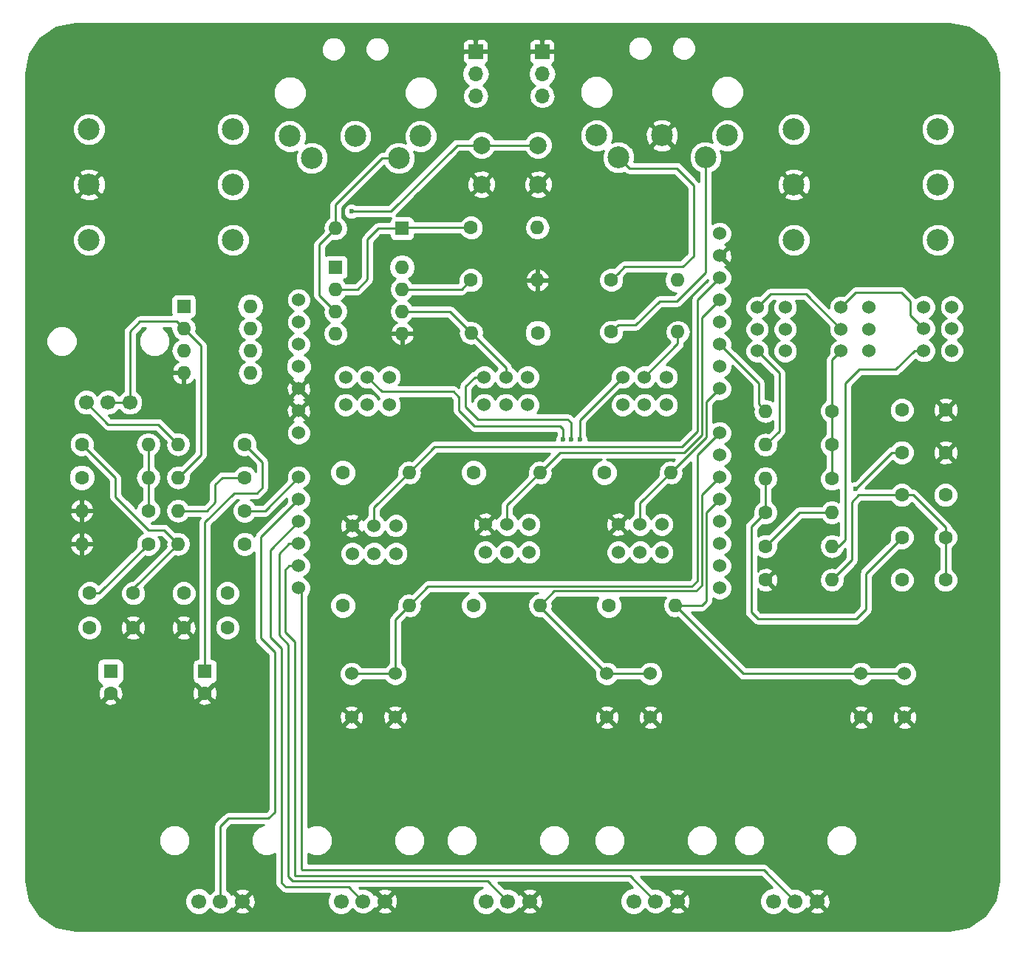
<source format=gbr>
G04 #@! TF.FileFunction,Copper,L1,Top,Signal*
%FSLAX46Y46*%
G04 Gerber Fmt 4.6, Leading zero omitted, Abs format (unit mm)*
G04 Created by KiCad (PCBNEW 4.0.7) date Saturday, 16 '16e' December '16e' 2017, 14:21:20*
%MOMM*%
%LPD*%
G01*
G04 APERTURE LIST*
%ADD10C,0.100000*%
%ADD11C,2.500000*%
%ADD12R,1.600000X1.600000*%
%ADD13O,1.600000X1.600000*%
%ADD14C,1.524000*%
%ADD15C,1.700000*%
%ADD16C,1.600000*%
%ADD17R,1.700000X1.700000*%
%ADD18O,1.700000X1.700000*%
%ADD19C,2.000000*%
%ADD20C,0.600000*%
%ADD21C,0.250000*%
%ADD22C,0.254000*%
G04 APERTURE END LIST*
D10*
D11*
X195194000Y-58420000D03*
X178694000Y-58420000D03*
X195194000Y-52070000D03*
X195194000Y-64770000D03*
X178694000Y-52070000D03*
X178694000Y-64770000D03*
X114422000Y-58420000D03*
X97922000Y-58420000D03*
X114422000Y-52070000D03*
X114422000Y-64770000D03*
X97922000Y-52070000D03*
X97922000Y-64770000D03*
D12*
X126173000Y-67894000D03*
D13*
X133793000Y-75514000D03*
X126173000Y-70434000D03*
X133793000Y-72974000D03*
X126173000Y-72974000D03*
X133793000Y-70434000D03*
X126173000Y-75514000D03*
X133793000Y-67894000D03*
D12*
X108775500Y-72390000D03*
D13*
X116395500Y-80010000D03*
X108775500Y-74930000D03*
X116395500Y-77470000D03*
X108775500Y-77470000D03*
X116395500Y-74930000D03*
X108775500Y-80010000D03*
X116395500Y-72390000D03*
D14*
X186389000Y-119507000D03*
X191389000Y-119507000D03*
X186389000Y-114507000D03*
X191389000Y-114507000D03*
X157266000Y-119507000D03*
X162266000Y-119507000D03*
X157266000Y-114507000D03*
X162266000Y-114507000D03*
X128016000Y-119507000D03*
X133016000Y-119507000D03*
X128016000Y-114507000D03*
X133016000Y-114507000D03*
X161076000Y-100584000D03*
X161076000Y-97384000D03*
X163576000Y-100584000D03*
X163576000Y-97384000D03*
X158576000Y-97384000D03*
X158576000Y-100584000D03*
X145836000Y-100584000D03*
X145836000Y-97384000D03*
X148336000Y-100584000D03*
X148336000Y-97384000D03*
X143336000Y-97384000D03*
X143336000Y-100584000D03*
X130596000Y-100736000D03*
X130596000Y-97536000D03*
X133096000Y-100736000D03*
X133096000Y-97536000D03*
X128096000Y-97536000D03*
X128096000Y-100736000D03*
X196786500Y-74970000D03*
X193586500Y-74970000D03*
X196786500Y-72470000D03*
X193586500Y-72470000D03*
X193586500Y-77470000D03*
X196786500Y-77470000D03*
X187286500Y-75017000D03*
X184086500Y-75017000D03*
X187286500Y-72517000D03*
X184086500Y-72517000D03*
X184086500Y-77517000D03*
X187286500Y-77517000D03*
X177698000Y-75017000D03*
X174498000Y-75017000D03*
X177698000Y-72517000D03*
X174498000Y-72517000D03*
X174498000Y-77517000D03*
X177698000Y-77517000D03*
X129834000Y-83693000D03*
X129834000Y-80493000D03*
X132334000Y-83693000D03*
X132334000Y-80493000D03*
X127334000Y-80493000D03*
X127334000Y-83693000D03*
X161584000Y-83693000D03*
X161584000Y-80493000D03*
X164084000Y-83693000D03*
X164084000Y-80493000D03*
X159084000Y-80493000D03*
X159084000Y-83693000D03*
X145709000Y-83693000D03*
X145709000Y-80493000D03*
X148209000Y-83693000D03*
X148209000Y-80493000D03*
X143209000Y-80493000D03*
X143209000Y-83693000D03*
D15*
X176356000Y-140604000D03*
X178856000Y-140604000D03*
X181356000Y-140604000D03*
X160348000Y-140604000D03*
X162848000Y-140604000D03*
X165348000Y-140604000D03*
X143426000Y-140604000D03*
X145926000Y-140604000D03*
X148426000Y-140604000D03*
X126820000Y-140604000D03*
X129320000Y-140604000D03*
X131820000Y-140604000D03*
X110496000Y-140604000D03*
X112996000Y-140604000D03*
X115496000Y-140604000D03*
X97600000Y-83400000D03*
X100100000Y-83400000D03*
X102600000Y-83400000D03*
D16*
X141681000Y-69381500D03*
D13*
X149301000Y-69381500D03*
D16*
X157784000Y-69349000D03*
D13*
X165404000Y-69349000D03*
D16*
X157784000Y-75318000D03*
D13*
X165404000Y-75318000D03*
D16*
X141681000Y-63349000D03*
D13*
X149301000Y-63349000D03*
D16*
X149331000Y-75414000D03*
D13*
X141711000Y-75414000D03*
D16*
X157480000Y-106680000D03*
D13*
X165100000Y-106680000D03*
D16*
X141986000Y-106680000D03*
D13*
X149606000Y-106680000D03*
D16*
X127000000Y-106680000D03*
D13*
X134620000Y-106680000D03*
D16*
X175450500Y-103759000D03*
D13*
X183070500Y-103759000D03*
D16*
X156972000Y-91440000D03*
D13*
X164592000Y-91440000D03*
D16*
X141986000Y-91440000D03*
D13*
X149606000Y-91440000D03*
D16*
X127000000Y-91440000D03*
D13*
X134620000Y-91440000D03*
D16*
X183070500Y-92138500D03*
D13*
X175450500Y-92138500D03*
D16*
X175450500Y-96012000D03*
D13*
X183070500Y-96012000D03*
D16*
X175450500Y-99885500D03*
D13*
X183070500Y-99885500D03*
D16*
X183070500Y-88265000D03*
D13*
X175450500Y-88265000D03*
D16*
X183070500Y-84391500D03*
D13*
X175450500Y-84391500D03*
D16*
X97091500Y-88201500D03*
D13*
X104711500Y-88201500D03*
D16*
X104711500Y-99631500D03*
D13*
X97091500Y-99631500D03*
D16*
X104711500Y-95821500D03*
D13*
X97091500Y-95821500D03*
D16*
X115760500Y-99631500D03*
D13*
X108140500Y-99631500D03*
D16*
X115760500Y-95821500D03*
D13*
X108140500Y-95821500D03*
D16*
X97091500Y-92011500D03*
D13*
X104711500Y-92011500D03*
D16*
X115760500Y-92011500D03*
D13*
X108140500Y-92011500D03*
D16*
X115760500Y-88201500D03*
D13*
X108140500Y-88201500D03*
D11*
X133444000Y-55372000D03*
X123444000Y-55372000D03*
X135944000Y-52872000D03*
X120944000Y-52872000D03*
X128444000Y-52872000D03*
X168576000Y-55292000D03*
X158576000Y-55292000D03*
X171076000Y-52792000D03*
X156076000Y-52792000D03*
X163576000Y-52792000D03*
D17*
X149860000Y-43183000D03*
D18*
X149860000Y-45723000D03*
X149860000Y-48263000D03*
D14*
X121941001Y-71649001D03*
X121941001Y-74189001D03*
X121941001Y-76729001D03*
X121941001Y-79269001D03*
X121941001Y-81809001D03*
X121941001Y-84349001D03*
X121941001Y-86889001D03*
X121941001Y-91969001D03*
X121941001Y-94509001D03*
X121941001Y-97049001D03*
X121941001Y-99589001D03*
X121941001Y-102129001D03*
X121941001Y-104669001D03*
X170201001Y-104669001D03*
X170201001Y-102129001D03*
X170201001Y-99589001D03*
X170201001Y-97049001D03*
X170201001Y-94509001D03*
X170201001Y-91969001D03*
X170201001Y-89429001D03*
X170201001Y-86889001D03*
X170201001Y-81809001D03*
X170201001Y-79269001D03*
X170201001Y-76729001D03*
X170201001Y-74189001D03*
X170201001Y-71649001D03*
X170201001Y-69109001D03*
X170201001Y-66569001D03*
X170201001Y-64029001D03*
D17*
X142240000Y-43183000D03*
D18*
X142240000Y-45723000D03*
X142240000Y-48263000D03*
D12*
X133793000Y-63449000D03*
D13*
X126173000Y-63449000D03*
D16*
X191088000Y-89138125D03*
X196088000Y-89138125D03*
X191088000Y-103759000D03*
X196088000Y-103759000D03*
X191088000Y-94011750D03*
X196088000Y-94011750D03*
X191088000Y-98885375D03*
X196088000Y-98885375D03*
X191088000Y-84264500D03*
X196088000Y-84264500D03*
X97980500Y-109220000D03*
X102980500Y-109220000D03*
X113775500Y-109220000D03*
X108775500Y-109220000D03*
D12*
X100393500Y-114236500D03*
D16*
X100393500Y-116736500D03*
D12*
X111188500Y-114236500D03*
D16*
X111188500Y-116736500D03*
X108775500Y-105283000D03*
X113775500Y-105283000D03*
X102997000Y-105283000D03*
X97997000Y-105283000D03*
D19*
X149400000Y-53900000D03*
X149400000Y-58400000D03*
X142900000Y-53900000D03*
X142900000Y-58400000D03*
D20*
X185801000Y-93281500D03*
X128000000Y-61500000D03*
X152273000Y-87630000D03*
X153162000Y-87630000D03*
X154178000Y-87630000D03*
D21*
X115760500Y-92011500D02*
X113220500Y-92011500D01*
X113220500Y-92011500D02*
X112395000Y-92837000D01*
X112395000Y-92837000D02*
X112395000Y-94869000D01*
X112395000Y-94869000D02*
X111442500Y-95821500D01*
X111442500Y-95821500D02*
X108140500Y-95821500D01*
X102600000Y-83400000D02*
X102600000Y-75300000D01*
X103769999Y-74130001D02*
X107975501Y-74130001D01*
X107975501Y-74130001D02*
X108775500Y-74930000D01*
X102600000Y-75300000D02*
X103769999Y-74130001D01*
X100100000Y-83400000D02*
X101302081Y-83400000D01*
X101302081Y-83400000D02*
X102600000Y-83400000D01*
X108775500Y-74930000D02*
X110744000Y-76898500D01*
X110744000Y-76898500D02*
X110744000Y-89408000D01*
X110744000Y-89408000D02*
X108940499Y-91211501D01*
X108940499Y-91211501D02*
X108140500Y-92011500D01*
X111188500Y-114236500D02*
X111188500Y-97155000D01*
X111188500Y-97155000D02*
X114554000Y-93789500D01*
X114554000Y-93789500D02*
X117157500Y-93789500D01*
X117157500Y-93789500D02*
X117792500Y-93154500D01*
X117792500Y-90233500D02*
X115760500Y-88201500D01*
X117792500Y-93154500D02*
X117792500Y-90233500D01*
X97091500Y-88201500D02*
X100939600Y-92049600D01*
X100939600Y-94208600D02*
X101803200Y-95072200D01*
X101803200Y-95072200D02*
X101817202Y-95072200D01*
X101817202Y-95072200D02*
X104763602Y-98018600D01*
X100939600Y-92049600D02*
X100939600Y-94208600D01*
X104763602Y-98018600D02*
X106527600Y-98018600D01*
X106527600Y-98018600D02*
X108140500Y-99631500D01*
X108140500Y-99631500D02*
X102997000Y-104775000D01*
X102997000Y-104775000D02*
X102997000Y-105283000D01*
X104711500Y-99631500D02*
X99060000Y-105283000D01*
X99060000Y-105283000D02*
X97997000Y-105283000D01*
X115760500Y-95821500D02*
X118088502Y-95821500D01*
X118088502Y-95821500D02*
X121941001Y-91969001D01*
X183070500Y-84391500D02*
X183070500Y-78533000D01*
X183070500Y-78533000D02*
X184086500Y-77517000D01*
X183070500Y-88265000D02*
X183070500Y-84391500D01*
X183070500Y-92138500D02*
X183070500Y-88265000D01*
X191088000Y-98885375D02*
X186944000Y-103029375D01*
X186944000Y-103029375D02*
X186944000Y-107124500D01*
X173799500Y-97663000D02*
X174650501Y-96811999D01*
X186944000Y-107124500D02*
X185864500Y-108204000D01*
X185864500Y-108204000D02*
X174561500Y-108204000D01*
X174561500Y-108204000D02*
X173799500Y-107442000D01*
X173799500Y-107442000D02*
X173799500Y-97663000D01*
X174650501Y-96811999D02*
X175450500Y-96012000D01*
X175450500Y-96012000D02*
X175450500Y-92138500D01*
X185356500Y-94805500D02*
X185356500Y-101473000D01*
X185356500Y-101473000D02*
X183070500Y-103759000D01*
X186150250Y-94011750D02*
X185356500Y-94805500D01*
X191088000Y-94011750D02*
X186150250Y-94011750D01*
X196088000Y-98885375D02*
X196088000Y-97754005D01*
X196088000Y-97754005D02*
X192345745Y-94011750D01*
X192345745Y-94011750D02*
X192219370Y-94011750D01*
X192219370Y-94011750D02*
X191088000Y-94011750D01*
X196088000Y-103759000D02*
X196088000Y-98885375D01*
X191088000Y-89138125D02*
X189944375Y-89138125D01*
X189944375Y-89138125D02*
X185801000Y-93281500D01*
X183070500Y-96012000D02*
X179324000Y-96012000D01*
X179324000Y-96012000D02*
X175450500Y-99885500D01*
X141681000Y-63349000D02*
X133893000Y-63349000D01*
X133893000Y-63349000D02*
X133793000Y-63449000D01*
X133793000Y-63449000D02*
X131051000Y-63449000D01*
X131051000Y-63449000D02*
X129800000Y-64700000D01*
X129800000Y-69300000D02*
X128666000Y-70434000D01*
X129800000Y-64700000D02*
X129800000Y-69300000D01*
X128666000Y-70434000D02*
X126173000Y-70434000D01*
X124300000Y-71101000D02*
X124300000Y-65322000D01*
X124300000Y-65322000D02*
X126173000Y-63449000D01*
X126173000Y-72974000D02*
X124300000Y-71101000D01*
X126173000Y-60727000D02*
X131528000Y-55372000D01*
X131528000Y-55372000D02*
X133444000Y-55372000D01*
X126173000Y-63449000D02*
X126173000Y-60727000D01*
X140100000Y-53900000D02*
X132500000Y-61500000D01*
X132500000Y-61500000D02*
X128000000Y-61500000D01*
X142900000Y-53900000D02*
X140100000Y-53900000D01*
X149400000Y-53900000D02*
X142900000Y-53900000D01*
X121941001Y-94509001D02*
X117602000Y-98848002D01*
X119189500Y-130365500D02*
X118491000Y-131064000D01*
X117602000Y-98848002D02*
X117602000Y-110426500D01*
X112996000Y-131987000D02*
X112996000Y-140604000D01*
X117602000Y-110426500D02*
X119189500Y-112014000D01*
X119189500Y-112014000D02*
X119189500Y-130365500D01*
X118491000Y-131064000D02*
X113919000Y-131064000D01*
X113919000Y-131064000D02*
X112996000Y-131987000D01*
X121941001Y-94509001D02*
X121920000Y-94488000D01*
X121941001Y-94509001D02*
X121898999Y-94509001D01*
X121941001Y-97049001D02*
X118681500Y-100308502D01*
X118681500Y-110299500D02*
X120015000Y-111633000D01*
X120015000Y-138493500D02*
X120459500Y-138938000D01*
X118681500Y-100308502D02*
X118681500Y-110299500D01*
X120015000Y-111633000D02*
X120015000Y-138493500D01*
X120459500Y-138938000D02*
X127654000Y-138938000D01*
X127654000Y-138938000D02*
X129320000Y-140604000D01*
X121941001Y-99589001D02*
X120863371Y-99589001D01*
X120863371Y-99589001D02*
X119697500Y-100754872D01*
X119697500Y-100754872D02*
X119697500Y-110109000D01*
X119697500Y-110109000D02*
X120777000Y-111188500D01*
X121285000Y-138303000D02*
X143625000Y-138303000D01*
X143625000Y-138303000D02*
X145926000Y-140604000D01*
X120777000Y-111188500D02*
X120777000Y-137795000D01*
X120777000Y-137795000D02*
X121285000Y-138303000D01*
X121941001Y-102129001D02*
X120863371Y-102129001D01*
X121539000Y-110871000D02*
X121539000Y-137668000D01*
X120863371Y-102129001D02*
X120396000Y-102596372D01*
X120396000Y-109728000D02*
X121539000Y-110871000D01*
X121539000Y-137668000D02*
X159912000Y-137668000D01*
X120396000Y-102596372D02*
X120396000Y-109728000D01*
X159912000Y-137668000D02*
X162848000Y-140604000D01*
X121941001Y-104669001D02*
X122237500Y-104965500D01*
X122237500Y-104965500D02*
X122237500Y-136906000D01*
X175285000Y-137033000D02*
X178856000Y-140604000D01*
X122237500Y-136906000D02*
X122364500Y-137033000D01*
X122364500Y-137033000D02*
X175285000Y-137033000D01*
X121941001Y-104669001D02*
X121941001Y-104753999D01*
X139700000Y-82169000D02*
X131510000Y-82169000D01*
X131510000Y-82169000D02*
X129834000Y-80493000D01*
X152273000Y-87630000D02*
X152273000Y-86487000D01*
X152273000Y-86487000D02*
X151892000Y-86106000D01*
X151892000Y-86106000D02*
X142113000Y-86106000D01*
X142113000Y-86106000D02*
X140335000Y-84328000D01*
X140335000Y-84328000D02*
X140335000Y-82804000D01*
X140335000Y-82804000D02*
X139700000Y-82169000D01*
X153162000Y-85725000D02*
X153162000Y-87630000D01*
X152781000Y-85344000D02*
X153162000Y-85725000D01*
X142494000Y-85344000D02*
X152781000Y-85344000D01*
X141097000Y-83947000D02*
X142494000Y-85344000D01*
X141097000Y-81527370D02*
X141097000Y-83947000D01*
X143209000Y-80493000D02*
X142131370Y-80493000D01*
X142131370Y-80493000D02*
X141097000Y-81527370D01*
X154178000Y-85399000D02*
X154178000Y-87630000D01*
X159084000Y-80493000D02*
X154178000Y-85399000D01*
X133016000Y-114507000D02*
X128016000Y-114507000D01*
X133016000Y-108284000D02*
X133016000Y-114507000D01*
X134620000Y-106680000D02*
X136779000Y-104521000D01*
X136779000Y-104521000D02*
X167005000Y-104521000D01*
X167005000Y-104521000D02*
X167640000Y-103886000D01*
X167640000Y-103886000D02*
X167640000Y-89450002D01*
X167640000Y-89450002D02*
X170201001Y-86889001D01*
X133016000Y-108284000D02*
X134620000Y-106680000D01*
X157266000Y-114507000D02*
X149606000Y-106847000D01*
X149606000Y-106847000D02*
X149606000Y-106680000D01*
X162266000Y-114507000D02*
X157266000Y-114507000D01*
X149606000Y-106680000D02*
X151257000Y-105029000D01*
X151257000Y-105029000D02*
X167513000Y-105029000D01*
X167513000Y-105029000D02*
X168148000Y-104394000D01*
X168148000Y-104394000D02*
X168148000Y-94022002D01*
X168148000Y-94022002D02*
X170201001Y-91969001D01*
X186389000Y-114507000D02*
X172927000Y-114507000D01*
X172927000Y-114507000D02*
X165100000Y-106680000D01*
X191389000Y-114507000D02*
X186389000Y-114507000D01*
X165100000Y-106680000D02*
X168148000Y-106680000D01*
X168148000Y-106680000D02*
X168656000Y-106172000D01*
X168656000Y-106172000D02*
X168656000Y-96054002D01*
X168656000Y-96054002D02*
X170201001Y-94509001D01*
X134620000Y-91440000D02*
X137541000Y-88519000D01*
X137541000Y-88519000D02*
X165862000Y-88519000D01*
X165862000Y-88519000D02*
X167640000Y-86741000D01*
X167640000Y-86741000D02*
X167640000Y-71670002D01*
X167640000Y-71670002D02*
X170201001Y-69109001D01*
X130596000Y-97536000D02*
X130596000Y-95464000D01*
X130596000Y-95464000D02*
X134620000Y-91440000D01*
X175450500Y-84391500D02*
X174650501Y-83591501D01*
X174650501Y-83591501D02*
X174650501Y-81178501D01*
X174650501Y-81178501D02*
X170963000Y-77491000D01*
X170963000Y-77491000D02*
X170201001Y-76729001D01*
X168148000Y-87122000D02*
X168148000Y-73702002D01*
X168148000Y-73702002D02*
X170201001Y-71649001D01*
X166116000Y-89154000D02*
X168148000Y-87122000D01*
X151892000Y-89154000D02*
X166116000Y-89154000D01*
X149606000Y-91440000D02*
X151892000Y-89154000D01*
X145836000Y-97384000D02*
X145836000Y-95210000D01*
X145836000Y-95210000D02*
X149606000Y-91440000D01*
X168656000Y-87376000D02*
X168656000Y-83354002D01*
X168656000Y-83354002D02*
X170201001Y-81809001D01*
X164592000Y-91440000D02*
X168656000Y-87376000D01*
X161076000Y-97384000D02*
X161076000Y-94956000D01*
X161076000Y-94956000D02*
X164592000Y-91440000D01*
X165300000Y-71800000D02*
X168576000Y-68524000D01*
X168576000Y-68524000D02*
X168576000Y-55292000D01*
X163300000Y-71800000D02*
X165300000Y-71800000D01*
X157784000Y-75318000D02*
X158583999Y-74518001D01*
X158583999Y-74518001D02*
X160581999Y-74518001D01*
X160581999Y-74518001D02*
X163300000Y-71800000D01*
X167900000Y-55968000D02*
X168576000Y-55292000D01*
X167200000Y-66600000D02*
X165976001Y-67823999D01*
X165976001Y-67823999D02*
X159309001Y-67823999D01*
X159309001Y-67823999D02*
X158583999Y-68549001D01*
X158583999Y-68549001D02*
X157784000Y-69349000D01*
X167200000Y-58500000D02*
X167200000Y-66600000D01*
X165241999Y-56541999D02*
X167200000Y-58500000D01*
X158576000Y-55292000D02*
X159825999Y-56541999D01*
X159825999Y-56541999D02*
X165241999Y-56541999D01*
X158576000Y-56181000D02*
X158576000Y-55292000D01*
X165404000Y-75318000D02*
X165404000Y-76673000D01*
X165404000Y-76673000D02*
X161584000Y-80493000D01*
X108140500Y-88201500D02*
X105854500Y-85915500D01*
X105854500Y-85915500D02*
X100115500Y-85915500D01*
X100115500Y-85915500D02*
X97600000Y-83400000D01*
X104711500Y-95821500D02*
X104711500Y-92011500D01*
X104711500Y-92011500D02*
X104711500Y-88201500D01*
X175450500Y-88265000D02*
X177038000Y-86677500D01*
X177038000Y-86677500D02*
X177038000Y-80057000D01*
X177038000Y-80057000D02*
X175259999Y-78278999D01*
X175259999Y-78278999D02*
X174498000Y-77517000D01*
X193586500Y-77470000D02*
X192508870Y-77470000D01*
X192508870Y-77470000D02*
X190349870Y-79629000D01*
X190349870Y-79629000D02*
X186182000Y-79629000D01*
X186182000Y-79629000D02*
X184594500Y-81216500D01*
X184594500Y-81216500D02*
X184594500Y-99123500D01*
X184594500Y-99123500D02*
X183832500Y-99885500D01*
X183832500Y-99885500D02*
X183070500Y-99885500D01*
X141711000Y-75414000D02*
X145709000Y-79412000D01*
X145709000Y-79412000D02*
X145709000Y-80493000D01*
X133793000Y-72974000D02*
X139271000Y-72974000D01*
X139271000Y-72974000D02*
X141711000Y-75414000D01*
X133793000Y-70434000D02*
X140628500Y-70434000D01*
X140628500Y-70434000D02*
X141681000Y-69381500D01*
X184086500Y-75017000D02*
X180062500Y-70993000D01*
X180062500Y-70993000D02*
X176022000Y-70993000D01*
X176022000Y-70993000D02*
X175259999Y-71755001D01*
X175259999Y-71755001D02*
X174498000Y-72517000D01*
X192024000Y-71818500D02*
X192024000Y-73407500D01*
X192024000Y-73407500D02*
X193586500Y-74970000D01*
X191008000Y-70802500D02*
X192024000Y-71818500D01*
X185801000Y-70802500D02*
X191008000Y-70802500D01*
X184086500Y-72517000D02*
X185801000Y-70802500D01*
D22*
G36*
X198739258Y-40418720D02*
X200556223Y-41632777D01*
X201770280Y-43449743D01*
X202211000Y-45665390D01*
X202211000Y-138230610D01*
X201770280Y-140446257D01*
X200556223Y-142263223D01*
X198739258Y-143477280D01*
X196523610Y-143918000D01*
X96338390Y-143918000D01*
X94122743Y-143477280D01*
X92305777Y-142263223D01*
X91091720Y-140446258D01*
X90651000Y-138230610D01*
X90651000Y-133957501D01*
X105910691Y-133957501D01*
X106181868Y-134613800D01*
X106683559Y-135116367D01*
X107339384Y-135388689D01*
X108049501Y-135389309D01*
X108705800Y-135118132D01*
X109208367Y-134616441D01*
X109480689Y-133960616D01*
X109481309Y-133250499D01*
X109210132Y-132594200D01*
X108708441Y-132091633D01*
X108052616Y-131819311D01*
X107342499Y-131818691D01*
X106686200Y-132089868D01*
X106183633Y-132591559D01*
X105911311Y-133247384D01*
X105910691Y-133957501D01*
X90651000Y-133957501D01*
X90651000Y-117744245D01*
X99565361Y-117744245D01*
X99639495Y-117990364D01*
X100176723Y-118183465D01*
X100746954Y-118156278D01*
X101147505Y-117990364D01*
X101221639Y-117744245D01*
X110360361Y-117744245D01*
X110434495Y-117990364D01*
X110971723Y-118183465D01*
X111541954Y-118156278D01*
X111942505Y-117990364D01*
X112016639Y-117744245D01*
X111188500Y-116916105D01*
X110360361Y-117744245D01*
X101221639Y-117744245D01*
X100393500Y-116916105D01*
X99565361Y-117744245D01*
X90651000Y-117744245D01*
X90651000Y-113436500D01*
X98852258Y-113436500D01*
X98852258Y-115036500D01*
X98902951Y-115305910D01*
X99062172Y-115553346D01*
X99305115Y-115719343D01*
X99338301Y-115726063D01*
X99270878Y-115793486D01*
X99385753Y-115908361D01*
X99139636Y-115982495D01*
X98946535Y-116519723D01*
X98973722Y-117089954D01*
X99139636Y-117490505D01*
X99385755Y-117564639D01*
X100213895Y-116736500D01*
X100199752Y-116722358D01*
X100379358Y-116542752D01*
X100393500Y-116556895D01*
X100407642Y-116542752D01*
X100587248Y-116722358D01*
X100573105Y-116736500D01*
X101401245Y-117564639D01*
X101647364Y-117490505D01*
X101840465Y-116953277D01*
X101819795Y-116519723D01*
X109741535Y-116519723D01*
X109768722Y-117089954D01*
X109934636Y-117490505D01*
X110180755Y-117564639D01*
X111008895Y-116736500D01*
X111368105Y-116736500D01*
X112196245Y-117564639D01*
X112442364Y-117490505D01*
X112635465Y-116953277D01*
X112608278Y-116383046D01*
X112442364Y-115982495D01*
X112196245Y-115908361D01*
X111368105Y-116736500D01*
X111008895Y-116736500D01*
X110180755Y-115908361D01*
X109934636Y-115982495D01*
X109741535Y-116519723D01*
X101819795Y-116519723D01*
X101813278Y-116383046D01*
X101647364Y-115982495D01*
X101401247Y-115908361D01*
X101516122Y-115793486D01*
X101451779Y-115729143D01*
X101462910Y-115727049D01*
X101710346Y-115567828D01*
X101876343Y-115324885D01*
X101934742Y-115036500D01*
X101934742Y-113436500D01*
X101884049Y-113167090D01*
X101724828Y-112919654D01*
X101481885Y-112753657D01*
X101193500Y-112695258D01*
X99593500Y-112695258D01*
X99324090Y-112745951D01*
X99076654Y-112905172D01*
X98910657Y-113148115D01*
X98852258Y-113436500D01*
X90651000Y-113436500D01*
X90651000Y-109504187D01*
X96545252Y-109504187D01*
X96763257Y-110031800D01*
X97166577Y-110435824D01*
X97693809Y-110654750D01*
X98264687Y-110655248D01*
X98792300Y-110437243D01*
X99002163Y-110227745D01*
X102152361Y-110227745D01*
X102226495Y-110473864D01*
X102763723Y-110666965D01*
X103333954Y-110639778D01*
X103734505Y-110473864D01*
X103808639Y-110227745D01*
X107947361Y-110227745D01*
X108021495Y-110473864D01*
X108558723Y-110666965D01*
X109128954Y-110639778D01*
X109529505Y-110473864D01*
X109603639Y-110227745D01*
X108775500Y-109399605D01*
X107947361Y-110227745D01*
X103808639Y-110227745D01*
X102980500Y-109399605D01*
X102152361Y-110227745D01*
X99002163Y-110227745D01*
X99196324Y-110033923D01*
X99415250Y-109506691D01*
X99415689Y-109003223D01*
X101533535Y-109003223D01*
X101560722Y-109573454D01*
X101726636Y-109974005D01*
X101972755Y-110048139D01*
X102800895Y-109220000D01*
X103160105Y-109220000D01*
X103988245Y-110048139D01*
X104234364Y-109974005D01*
X104427465Y-109436777D01*
X104406795Y-109003223D01*
X107328535Y-109003223D01*
X107355722Y-109573454D01*
X107521636Y-109974005D01*
X107767755Y-110048139D01*
X108595895Y-109220000D01*
X108955105Y-109220000D01*
X109783245Y-110048139D01*
X110029364Y-109974005D01*
X110222465Y-109436777D01*
X110195278Y-108866546D01*
X110029364Y-108465995D01*
X109783245Y-108391861D01*
X108955105Y-109220000D01*
X108595895Y-109220000D01*
X107767755Y-108391861D01*
X107521636Y-108465995D01*
X107328535Y-109003223D01*
X104406795Y-109003223D01*
X104400278Y-108866546D01*
X104234364Y-108465995D01*
X103988245Y-108391861D01*
X103160105Y-109220000D01*
X102800895Y-109220000D01*
X101972755Y-108391861D01*
X101726636Y-108465995D01*
X101533535Y-109003223D01*
X99415689Y-109003223D01*
X99415748Y-108935813D01*
X99197743Y-108408200D01*
X99002140Y-108212255D01*
X102152361Y-108212255D01*
X102980500Y-109040395D01*
X103808639Y-108212255D01*
X107947361Y-108212255D01*
X108775500Y-109040395D01*
X109603639Y-108212255D01*
X109529505Y-107966136D01*
X108992277Y-107773035D01*
X108422046Y-107800222D01*
X108021495Y-107966136D01*
X107947361Y-108212255D01*
X103808639Y-108212255D01*
X103734505Y-107966136D01*
X103197277Y-107773035D01*
X102627046Y-107800222D01*
X102226495Y-107966136D01*
X102152361Y-108212255D01*
X99002140Y-108212255D01*
X98794423Y-108004176D01*
X98267191Y-107785250D01*
X97696313Y-107784752D01*
X97168700Y-108002757D01*
X96764676Y-108406077D01*
X96545750Y-108933309D01*
X96545252Y-109504187D01*
X90651000Y-109504187D01*
X90651000Y-99980539D01*
X95699596Y-99980539D01*
X95860459Y-100368923D01*
X96236366Y-100783889D01*
X96742459Y-101023414D01*
X96964500Y-100902129D01*
X96964500Y-99758500D01*
X97218500Y-99758500D01*
X97218500Y-100902129D01*
X97440541Y-101023414D01*
X97946634Y-100783889D01*
X98322541Y-100368923D01*
X98483404Y-99980539D01*
X98361415Y-99758500D01*
X97218500Y-99758500D01*
X96964500Y-99758500D01*
X95821585Y-99758500D01*
X95699596Y-99980539D01*
X90651000Y-99980539D01*
X90651000Y-99282461D01*
X95699596Y-99282461D01*
X95821585Y-99504500D01*
X96964500Y-99504500D01*
X96964500Y-98360871D01*
X97218500Y-98360871D01*
X97218500Y-99504500D01*
X98361415Y-99504500D01*
X98483404Y-99282461D01*
X98322541Y-98894077D01*
X97946634Y-98479111D01*
X97440541Y-98239586D01*
X97218500Y-98360871D01*
X96964500Y-98360871D01*
X96742459Y-98239586D01*
X96236366Y-98479111D01*
X95860459Y-98894077D01*
X95699596Y-99282461D01*
X90651000Y-99282461D01*
X90651000Y-96170539D01*
X95699596Y-96170539D01*
X95860459Y-96558923D01*
X96236366Y-96973889D01*
X96742459Y-97213414D01*
X96964500Y-97092129D01*
X96964500Y-95948500D01*
X97218500Y-95948500D01*
X97218500Y-97092129D01*
X97440541Y-97213414D01*
X97946634Y-96973889D01*
X98322541Y-96558923D01*
X98483404Y-96170539D01*
X98361415Y-95948500D01*
X97218500Y-95948500D01*
X96964500Y-95948500D01*
X95821585Y-95948500D01*
X95699596Y-96170539D01*
X90651000Y-96170539D01*
X90651000Y-95472461D01*
X95699596Y-95472461D01*
X95821585Y-95694500D01*
X96964500Y-95694500D01*
X96964500Y-94550871D01*
X97218500Y-94550871D01*
X97218500Y-95694500D01*
X98361415Y-95694500D01*
X98483404Y-95472461D01*
X98322541Y-95084077D01*
X97946634Y-94669111D01*
X97440541Y-94429586D01*
X97218500Y-94550871D01*
X96964500Y-94550871D01*
X96742459Y-94429586D01*
X96236366Y-94669111D01*
X95860459Y-95084077D01*
X95699596Y-95472461D01*
X90651000Y-95472461D01*
X90651000Y-92313907D01*
X95564235Y-92313907D01*
X95796217Y-92875346D01*
X96225394Y-93305273D01*
X96786428Y-93538235D01*
X97393907Y-93538765D01*
X97955346Y-93306783D01*
X98385273Y-92877606D01*
X98618235Y-92316572D01*
X98618765Y-91709093D01*
X98386783Y-91147654D01*
X97957606Y-90717727D01*
X97396572Y-90484765D01*
X96789093Y-90484235D01*
X96227654Y-90716217D01*
X95797727Y-91145394D01*
X95564765Y-91706428D01*
X95564235Y-92313907D01*
X90651000Y-92313907D01*
X90651000Y-88485687D01*
X95656252Y-88485687D01*
X95874257Y-89013300D01*
X96277577Y-89417324D01*
X96804809Y-89636250D01*
X97375687Y-89636748D01*
X97429649Y-89614451D01*
X100179600Y-92364402D01*
X100179600Y-94208600D01*
X100237452Y-94499439D01*
X100402199Y-94746001D01*
X101265799Y-95609601D01*
X101307996Y-95637796D01*
X104030437Y-98360237D01*
X103899700Y-98414257D01*
X103495676Y-98817577D01*
X103276750Y-99344809D01*
X103276252Y-99915687D01*
X103298549Y-99969649D01*
X99005802Y-104262396D01*
X98810923Y-104067176D01*
X98283691Y-103848250D01*
X97712813Y-103847752D01*
X97185200Y-104065757D01*
X96781176Y-104469077D01*
X96562250Y-104996309D01*
X96561752Y-105567187D01*
X96779757Y-106094800D01*
X97183077Y-106498824D01*
X97710309Y-106717750D01*
X98281187Y-106718248D01*
X98808800Y-106500243D01*
X99212824Y-106096923D01*
X99250990Y-106005009D01*
X99350839Y-105985148D01*
X99597401Y-105820401D01*
X104373046Y-101044756D01*
X104424809Y-101066250D01*
X104995687Y-101066748D01*
X105523300Y-100848743D01*
X105927324Y-100445423D01*
X106146250Y-99918191D01*
X106146748Y-99347313D01*
X105928743Y-98819700D01*
X105887715Y-98778600D01*
X106212798Y-98778600D01*
X106741812Y-99307614D01*
X106677387Y-99631500D01*
X106741812Y-99955386D01*
X102849327Y-103847871D01*
X102712813Y-103847752D01*
X102185200Y-104065757D01*
X101781176Y-104469077D01*
X101562250Y-104996309D01*
X101561752Y-105567187D01*
X101779757Y-106094800D01*
X102183077Y-106498824D01*
X102710309Y-106717750D01*
X103281187Y-106718248D01*
X103808800Y-106500243D01*
X104212824Y-106096923D01*
X104431750Y-105569691D01*
X104431752Y-105567187D01*
X107340252Y-105567187D01*
X107558257Y-106094800D01*
X107961577Y-106498824D01*
X108488809Y-106717750D01*
X109059687Y-106718248D01*
X109587300Y-106500243D01*
X109991324Y-106096923D01*
X110210250Y-105569691D01*
X110210748Y-104998813D01*
X109992743Y-104471200D01*
X109589423Y-104067176D01*
X109062191Y-103848250D01*
X108491313Y-103847752D01*
X107963700Y-104065757D01*
X107559676Y-104469077D01*
X107340750Y-104996309D01*
X107340252Y-105567187D01*
X104431752Y-105567187D01*
X104432248Y-104998813D01*
X104261421Y-104585381D01*
X107835398Y-101011404D01*
X108112387Y-101066500D01*
X108168613Y-101066500D01*
X108717764Y-100957267D01*
X109183311Y-100646198D01*
X109494380Y-100180651D01*
X109603613Y-99631500D01*
X109494380Y-99082349D01*
X109183311Y-98616802D01*
X108717764Y-98305733D01*
X108168613Y-98196500D01*
X108112387Y-98196500D01*
X107835398Y-98251596D01*
X107065001Y-97481199D01*
X106818439Y-97316452D01*
X106527600Y-97258600D01*
X105078404Y-97258600D01*
X105052909Y-97233105D01*
X105523300Y-97038743D01*
X105927324Y-96635423D01*
X106146250Y-96108191D01*
X106146500Y-95821500D01*
X106677387Y-95821500D01*
X106786620Y-96370651D01*
X107097689Y-96836198D01*
X107563236Y-97147267D01*
X108112387Y-97256500D01*
X108168613Y-97256500D01*
X108717764Y-97147267D01*
X109183311Y-96836198D01*
X109353495Y-96581500D01*
X110687198Y-96581500D01*
X110651099Y-96617599D01*
X110486352Y-96864161D01*
X110428500Y-97155000D01*
X110428500Y-112789060D01*
X110388500Y-112789060D01*
X110153183Y-112833338D01*
X109937059Y-112972410D01*
X109792069Y-113184610D01*
X109741060Y-113436500D01*
X109741060Y-115036500D01*
X109785338Y-115271817D01*
X109924410Y-115487941D01*
X110136610Y-115632931D01*
X110374701Y-115681146D01*
X110360361Y-115728755D01*
X111188500Y-116556895D01*
X112016639Y-115728755D01*
X112002355Y-115681333D01*
X112223817Y-115639662D01*
X112439941Y-115500590D01*
X112584931Y-115288390D01*
X112635940Y-115036500D01*
X112635940Y-113436500D01*
X112591662Y-113201183D01*
X112452590Y-112985059D01*
X112240390Y-112840069D01*
X111988500Y-112789060D01*
X111948500Y-112789060D01*
X111948500Y-109504187D01*
X112340252Y-109504187D01*
X112558257Y-110031800D01*
X112961577Y-110435824D01*
X113488809Y-110654750D01*
X114059687Y-110655248D01*
X114587300Y-110437243D01*
X114991324Y-110033923D01*
X115210250Y-109506691D01*
X115210748Y-108935813D01*
X114992743Y-108408200D01*
X114589423Y-108004176D01*
X114062191Y-107785250D01*
X113491313Y-107784752D01*
X112963700Y-108002757D01*
X112559676Y-108406077D01*
X112340750Y-108933309D01*
X112340252Y-109504187D01*
X111948500Y-109504187D01*
X111948500Y-105567187D01*
X112340252Y-105567187D01*
X112558257Y-106094800D01*
X112961577Y-106498824D01*
X113488809Y-106717750D01*
X114059687Y-106718248D01*
X114587300Y-106500243D01*
X114991324Y-106096923D01*
X115210250Y-105569691D01*
X115210748Y-104998813D01*
X114992743Y-104471200D01*
X114589423Y-104067176D01*
X114062191Y-103848250D01*
X113491313Y-103847752D01*
X112963700Y-104065757D01*
X112559676Y-104469077D01*
X112340750Y-104996309D01*
X112340252Y-105567187D01*
X111948500Y-105567187D01*
X111948500Y-97469802D01*
X114868802Y-94549500D01*
X115081222Y-94549500D01*
X114948700Y-94604257D01*
X114544676Y-95007577D01*
X114325750Y-95534809D01*
X114325252Y-96105687D01*
X114543257Y-96633300D01*
X114946577Y-97037324D01*
X115473809Y-97256250D01*
X116044687Y-97256748D01*
X116572300Y-97038743D01*
X116976324Y-96635423D01*
X116998715Y-96581500D01*
X118088502Y-96581500D01*
X118379341Y-96523648D01*
X118625903Y-96358901D01*
X120544060Y-94440744D01*
X120543759Y-94785662D01*
X120557144Y-94818056D01*
X117064599Y-98310601D01*
X116899852Y-98557163D01*
X116869248Y-98711016D01*
X116574423Y-98415676D01*
X116047191Y-98196750D01*
X115476313Y-98196252D01*
X114948700Y-98414257D01*
X114544676Y-98817577D01*
X114325750Y-99344809D01*
X114325252Y-99915687D01*
X114543257Y-100443300D01*
X114946577Y-100847324D01*
X115473809Y-101066250D01*
X116044687Y-101066748D01*
X116572300Y-100848743D01*
X116842000Y-100579513D01*
X116842000Y-110426500D01*
X116899852Y-110717339D01*
X117064599Y-110963901D01*
X118429500Y-112328802D01*
X118429500Y-130050698D01*
X118176198Y-130304000D01*
X113919000Y-130304000D01*
X113628161Y-130361852D01*
X113381599Y-130526599D01*
X112458599Y-131449599D01*
X112293852Y-131696161D01*
X112236000Y-131987000D01*
X112236000Y-139311253D01*
X112155914Y-139344344D01*
X111810762Y-139688895D01*
X111390465Y-139267864D01*
X110811061Y-139027275D01*
X110183692Y-139026727D01*
X109603868Y-139266305D01*
X109159864Y-139709535D01*
X108919275Y-140288939D01*
X108918727Y-140916308D01*
X109158305Y-141496132D01*
X109601535Y-141940136D01*
X110180939Y-142180725D01*
X110808308Y-142181273D01*
X111388132Y-141941695D01*
X111811346Y-141519219D01*
X112153717Y-141862188D01*
X112699319Y-142088742D01*
X113290089Y-142089257D01*
X113836086Y-141863656D01*
X114052160Y-141647958D01*
X114631647Y-141647958D01*
X114711920Y-141899259D01*
X115267279Y-142100718D01*
X115857458Y-142074315D01*
X116280080Y-141899259D01*
X116360353Y-141647958D01*
X115496000Y-140783605D01*
X114631647Y-141647958D01*
X114052160Y-141647958D01*
X114254188Y-141446283D01*
X114269267Y-141409969D01*
X114452042Y-141468353D01*
X115316395Y-140604000D01*
X115675605Y-140604000D01*
X116539958Y-141468353D01*
X116791259Y-141388080D01*
X116992718Y-140832721D01*
X116966315Y-140242542D01*
X116791259Y-139819920D01*
X116539958Y-139739647D01*
X115675605Y-140604000D01*
X115316395Y-140604000D01*
X114452042Y-139739647D01*
X114269696Y-139797894D01*
X114255656Y-139763914D01*
X114052140Y-139560042D01*
X114631647Y-139560042D01*
X115496000Y-140424395D01*
X116360353Y-139560042D01*
X116280080Y-139308741D01*
X115724721Y-139107282D01*
X115134542Y-139133685D01*
X114711920Y-139308741D01*
X114631647Y-139560042D01*
X114052140Y-139560042D01*
X113838283Y-139345812D01*
X113756000Y-139311645D01*
X113756000Y-132301802D01*
X114233802Y-131824000D01*
X117929650Y-131824000D01*
X117286200Y-132089868D01*
X116783633Y-132591559D01*
X116511311Y-133247384D01*
X116510691Y-133957501D01*
X116781868Y-134613800D01*
X117283559Y-135116367D01*
X117939384Y-135388689D01*
X118649501Y-135389309D01*
X119255000Y-135139122D01*
X119255000Y-138493500D01*
X119312852Y-138784339D01*
X119477599Y-139030901D01*
X119922099Y-139475401D01*
X120168661Y-139640148D01*
X120459500Y-139698000D01*
X125495419Y-139698000D01*
X125483864Y-139709535D01*
X125243275Y-140288939D01*
X125242727Y-140916308D01*
X125482305Y-141496132D01*
X125925535Y-141940136D01*
X126504939Y-142180725D01*
X127132308Y-142181273D01*
X127712132Y-141941695D01*
X128135346Y-141519219D01*
X128477717Y-141862188D01*
X129023319Y-142088742D01*
X129614089Y-142089257D01*
X130160086Y-141863656D01*
X130376160Y-141647958D01*
X130955647Y-141647958D01*
X131035920Y-141899259D01*
X131591279Y-142100718D01*
X132181458Y-142074315D01*
X132604080Y-141899259D01*
X132684353Y-141647958D01*
X131820000Y-140783605D01*
X130955647Y-141647958D01*
X130376160Y-141647958D01*
X130578188Y-141446283D01*
X130593267Y-141409969D01*
X130776042Y-141468353D01*
X131640395Y-140604000D01*
X131999605Y-140604000D01*
X132863958Y-141468353D01*
X133115259Y-141388080D01*
X133316718Y-140832721D01*
X133290315Y-140242542D01*
X133115259Y-139819920D01*
X132863958Y-139739647D01*
X131999605Y-140604000D01*
X131640395Y-140604000D01*
X130776042Y-139739647D01*
X130593696Y-139797894D01*
X130579656Y-139763914D01*
X130376140Y-139560042D01*
X130955647Y-139560042D01*
X131820000Y-140424395D01*
X132684353Y-139560042D01*
X132604080Y-139308741D01*
X132048721Y-139107282D01*
X131458542Y-139133685D01*
X131035920Y-139308741D01*
X130955647Y-139560042D01*
X130376140Y-139560042D01*
X130162283Y-139345812D01*
X129616681Y-139119258D01*
X129025911Y-139118743D01*
X128943568Y-139152766D01*
X128853802Y-139063000D01*
X143025904Y-139063000D01*
X142533868Y-139266305D01*
X142089864Y-139709535D01*
X141849275Y-140288939D01*
X141848727Y-140916308D01*
X142088305Y-141496132D01*
X142531535Y-141940136D01*
X143110939Y-142180725D01*
X143738308Y-142181273D01*
X144318132Y-141941695D01*
X144741346Y-141519219D01*
X145083717Y-141862188D01*
X145629319Y-142088742D01*
X146220089Y-142089257D01*
X146766086Y-141863656D01*
X146982160Y-141647958D01*
X147561647Y-141647958D01*
X147641920Y-141899259D01*
X148197279Y-142100718D01*
X148787458Y-142074315D01*
X149210080Y-141899259D01*
X149290353Y-141647958D01*
X148426000Y-140783605D01*
X147561647Y-141647958D01*
X146982160Y-141647958D01*
X147184188Y-141446283D01*
X147199267Y-141409969D01*
X147382042Y-141468353D01*
X148246395Y-140604000D01*
X148605605Y-140604000D01*
X149469958Y-141468353D01*
X149721259Y-141388080D01*
X149922718Y-140832721D01*
X149896315Y-140242542D01*
X149721259Y-139819920D01*
X149469958Y-139739647D01*
X148605605Y-140604000D01*
X148246395Y-140604000D01*
X147382042Y-139739647D01*
X147199696Y-139797894D01*
X147185656Y-139763914D01*
X146982140Y-139560042D01*
X147561647Y-139560042D01*
X148426000Y-140424395D01*
X149290353Y-139560042D01*
X149210080Y-139308741D01*
X148654721Y-139107282D01*
X148064542Y-139133685D01*
X147641920Y-139308741D01*
X147561647Y-139560042D01*
X146982140Y-139560042D01*
X146768283Y-139345812D01*
X146222681Y-139119258D01*
X145631911Y-139118743D01*
X145549568Y-139152766D01*
X144824802Y-138428000D01*
X159597198Y-138428000D01*
X160196065Y-139026867D01*
X160035692Y-139026727D01*
X159455868Y-139266305D01*
X159011864Y-139709535D01*
X158771275Y-140288939D01*
X158770727Y-140916308D01*
X159010305Y-141496132D01*
X159453535Y-141940136D01*
X160032939Y-142180725D01*
X160660308Y-142181273D01*
X161240132Y-141941695D01*
X161663346Y-141519219D01*
X162005717Y-141862188D01*
X162551319Y-142088742D01*
X163142089Y-142089257D01*
X163688086Y-141863656D01*
X163904160Y-141647958D01*
X164483647Y-141647958D01*
X164563920Y-141899259D01*
X165119279Y-142100718D01*
X165709458Y-142074315D01*
X166132080Y-141899259D01*
X166212353Y-141647958D01*
X165348000Y-140783605D01*
X164483647Y-141647958D01*
X163904160Y-141647958D01*
X164106188Y-141446283D01*
X164121267Y-141409969D01*
X164304042Y-141468353D01*
X165168395Y-140604000D01*
X165527605Y-140604000D01*
X166391958Y-141468353D01*
X166643259Y-141388080D01*
X166844718Y-140832721D01*
X166818315Y-140242542D01*
X166643259Y-139819920D01*
X166391958Y-139739647D01*
X165527605Y-140604000D01*
X165168395Y-140604000D01*
X164304042Y-139739647D01*
X164121696Y-139797894D01*
X164107656Y-139763914D01*
X163904140Y-139560042D01*
X164483647Y-139560042D01*
X165348000Y-140424395D01*
X166212353Y-139560042D01*
X166132080Y-139308741D01*
X165576721Y-139107282D01*
X164986542Y-139133685D01*
X164563920Y-139308741D01*
X164483647Y-139560042D01*
X163904140Y-139560042D01*
X163690283Y-139345812D01*
X163144681Y-139119258D01*
X162553911Y-139118743D01*
X162471568Y-139152766D01*
X161111802Y-137793000D01*
X174970198Y-137793000D01*
X176204065Y-139026867D01*
X176043692Y-139026727D01*
X175463868Y-139266305D01*
X175019864Y-139709535D01*
X174779275Y-140288939D01*
X174778727Y-140916308D01*
X175018305Y-141496132D01*
X175461535Y-141940136D01*
X176040939Y-142180725D01*
X176668308Y-142181273D01*
X177248132Y-141941695D01*
X177671346Y-141519219D01*
X178013717Y-141862188D01*
X178559319Y-142088742D01*
X179150089Y-142089257D01*
X179696086Y-141863656D01*
X179912160Y-141647958D01*
X180491647Y-141647958D01*
X180571920Y-141899259D01*
X181127279Y-142100718D01*
X181717458Y-142074315D01*
X182140080Y-141899259D01*
X182220353Y-141647958D01*
X181356000Y-140783605D01*
X180491647Y-141647958D01*
X179912160Y-141647958D01*
X180114188Y-141446283D01*
X180129267Y-141409969D01*
X180312042Y-141468353D01*
X181176395Y-140604000D01*
X181535605Y-140604000D01*
X182399958Y-141468353D01*
X182651259Y-141388080D01*
X182852718Y-140832721D01*
X182826315Y-140242542D01*
X182651259Y-139819920D01*
X182399958Y-139739647D01*
X181535605Y-140604000D01*
X181176395Y-140604000D01*
X180312042Y-139739647D01*
X180129696Y-139797894D01*
X180115656Y-139763914D01*
X179912140Y-139560042D01*
X180491647Y-139560042D01*
X181356000Y-140424395D01*
X182220353Y-139560042D01*
X182140080Y-139308741D01*
X181584721Y-139107282D01*
X180994542Y-139133685D01*
X180571920Y-139308741D01*
X180491647Y-139560042D01*
X179912140Y-139560042D01*
X179698283Y-139345812D01*
X179152681Y-139119258D01*
X178561911Y-139118743D01*
X178479568Y-139152766D01*
X175822401Y-136495599D01*
X175575839Y-136330852D01*
X175285000Y-136273000D01*
X122997500Y-136273000D01*
X122997500Y-135106290D01*
X123007559Y-135116367D01*
X123663384Y-135388689D01*
X124373501Y-135389309D01*
X125029800Y-135118132D01*
X125532367Y-134616441D01*
X125804689Y-133960616D01*
X125804691Y-133957501D01*
X132834691Y-133957501D01*
X133105868Y-134613800D01*
X133607559Y-135116367D01*
X134263384Y-135388689D01*
X134973501Y-135389309D01*
X135629800Y-135118132D01*
X136132367Y-134616441D01*
X136404689Y-133960616D01*
X136404691Y-133957501D01*
X138840691Y-133957501D01*
X139111868Y-134613800D01*
X139613559Y-135116367D01*
X140269384Y-135388689D01*
X140979501Y-135389309D01*
X141635800Y-135118132D01*
X142138367Y-134616441D01*
X142410689Y-133960616D01*
X142410691Y-133957501D01*
X149440691Y-133957501D01*
X149711868Y-134613800D01*
X150213559Y-135116367D01*
X150869384Y-135388689D01*
X151579501Y-135389309D01*
X152235800Y-135118132D01*
X152738367Y-134616441D01*
X153010689Y-133960616D01*
X153010691Y-133957501D01*
X155762691Y-133957501D01*
X156033868Y-134613800D01*
X156535559Y-135116367D01*
X157191384Y-135388689D01*
X157901501Y-135389309D01*
X158557800Y-135118132D01*
X159060367Y-134616441D01*
X159332689Y-133960616D01*
X159332691Y-133957501D01*
X166362691Y-133957501D01*
X166633868Y-134613800D01*
X167135559Y-135116367D01*
X167791384Y-135388689D01*
X168501501Y-135389309D01*
X169157800Y-135118132D01*
X169660367Y-134616441D01*
X169932689Y-133960616D01*
X169932691Y-133957501D01*
X171770691Y-133957501D01*
X172041868Y-134613800D01*
X172543559Y-135116367D01*
X173199384Y-135388689D01*
X173909501Y-135389309D01*
X174565800Y-135118132D01*
X175068367Y-134616441D01*
X175340689Y-133960616D01*
X175340691Y-133957501D01*
X182370691Y-133957501D01*
X182641868Y-134613800D01*
X183143559Y-135116367D01*
X183799384Y-135388689D01*
X184509501Y-135389309D01*
X185165800Y-135118132D01*
X185668367Y-134616441D01*
X185940689Y-133960616D01*
X185941309Y-133250499D01*
X185670132Y-132594200D01*
X185168441Y-132091633D01*
X184512616Y-131819311D01*
X183802499Y-131818691D01*
X183146200Y-132089868D01*
X182643633Y-132591559D01*
X182371311Y-133247384D01*
X182370691Y-133957501D01*
X175340691Y-133957501D01*
X175341309Y-133250499D01*
X175070132Y-132594200D01*
X174568441Y-132091633D01*
X173912616Y-131819311D01*
X173202499Y-131818691D01*
X172546200Y-132089868D01*
X172043633Y-132591559D01*
X171771311Y-133247384D01*
X171770691Y-133957501D01*
X169932691Y-133957501D01*
X169933309Y-133250499D01*
X169662132Y-132594200D01*
X169160441Y-132091633D01*
X168504616Y-131819311D01*
X167794499Y-131818691D01*
X167138200Y-132089868D01*
X166635633Y-132591559D01*
X166363311Y-133247384D01*
X166362691Y-133957501D01*
X159332691Y-133957501D01*
X159333309Y-133250499D01*
X159062132Y-132594200D01*
X158560441Y-132091633D01*
X157904616Y-131819311D01*
X157194499Y-131818691D01*
X156538200Y-132089868D01*
X156035633Y-132591559D01*
X155763311Y-133247384D01*
X155762691Y-133957501D01*
X153010691Y-133957501D01*
X153011309Y-133250499D01*
X152740132Y-132594200D01*
X152238441Y-132091633D01*
X151582616Y-131819311D01*
X150872499Y-131818691D01*
X150216200Y-132089868D01*
X149713633Y-132591559D01*
X149441311Y-133247384D01*
X149440691Y-133957501D01*
X142410691Y-133957501D01*
X142411309Y-133250499D01*
X142140132Y-132594200D01*
X141638441Y-132091633D01*
X140982616Y-131819311D01*
X140272499Y-131818691D01*
X139616200Y-132089868D01*
X139113633Y-132591559D01*
X138841311Y-133247384D01*
X138840691Y-133957501D01*
X136404691Y-133957501D01*
X136405309Y-133250499D01*
X136134132Y-132594200D01*
X135632441Y-132091633D01*
X134976616Y-131819311D01*
X134266499Y-131818691D01*
X133610200Y-132089868D01*
X133107633Y-132591559D01*
X132835311Y-133247384D01*
X132834691Y-133957501D01*
X125804691Y-133957501D01*
X125805309Y-133250499D01*
X125534132Y-132594200D01*
X125032441Y-132091633D01*
X124376616Y-131819311D01*
X123666499Y-131818691D01*
X123010200Y-132089868D01*
X122997500Y-132102546D01*
X122997500Y-120487213D01*
X127215392Y-120487213D01*
X127284857Y-120729397D01*
X127808302Y-120916144D01*
X128363368Y-120888362D01*
X128747143Y-120729397D01*
X128816608Y-120487213D01*
X132215392Y-120487213D01*
X132284857Y-120729397D01*
X132808302Y-120916144D01*
X133363368Y-120888362D01*
X133747143Y-120729397D01*
X133816608Y-120487213D01*
X156465392Y-120487213D01*
X156534857Y-120729397D01*
X157058302Y-120916144D01*
X157613368Y-120888362D01*
X157997143Y-120729397D01*
X158066608Y-120487213D01*
X161465392Y-120487213D01*
X161534857Y-120729397D01*
X162058302Y-120916144D01*
X162613368Y-120888362D01*
X162997143Y-120729397D01*
X163066608Y-120487213D01*
X185588392Y-120487213D01*
X185657857Y-120729397D01*
X186181302Y-120916144D01*
X186736368Y-120888362D01*
X187120143Y-120729397D01*
X187189608Y-120487213D01*
X190588392Y-120487213D01*
X190657857Y-120729397D01*
X191181302Y-120916144D01*
X191736368Y-120888362D01*
X192120143Y-120729397D01*
X192189608Y-120487213D01*
X191389000Y-119686605D01*
X190588392Y-120487213D01*
X187189608Y-120487213D01*
X186389000Y-119686605D01*
X185588392Y-120487213D01*
X163066608Y-120487213D01*
X162266000Y-119686605D01*
X161465392Y-120487213D01*
X158066608Y-120487213D01*
X157266000Y-119686605D01*
X156465392Y-120487213D01*
X133816608Y-120487213D01*
X133016000Y-119686605D01*
X132215392Y-120487213D01*
X128816608Y-120487213D01*
X128016000Y-119686605D01*
X127215392Y-120487213D01*
X122997500Y-120487213D01*
X122997500Y-119299302D01*
X126606856Y-119299302D01*
X126634638Y-119854368D01*
X126793603Y-120238143D01*
X127035787Y-120307608D01*
X127836395Y-119507000D01*
X128195605Y-119507000D01*
X128996213Y-120307608D01*
X129238397Y-120238143D01*
X129425144Y-119714698D01*
X129404353Y-119299302D01*
X131606856Y-119299302D01*
X131634638Y-119854368D01*
X131793603Y-120238143D01*
X132035787Y-120307608D01*
X132836395Y-119507000D01*
X133195605Y-119507000D01*
X133996213Y-120307608D01*
X134238397Y-120238143D01*
X134425144Y-119714698D01*
X134404353Y-119299302D01*
X155856856Y-119299302D01*
X155884638Y-119854368D01*
X156043603Y-120238143D01*
X156285787Y-120307608D01*
X157086395Y-119507000D01*
X157445605Y-119507000D01*
X158246213Y-120307608D01*
X158488397Y-120238143D01*
X158675144Y-119714698D01*
X158654353Y-119299302D01*
X160856856Y-119299302D01*
X160884638Y-119854368D01*
X161043603Y-120238143D01*
X161285787Y-120307608D01*
X162086395Y-119507000D01*
X162445605Y-119507000D01*
X163246213Y-120307608D01*
X163488397Y-120238143D01*
X163675144Y-119714698D01*
X163654353Y-119299302D01*
X184979856Y-119299302D01*
X185007638Y-119854368D01*
X185166603Y-120238143D01*
X185408787Y-120307608D01*
X186209395Y-119507000D01*
X186568605Y-119507000D01*
X187369213Y-120307608D01*
X187611397Y-120238143D01*
X187798144Y-119714698D01*
X187777353Y-119299302D01*
X189979856Y-119299302D01*
X190007638Y-119854368D01*
X190166603Y-120238143D01*
X190408787Y-120307608D01*
X191209395Y-119507000D01*
X191568605Y-119507000D01*
X192369213Y-120307608D01*
X192611397Y-120238143D01*
X192798144Y-119714698D01*
X192770362Y-119159632D01*
X192611397Y-118775857D01*
X192369213Y-118706392D01*
X191568605Y-119507000D01*
X191209395Y-119507000D01*
X190408787Y-118706392D01*
X190166603Y-118775857D01*
X189979856Y-119299302D01*
X187777353Y-119299302D01*
X187770362Y-119159632D01*
X187611397Y-118775857D01*
X187369213Y-118706392D01*
X186568605Y-119507000D01*
X186209395Y-119507000D01*
X185408787Y-118706392D01*
X185166603Y-118775857D01*
X184979856Y-119299302D01*
X163654353Y-119299302D01*
X163647362Y-119159632D01*
X163488397Y-118775857D01*
X163246213Y-118706392D01*
X162445605Y-119507000D01*
X162086395Y-119507000D01*
X161285787Y-118706392D01*
X161043603Y-118775857D01*
X160856856Y-119299302D01*
X158654353Y-119299302D01*
X158647362Y-119159632D01*
X158488397Y-118775857D01*
X158246213Y-118706392D01*
X157445605Y-119507000D01*
X157086395Y-119507000D01*
X156285787Y-118706392D01*
X156043603Y-118775857D01*
X155856856Y-119299302D01*
X134404353Y-119299302D01*
X134397362Y-119159632D01*
X134238397Y-118775857D01*
X133996213Y-118706392D01*
X133195605Y-119507000D01*
X132836395Y-119507000D01*
X132035787Y-118706392D01*
X131793603Y-118775857D01*
X131606856Y-119299302D01*
X129404353Y-119299302D01*
X129397362Y-119159632D01*
X129238397Y-118775857D01*
X128996213Y-118706392D01*
X128195605Y-119507000D01*
X127836395Y-119507000D01*
X127035787Y-118706392D01*
X126793603Y-118775857D01*
X126606856Y-119299302D01*
X122997500Y-119299302D01*
X122997500Y-118526787D01*
X127215392Y-118526787D01*
X128016000Y-119327395D01*
X128816608Y-118526787D01*
X132215392Y-118526787D01*
X133016000Y-119327395D01*
X133816608Y-118526787D01*
X156465392Y-118526787D01*
X157266000Y-119327395D01*
X158066608Y-118526787D01*
X161465392Y-118526787D01*
X162266000Y-119327395D01*
X163066608Y-118526787D01*
X185588392Y-118526787D01*
X186389000Y-119327395D01*
X187189608Y-118526787D01*
X190588392Y-118526787D01*
X191389000Y-119327395D01*
X192189608Y-118526787D01*
X192120143Y-118284603D01*
X191596698Y-118097856D01*
X191041632Y-118125638D01*
X190657857Y-118284603D01*
X190588392Y-118526787D01*
X187189608Y-118526787D01*
X187120143Y-118284603D01*
X186596698Y-118097856D01*
X186041632Y-118125638D01*
X185657857Y-118284603D01*
X185588392Y-118526787D01*
X163066608Y-118526787D01*
X162997143Y-118284603D01*
X162473698Y-118097856D01*
X161918632Y-118125638D01*
X161534857Y-118284603D01*
X161465392Y-118526787D01*
X158066608Y-118526787D01*
X157997143Y-118284603D01*
X157473698Y-118097856D01*
X156918632Y-118125638D01*
X156534857Y-118284603D01*
X156465392Y-118526787D01*
X133816608Y-118526787D01*
X133747143Y-118284603D01*
X133223698Y-118097856D01*
X132668632Y-118125638D01*
X132284857Y-118284603D01*
X132215392Y-118526787D01*
X128816608Y-118526787D01*
X128747143Y-118284603D01*
X128223698Y-118097856D01*
X127668632Y-118125638D01*
X127284857Y-118284603D01*
X127215392Y-118526787D01*
X122997500Y-118526787D01*
X122997500Y-106982407D01*
X125472735Y-106982407D01*
X125704717Y-107543846D01*
X126133894Y-107973773D01*
X126694928Y-108206735D01*
X127302407Y-108207265D01*
X127863846Y-107975283D01*
X128293773Y-107546106D01*
X128526735Y-106985072D01*
X128527265Y-106377593D01*
X128295283Y-105816154D01*
X127866106Y-105386227D01*
X127305072Y-105153265D01*
X126697593Y-105152735D01*
X126136154Y-105384717D01*
X125706227Y-105813894D01*
X125473265Y-106374928D01*
X125472735Y-106982407D01*
X122997500Y-106982407D01*
X122997500Y-105588279D01*
X123124630Y-105461371D01*
X123337758Y-104948101D01*
X123338243Y-104392340D01*
X123126011Y-103878698D01*
X122733371Y-103485372D01*
X122525489Y-103399052D01*
X122731304Y-103314011D01*
X123124630Y-102921371D01*
X123337758Y-102408101D01*
X123338243Y-101852340D01*
X123126011Y-101338698D01*
X122800543Y-101012661D01*
X126698758Y-101012661D01*
X126910990Y-101526303D01*
X127303630Y-101919629D01*
X127816900Y-102132757D01*
X128372661Y-102133242D01*
X128886303Y-101921010D01*
X129279629Y-101528370D01*
X129345900Y-101368772D01*
X129410990Y-101526303D01*
X129803630Y-101919629D01*
X130316900Y-102132757D01*
X130872661Y-102133242D01*
X131386303Y-101921010D01*
X131779629Y-101528370D01*
X131845900Y-101368772D01*
X131910990Y-101526303D01*
X132303630Y-101919629D01*
X132816900Y-102132757D01*
X133372661Y-102133242D01*
X133886303Y-101921010D01*
X134279629Y-101528370D01*
X134492757Y-101015100D01*
X134492891Y-100860661D01*
X141938758Y-100860661D01*
X142150990Y-101374303D01*
X142543630Y-101767629D01*
X143056900Y-101980757D01*
X143612661Y-101981242D01*
X144126303Y-101769010D01*
X144519629Y-101376370D01*
X144585900Y-101216772D01*
X144650990Y-101374303D01*
X145043630Y-101767629D01*
X145556900Y-101980757D01*
X146112661Y-101981242D01*
X146626303Y-101769010D01*
X147019629Y-101376370D01*
X147085900Y-101216772D01*
X147150990Y-101374303D01*
X147543630Y-101767629D01*
X148056900Y-101980757D01*
X148612661Y-101981242D01*
X149126303Y-101769010D01*
X149519629Y-101376370D01*
X149732757Y-100863100D01*
X149732759Y-100860661D01*
X157178758Y-100860661D01*
X157390990Y-101374303D01*
X157783630Y-101767629D01*
X158296900Y-101980757D01*
X158852661Y-101981242D01*
X159366303Y-101769010D01*
X159759629Y-101376370D01*
X159825900Y-101216772D01*
X159890990Y-101374303D01*
X160283630Y-101767629D01*
X160796900Y-101980757D01*
X161352661Y-101981242D01*
X161866303Y-101769010D01*
X162259629Y-101376370D01*
X162325900Y-101216772D01*
X162390990Y-101374303D01*
X162783630Y-101767629D01*
X163296900Y-101980757D01*
X163852661Y-101981242D01*
X164366303Y-101769010D01*
X164759629Y-101376370D01*
X164972757Y-100863100D01*
X164973242Y-100307339D01*
X164761010Y-99793697D01*
X164368370Y-99400371D01*
X163855100Y-99187243D01*
X163299339Y-99186758D01*
X162785697Y-99398990D01*
X162392371Y-99791630D01*
X162326100Y-99951228D01*
X162261010Y-99793697D01*
X161868370Y-99400371D01*
X161355100Y-99187243D01*
X160799339Y-99186758D01*
X160285697Y-99398990D01*
X159892371Y-99791630D01*
X159826100Y-99951228D01*
X159761010Y-99793697D01*
X159368370Y-99400371D01*
X158855100Y-99187243D01*
X158299339Y-99186758D01*
X157785697Y-99398990D01*
X157392371Y-99791630D01*
X157179243Y-100304900D01*
X157178758Y-100860661D01*
X149732759Y-100860661D01*
X149733242Y-100307339D01*
X149521010Y-99793697D01*
X149128370Y-99400371D01*
X148615100Y-99187243D01*
X148059339Y-99186758D01*
X147545697Y-99398990D01*
X147152371Y-99791630D01*
X147086100Y-99951228D01*
X147021010Y-99793697D01*
X146628370Y-99400371D01*
X146115100Y-99187243D01*
X145559339Y-99186758D01*
X145045697Y-99398990D01*
X144652371Y-99791630D01*
X144586100Y-99951228D01*
X144521010Y-99793697D01*
X144128370Y-99400371D01*
X143615100Y-99187243D01*
X143059339Y-99186758D01*
X142545697Y-99398990D01*
X142152371Y-99791630D01*
X141939243Y-100304900D01*
X141938758Y-100860661D01*
X134492891Y-100860661D01*
X134493242Y-100459339D01*
X134281010Y-99945697D01*
X133888370Y-99552371D01*
X133375100Y-99339243D01*
X132819339Y-99338758D01*
X132305697Y-99550990D01*
X131912371Y-99943630D01*
X131846100Y-100103228D01*
X131781010Y-99945697D01*
X131388370Y-99552371D01*
X130875100Y-99339243D01*
X130319339Y-99338758D01*
X129805697Y-99550990D01*
X129412371Y-99943630D01*
X129346100Y-100103228D01*
X129281010Y-99945697D01*
X128888370Y-99552371D01*
X128375100Y-99339243D01*
X127819339Y-99338758D01*
X127305697Y-99550990D01*
X126912371Y-99943630D01*
X126699243Y-100456900D01*
X126698758Y-101012661D01*
X122800543Y-101012661D01*
X122733371Y-100945372D01*
X122525489Y-100859052D01*
X122731304Y-100774011D01*
X123124630Y-100381371D01*
X123337758Y-99868101D01*
X123338243Y-99312340D01*
X123126011Y-98798698D01*
X122844019Y-98516213D01*
X127295392Y-98516213D01*
X127364857Y-98758397D01*
X127888302Y-98945144D01*
X128443368Y-98917362D01*
X128827143Y-98758397D01*
X128896608Y-98516213D01*
X128096000Y-97715605D01*
X127295392Y-98516213D01*
X122844019Y-98516213D01*
X122733371Y-98405372D01*
X122525489Y-98319052D01*
X122731304Y-98234011D01*
X123124630Y-97841371D01*
X123337674Y-97328302D01*
X126686856Y-97328302D01*
X126714638Y-97883368D01*
X126873603Y-98267143D01*
X127115787Y-98336608D01*
X127916395Y-97536000D01*
X127115787Y-96735392D01*
X126873603Y-96804857D01*
X126686856Y-97328302D01*
X123337674Y-97328302D01*
X123337758Y-97328101D01*
X123338243Y-96772340D01*
X123248766Y-96555787D01*
X127295392Y-96555787D01*
X128096000Y-97356395D01*
X128896608Y-96555787D01*
X128827143Y-96313603D01*
X128303698Y-96126856D01*
X127748632Y-96154638D01*
X127364857Y-96313603D01*
X127295392Y-96555787D01*
X123248766Y-96555787D01*
X123126011Y-96258698D01*
X122733371Y-95865372D01*
X122525489Y-95779052D01*
X122731304Y-95694011D01*
X123124630Y-95301371D01*
X123337758Y-94788101D01*
X123338243Y-94232340D01*
X123126011Y-93718698D01*
X122733371Y-93325372D01*
X122525489Y-93239052D01*
X122731304Y-93154011D01*
X123124630Y-92761371D01*
X123337758Y-92248101D01*
X123338199Y-91742407D01*
X125472735Y-91742407D01*
X125704717Y-92303846D01*
X126133894Y-92733773D01*
X126694928Y-92966735D01*
X127302407Y-92967265D01*
X127863846Y-92735283D01*
X128293773Y-92306106D01*
X128526735Y-91745072D01*
X128527265Y-91137593D01*
X128295283Y-90576154D01*
X127866106Y-90146227D01*
X127305072Y-89913265D01*
X126697593Y-89912735D01*
X126136154Y-90144717D01*
X125706227Y-90573894D01*
X125473265Y-91134928D01*
X125472735Y-91742407D01*
X123338199Y-91742407D01*
X123338243Y-91692340D01*
X123126011Y-91178698D01*
X122733371Y-90785372D01*
X122220101Y-90572244D01*
X121664340Y-90571759D01*
X121150698Y-90783991D01*
X120757372Y-91176631D01*
X120544244Y-91689901D01*
X120543759Y-92245662D01*
X120557144Y-92278056D01*
X117773700Y-95061500D01*
X116999146Y-95061500D01*
X116977743Y-95009700D01*
X116574423Y-94605676D01*
X116439136Y-94549500D01*
X117157500Y-94549500D01*
X117448339Y-94491648D01*
X117694901Y-94326901D01*
X118329901Y-93691901D01*
X118494648Y-93445339D01*
X118552500Y-93154500D01*
X118552500Y-90233500D01*
X118494648Y-89942661D01*
X118329901Y-89696099D01*
X117173756Y-88539954D01*
X117195250Y-88488191D01*
X117195748Y-87917313D01*
X116977743Y-87389700D01*
X116754096Y-87165662D01*
X120543759Y-87165662D01*
X120755991Y-87679304D01*
X121148631Y-88072630D01*
X121661901Y-88285758D01*
X122217662Y-88286243D01*
X122731304Y-88074011D01*
X123124630Y-87681371D01*
X123337758Y-87168101D01*
X123338243Y-86612340D01*
X123126011Y-86098698D01*
X122733371Y-85705372D01*
X122541274Y-85625606D01*
X122672144Y-85571398D01*
X122741609Y-85329214D01*
X121941001Y-84528606D01*
X121140393Y-85329214D01*
X121209858Y-85571398D01*
X121350319Y-85621510D01*
X121150698Y-85703991D01*
X120757372Y-86096631D01*
X120544244Y-86609901D01*
X120543759Y-87165662D01*
X116754096Y-87165662D01*
X116574423Y-86985676D01*
X116047191Y-86766750D01*
X115476313Y-86766252D01*
X114948700Y-86984257D01*
X114544676Y-87387577D01*
X114325750Y-87914809D01*
X114325252Y-88485687D01*
X114543257Y-89013300D01*
X114946577Y-89417324D01*
X115473809Y-89636250D01*
X116044687Y-89636748D01*
X116098649Y-89614451D01*
X117032500Y-90548302D01*
X117032500Y-91332222D01*
X116977743Y-91199700D01*
X116574423Y-90795676D01*
X116047191Y-90576750D01*
X115476313Y-90576252D01*
X114948700Y-90794257D01*
X114544676Y-91197577D01*
X114522285Y-91251500D01*
X113220500Y-91251500D01*
X112929660Y-91309352D01*
X112683099Y-91474099D01*
X111857599Y-92299599D01*
X111692852Y-92546161D01*
X111635000Y-92837000D01*
X111635000Y-94554198D01*
X111127698Y-95061500D01*
X109353495Y-95061500D01*
X109183311Y-94806802D01*
X108717764Y-94495733D01*
X108168613Y-94386500D01*
X108112387Y-94386500D01*
X107563236Y-94495733D01*
X107097689Y-94806802D01*
X106786620Y-95272349D01*
X106677387Y-95821500D01*
X106146500Y-95821500D01*
X106146748Y-95537313D01*
X105928743Y-95009700D01*
X105525423Y-94605676D01*
X105471500Y-94583285D01*
X105471500Y-93215167D01*
X105754311Y-93026198D01*
X106065380Y-92560651D01*
X106174613Y-92011500D01*
X106065380Y-91462349D01*
X105754311Y-90996802D01*
X105471500Y-90807833D01*
X105471500Y-89405167D01*
X105754311Y-89216198D01*
X106065380Y-88750651D01*
X106174613Y-88201500D01*
X106065380Y-87652349D01*
X105754311Y-87186802D01*
X105288764Y-86875733D01*
X104739613Y-86766500D01*
X104683387Y-86766500D01*
X104134236Y-86875733D01*
X103668689Y-87186802D01*
X103357620Y-87652349D01*
X103248387Y-88201500D01*
X103357620Y-88750651D01*
X103668689Y-89216198D01*
X103951500Y-89405167D01*
X103951500Y-90807833D01*
X103668689Y-90996802D01*
X103357620Y-91462349D01*
X103248387Y-92011500D01*
X103357620Y-92560651D01*
X103668689Y-93026198D01*
X103951500Y-93215167D01*
X103951500Y-94582854D01*
X103899700Y-94604257D01*
X103495676Y-95007577D01*
X103299595Y-95479791D01*
X102354603Y-94534799D01*
X102312406Y-94506604D01*
X101699600Y-93893798D01*
X101699600Y-92049600D01*
X101683568Y-91969001D01*
X101641748Y-91758760D01*
X101477001Y-91512199D01*
X98504756Y-88539954D01*
X98526250Y-88488191D01*
X98526748Y-87917313D01*
X98308743Y-87389700D01*
X97905423Y-86985676D01*
X97378191Y-86766750D01*
X96807313Y-86766252D01*
X96279700Y-86984257D01*
X95875676Y-87387577D01*
X95656750Y-87914809D01*
X95656252Y-88485687D01*
X90651000Y-88485687D01*
X90651000Y-83694089D01*
X96114743Y-83694089D01*
X96340344Y-84240086D01*
X96757717Y-84658188D01*
X97303319Y-84884742D01*
X97894089Y-84885257D01*
X97976432Y-84851234D01*
X99578099Y-86452901D01*
X99824660Y-86617648D01*
X100115500Y-86675500D01*
X105539698Y-86675500D01*
X106741812Y-87877614D01*
X106677387Y-88201500D01*
X106786620Y-88750651D01*
X107097689Y-89216198D01*
X107563236Y-89527267D01*
X108112387Y-89636500D01*
X108168613Y-89636500D01*
X108717764Y-89527267D01*
X109183311Y-89216198D01*
X109494380Y-88750651D01*
X109603613Y-88201500D01*
X109494380Y-87652349D01*
X109183311Y-87186802D01*
X108717764Y-86875733D01*
X108168613Y-86766500D01*
X108112387Y-86766500D01*
X107835398Y-86821596D01*
X106391901Y-85378099D01*
X106145339Y-85213352D01*
X105854500Y-85155500D01*
X100430302Y-85155500D01*
X100159855Y-84885053D01*
X100394089Y-84885257D01*
X100940086Y-84659656D01*
X101350349Y-84250108D01*
X101757717Y-84658188D01*
X102303319Y-84884742D01*
X102894089Y-84885257D01*
X103440086Y-84659656D01*
X103858188Y-84242283D01*
X104084742Y-83696681D01*
X104085257Y-83105911D01*
X103859656Y-82559914D01*
X103442283Y-82141812D01*
X103360000Y-82107645D01*
X103360000Y-80359039D01*
X107383596Y-80359039D01*
X107544459Y-80747423D01*
X107920366Y-81162389D01*
X108426459Y-81401914D01*
X108648500Y-81280629D01*
X108648500Y-80137000D01*
X107505585Y-80137000D01*
X107383596Y-80359039D01*
X103360000Y-80359039D01*
X103360000Y-75614802D01*
X104084801Y-74890001D01*
X104386060Y-74890001D01*
X103887633Y-75387559D01*
X103615311Y-76043384D01*
X103614691Y-76753501D01*
X103885868Y-77409800D01*
X104387559Y-77912367D01*
X105043384Y-78184689D01*
X105753501Y-78185309D01*
X106409800Y-77914132D01*
X106912367Y-77412441D01*
X107184689Y-76756616D01*
X107185309Y-76046499D01*
X106914132Y-75390200D01*
X106414805Y-74890001D01*
X107320343Y-74890001D01*
X107312387Y-74930000D01*
X107421620Y-75479151D01*
X107732689Y-75944698D01*
X108114775Y-76200000D01*
X107732689Y-76455302D01*
X107421620Y-76920849D01*
X107312387Y-77470000D01*
X107421620Y-78019151D01*
X107732689Y-78484698D01*
X108137203Y-78754986D01*
X107920366Y-78857611D01*
X107544459Y-79272577D01*
X107383596Y-79660961D01*
X107505585Y-79883000D01*
X108648500Y-79883000D01*
X108648500Y-79863000D01*
X108902500Y-79863000D01*
X108902500Y-79883000D01*
X108922500Y-79883000D01*
X108922500Y-80137000D01*
X108902500Y-80137000D01*
X108902500Y-81280629D01*
X109124541Y-81401914D01*
X109630634Y-81162389D01*
X109984000Y-80772306D01*
X109984000Y-89093198D01*
X108445602Y-90631596D01*
X108168613Y-90576500D01*
X108112387Y-90576500D01*
X107563236Y-90685733D01*
X107097689Y-90996802D01*
X106786620Y-91462349D01*
X106677387Y-92011500D01*
X106786620Y-92560651D01*
X107097689Y-93026198D01*
X107563236Y-93337267D01*
X108112387Y-93446500D01*
X108168613Y-93446500D01*
X108717764Y-93337267D01*
X109183311Y-93026198D01*
X109494380Y-92560651D01*
X109603613Y-92011500D01*
X109539188Y-91687614D01*
X111281401Y-89945401D01*
X111446148Y-89698839D01*
X111504000Y-89408000D01*
X111504000Y-84141303D01*
X120531857Y-84141303D01*
X120559639Y-84696369D01*
X120718604Y-85080144D01*
X120960788Y-85149609D01*
X121761396Y-84349001D01*
X122120606Y-84349001D01*
X122921214Y-85149609D01*
X123163398Y-85080144D01*
X123350145Y-84556699D01*
X123322363Y-84001633D01*
X123163398Y-83617858D01*
X122921214Y-83548393D01*
X122120606Y-84349001D01*
X121761396Y-84349001D01*
X120960788Y-83548393D01*
X120718604Y-83617858D01*
X120531857Y-84141303D01*
X111504000Y-84141303D01*
X111504000Y-82789214D01*
X121140393Y-82789214D01*
X121209858Y-83031398D01*
X121333345Y-83075454D01*
X121209858Y-83126604D01*
X121140393Y-83368788D01*
X121941001Y-84169396D01*
X122741609Y-83368788D01*
X122672144Y-83126604D01*
X122548657Y-83082548D01*
X122672144Y-83031398D01*
X122741609Y-82789214D01*
X121941001Y-81988606D01*
X121140393Y-82789214D01*
X111504000Y-82789214D01*
X111504000Y-81601303D01*
X120531857Y-81601303D01*
X120559639Y-82156369D01*
X120718604Y-82540144D01*
X120960788Y-82609609D01*
X121761396Y-81809001D01*
X122120606Y-81809001D01*
X122921214Y-82609609D01*
X123163398Y-82540144D01*
X123350145Y-82016699D01*
X123322363Y-81461633D01*
X123163398Y-81077858D01*
X122921214Y-81008393D01*
X122120606Y-81809001D01*
X121761396Y-81809001D01*
X120960788Y-81008393D01*
X120718604Y-81077858D01*
X120531857Y-81601303D01*
X111504000Y-81601303D01*
X111504000Y-76898500D01*
X111487361Y-76814852D01*
X111446148Y-76607660D01*
X111281401Y-76361099D01*
X110174188Y-75253886D01*
X110238613Y-74930000D01*
X110129380Y-74380849D01*
X109818311Y-73915302D01*
X109674035Y-73818899D01*
X109810817Y-73793162D01*
X110026941Y-73654090D01*
X110171931Y-73441890D01*
X110222940Y-73190000D01*
X110222940Y-72390000D01*
X114838584Y-72390000D01*
X114954820Y-72974358D01*
X115285832Y-73469752D01*
X115652666Y-73714863D01*
X115352689Y-73915302D01*
X115041620Y-74380849D01*
X114932387Y-74930000D01*
X115041620Y-75479151D01*
X115352689Y-75944698D01*
X115734775Y-76200000D01*
X115352689Y-76455302D01*
X115041620Y-76920849D01*
X114932387Y-77470000D01*
X115041620Y-78019151D01*
X115352689Y-78484698D01*
X115734775Y-78740000D01*
X115352689Y-78995302D01*
X115041620Y-79460849D01*
X114932387Y-80010000D01*
X115041620Y-80559151D01*
X115352689Y-81024698D01*
X115818236Y-81335767D01*
X116367387Y-81445000D01*
X116423613Y-81445000D01*
X116972764Y-81335767D01*
X117438311Y-81024698D01*
X117749380Y-80559151D01*
X117858613Y-80010000D01*
X117769875Y-79563882D01*
X120451743Y-79563882D01*
X120677952Y-80111350D01*
X121096449Y-80530578D01*
X121220630Y-80582142D01*
X121209858Y-80586604D01*
X121140393Y-80828788D01*
X121941001Y-81629396D01*
X122741609Y-80828788D01*
X122724650Y-80769661D01*
X125936758Y-80769661D01*
X126148990Y-81283303D01*
X126541630Y-81676629D01*
X127054900Y-81889757D01*
X127610661Y-81890242D01*
X128124303Y-81678010D01*
X128517629Y-81285370D01*
X128583900Y-81125772D01*
X128648990Y-81283303D01*
X129041630Y-81676629D01*
X129554900Y-81889757D01*
X130110661Y-81890242D01*
X130143055Y-81876857D01*
X130972599Y-82706401D01*
X131195645Y-82855435D01*
X131150371Y-82900630D01*
X131084100Y-83060228D01*
X131019010Y-82902697D01*
X130626370Y-82509371D01*
X130113100Y-82296243D01*
X129557339Y-82295758D01*
X129043697Y-82507990D01*
X128650371Y-82900630D01*
X128584100Y-83060228D01*
X128519010Y-82902697D01*
X128126370Y-82509371D01*
X127613100Y-82296243D01*
X127057339Y-82295758D01*
X126543697Y-82507990D01*
X126150371Y-82900630D01*
X125937243Y-83413900D01*
X125936758Y-83969661D01*
X126148990Y-84483303D01*
X126541630Y-84876629D01*
X127054900Y-85089757D01*
X127610661Y-85090242D01*
X128124303Y-84878010D01*
X128517629Y-84485370D01*
X128583900Y-84325772D01*
X128648990Y-84483303D01*
X129041630Y-84876629D01*
X129554900Y-85089757D01*
X130110661Y-85090242D01*
X130624303Y-84878010D01*
X131017629Y-84485370D01*
X131083900Y-84325772D01*
X131148990Y-84483303D01*
X131541630Y-84876629D01*
X132054900Y-85089757D01*
X132610661Y-85090242D01*
X133124303Y-84878010D01*
X133517629Y-84485370D01*
X133730757Y-83972100D01*
X133731242Y-83416339D01*
X133529878Y-82929000D01*
X139385198Y-82929000D01*
X139575000Y-83118802D01*
X139575000Y-84328000D01*
X139632852Y-84618839D01*
X139797599Y-84865401D01*
X141575599Y-86643401D01*
X141822161Y-86808148D01*
X142113000Y-86866000D01*
X151513000Y-86866000D01*
X151513000Y-87067537D01*
X151480808Y-87099673D01*
X151338162Y-87443201D01*
X151337887Y-87759000D01*
X137541000Y-87759000D01*
X137250161Y-87816852D01*
X137003599Y-87981599D01*
X134925102Y-90060096D01*
X134648113Y-90005000D01*
X134591887Y-90005000D01*
X134042736Y-90114233D01*
X133577189Y-90425302D01*
X133266120Y-90890849D01*
X133156887Y-91440000D01*
X133221312Y-91763886D01*
X130058599Y-94926599D01*
X129893852Y-95173161D01*
X129836000Y-95464000D01*
X129836000Y-96338469D01*
X129805697Y-96350990D01*
X129412371Y-96743630D01*
X129352630Y-96887503D01*
X129318397Y-96804857D01*
X129076213Y-96735392D01*
X128275605Y-97536000D01*
X129076213Y-98336608D01*
X129318397Y-98267143D01*
X129349974Y-98178633D01*
X129410990Y-98326303D01*
X129803630Y-98719629D01*
X130316900Y-98932757D01*
X130872661Y-98933242D01*
X131386303Y-98721010D01*
X131779629Y-98328370D01*
X131845900Y-98168772D01*
X131910990Y-98326303D01*
X132303630Y-98719629D01*
X132816900Y-98932757D01*
X133372661Y-98933242D01*
X133886303Y-98721010D01*
X134243723Y-98364213D01*
X142535392Y-98364213D01*
X142604857Y-98606397D01*
X143128302Y-98793144D01*
X143683368Y-98765362D01*
X144067143Y-98606397D01*
X144136608Y-98364213D01*
X143336000Y-97563605D01*
X142535392Y-98364213D01*
X134243723Y-98364213D01*
X134279629Y-98328370D01*
X134492757Y-97815100D01*
X134493242Y-97259339D01*
X134458932Y-97176302D01*
X141926856Y-97176302D01*
X141954638Y-97731368D01*
X142113603Y-98115143D01*
X142355787Y-98184608D01*
X143156395Y-97384000D01*
X142355787Y-96583392D01*
X142113603Y-96652857D01*
X141926856Y-97176302D01*
X134458932Y-97176302D01*
X134281010Y-96745697D01*
X133939697Y-96403787D01*
X142535392Y-96403787D01*
X143336000Y-97204395D01*
X144136608Y-96403787D01*
X144067143Y-96161603D01*
X143543698Y-95974856D01*
X142988632Y-96002638D01*
X142604857Y-96161603D01*
X142535392Y-96403787D01*
X133939697Y-96403787D01*
X133888370Y-96352371D01*
X133375100Y-96139243D01*
X132819339Y-96138758D01*
X132305697Y-96350990D01*
X131912371Y-96743630D01*
X131846100Y-96903228D01*
X131781010Y-96745697D01*
X131388370Y-96352371D01*
X131356000Y-96338930D01*
X131356000Y-95778802D01*
X134314898Y-92819904D01*
X134591887Y-92875000D01*
X134648113Y-92875000D01*
X135197264Y-92765767D01*
X135662811Y-92454698D01*
X135973880Y-91989151D01*
X136022960Y-91742407D01*
X140458735Y-91742407D01*
X140690717Y-92303846D01*
X141119894Y-92733773D01*
X141680928Y-92966735D01*
X142288407Y-92967265D01*
X142849846Y-92735283D01*
X143279773Y-92306106D01*
X143512735Y-91745072D01*
X143513265Y-91137593D01*
X143281283Y-90576154D01*
X142852106Y-90146227D01*
X142291072Y-89913265D01*
X141683593Y-89912735D01*
X141122154Y-90144717D01*
X140692227Y-90573894D01*
X140459265Y-91134928D01*
X140458735Y-91742407D01*
X136022960Y-91742407D01*
X136083113Y-91440000D01*
X136018688Y-91116114D01*
X137855802Y-89279000D01*
X150692198Y-89279000D01*
X149911102Y-90060096D01*
X149634113Y-90005000D01*
X149577887Y-90005000D01*
X149028736Y-90114233D01*
X148563189Y-90425302D01*
X148252120Y-90890849D01*
X148142887Y-91440000D01*
X148207312Y-91763886D01*
X145298599Y-94672599D01*
X145133852Y-94919161D01*
X145076000Y-95210000D01*
X145076000Y-96186469D01*
X145045697Y-96198990D01*
X144652371Y-96591630D01*
X144592630Y-96735503D01*
X144558397Y-96652857D01*
X144316213Y-96583392D01*
X143515605Y-97384000D01*
X144316213Y-98184608D01*
X144558397Y-98115143D01*
X144589974Y-98026633D01*
X144650990Y-98174303D01*
X145043630Y-98567629D01*
X145556900Y-98780757D01*
X146112661Y-98781242D01*
X146626303Y-98569010D01*
X147019629Y-98176370D01*
X147085900Y-98016772D01*
X147150990Y-98174303D01*
X147543630Y-98567629D01*
X148056900Y-98780757D01*
X148612661Y-98781242D01*
X149126303Y-98569010D01*
X149331457Y-98364213D01*
X157775392Y-98364213D01*
X157844857Y-98606397D01*
X158368302Y-98793144D01*
X158923368Y-98765362D01*
X159307143Y-98606397D01*
X159376608Y-98364213D01*
X158576000Y-97563605D01*
X157775392Y-98364213D01*
X149331457Y-98364213D01*
X149519629Y-98176370D01*
X149732757Y-97663100D01*
X149733181Y-97176302D01*
X157166856Y-97176302D01*
X157194638Y-97731368D01*
X157353603Y-98115143D01*
X157595787Y-98184608D01*
X158396395Y-97384000D01*
X157595787Y-96583392D01*
X157353603Y-96652857D01*
X157166856Y-97176302D01*
X149733181Y-97176302D01*
X149733242Y-97107339D01*
X149521010Y-96593697D01*
X149331432Y-96403787D01*
X157775392Y-96403787D01*
X158576000Y-97204395D01*
X159376608Y-96403787D01*
X159307143Y-96161603D01*
X158783698Y-95974856D01*
X158228632Y-96002638D01*
X157844857Y-96161603D01*
X157775392Y-96403787D01*
X149331432Y-96403787D01*
X149128370Y-96200371D01*
X148615100Y-95987243D01*
X148059339Y-95986758D01*
X147545697Y-96198990D01*
X147152371Y-96591630D01*
X147086100Y-96751228D01*
X147021010Y-96593697D01*
X146628370Y-96200371D01*
X146596000Y-96186930D01*
X146596000Y-95524802D01*
X149300898Y-92819904D01*
X149577887Y-92875000D01*
X149634113Y-92875000D01*
X150183264Y-92765767D01*
X150648811Y-92454698D01*
X150959880Y-91989151D01*
X151069113Y-91440000D01*
X151004688Y-91116114D01*
X152206802Y-89914000D01*
X156666531Y-89914000D01*
X156108154Y-90144717D01*
X155678227Y-90573894D01*
X155445265Y-91134928D01*
X155444735Y-91742407D01*
X155676717Y-92303846D01*
X156105894Y-92733773D01*
X156666928Y-92966735D01*
X157274407Y-92967265D01*
X157835846Y-92735283D01*
X158265773Y-92306106D01*
X158498735Y-91745072D01*
X158499265Y-91137593D01*
X158267283Y-90576154D01*
X157838106Y-90146227D01*
X157278842Y-89914000D01*
X165043198Y-89914000D01*
X164897102Y-90060096D01*
X164620113Y-90005000D01*
X164563887Y-90005000D01*
X164014736Y-90114233D01*
X163549189Y-90425302D01*
X163238120Y-90890849D01*
X163128887Y-91440000D01*
X163193312Y-91763886D01*
X160538599Y-94418599D01*
X160373852Y-94665161D01*
X160316000Y-94956000D01*
X160316000Y-96186469D01*
X160285697Y-96198990D01*
X159892371Y-96591630D01*
X159832630Y-96735503D01*
X159798397Y-96652857D01*
X159556213Y-96583392D01*
X158755605Y-97384000D01*
X159556213Y-98184608D01*
X159798397Y-98115143D01*
X159829974Y-98026633D01*
X159890990Y-98174303D01*
X160283630Y-98567629D01*
X160796900Y-98780757D01*
X161352661Y-98781242D01*
X161866303Y-98569010D01*
X162259629Y-98176370D01*
X162325900Y-98016772D01*
X162390990Y-98174303D01*
X162783630Y-98567629D01*
X163296900Y-98780757D01*
X163852661Y-98781242D01*
X164366303Y-98569010D01*
X164759629Y-98176370D01*
X164972757Y-97663100D01*
X164973242Y-97107339D01*
X164761010Y-96593697D01*
X164368370Y-96200371D01*
X163855100Y-95987243D01*
X163299339Y-95986758D01*
X162785697Y-96198990D01*
X162392371Y-96591630D01*
X162326100Y-96751228D01*
X162261010Y-96593697D01*
X161868370Y-96200371D01*
X161836000Y-96186930D01*
X161836000Y-95270802D01*
X164286898Y-92819904D01*
X164563887Y-92875000D01*
X164620113Y-92875000D01*
X165169264Y-92765767D01*
X165634811Y-92454698D01*
X165945880Y-91989151D01*
X166055113Y-91440000D01*
X165990688Y-91116114D01*
X166880000Y-90226802D01*
X166880000Y-103571198D01*
X166690198Y-103761000D01*
X136779000Y-103761000D01*
X136488161Y-103818852D01*
X136241599Y-103983599D01*
X134925102Y-105300096D01*
X134648113Y-105245000D01*
X134591887Y-105245000D01*
X134042736Y-105354233D01*
X133577189Y-105665302D01*
X133266120Y-106130849D01*
X133156887Y-106680000D01*
X133221312Y-107003886D01*
X132478599Y-107746599D01*
X132313852Y-107993161D01*
X132256000Y-108284000D01*
X132256000Y-113309469D01*
X132225697Y-113321990D01*
X131832371Y-113714630D01*
X131818930Y-113747000D01*
X129213531Y-113747000D01*
X129201010Y-113716697D01*
X128808370Y-113323371D01*
X128295100Y-113110243D01*
X127739339Y-113109758D01*
X127225697Y-113321990D01*
X126832371Y-113714630D01*
X126619243Y-114227900D01*
X126618758Y-114783661D01*
X126830990Y-115297303D01*
X127223630Y-115690629D01*
X127736900Y-115903757D01*
X128292661Y-115904242D01*
X128806303Y-115692010D01*
X129199629Y-115299370D01*
X129213070Y-115267000D01*
X131818469Y-115267000D01*
X131830990Y-115297303D01*
X132223630Y-115690629D01*
X132736900Y-115903757D01*
X133292661Y-115904242D01*
X133806303Y-115692010D01*
X134199629Y-115299370D01*
X134412757Y-114786100D01*
X134413242Y-114230339D01*
X134201010Y-113716697D01*
X133808370Y-113323371D01*
X133776000Y-113309930D01*
X133776000Y-108598802D01*
X134314898Y-108059904D01*
X134591887Y-108115000D01*
X134648113Y-108115000D01*
X135197264Y-108005767D01*
X135662811Y-107694698D01*
X135973880Y-107229151D01*
X136083113Y-106680000D01*
X136018688Y-106356114D01*
X137093802Y-105281000D01*
X141373168Y-105281000D01*
X141122154Y-105384717D01*
X140692227Y-105813894D01*
X140459265Y-106374928D01*
X140458735Y-106982407D01*
X140690717Y-107543846D01*
X141119894Y-107973773D01*
X141680928Y-108206735D01*
X142288407Y-108207265D01*
X142849846Y-107975283D01*
X143279773Y-107546106D01*
X143512735Y-106985072D01*
X143513265Y-106377593D01*
X143281283Y-105816154D01*
X142852106Y-105386227D01*
X142598692Y-105281000D01*
X149396903Y-105281000D01*
X149028736Y-105354233D01*
X148563189Y-105665302D01*
X148252120Y-106130849D01*
X148142887Y-106680000D01*
X148252120Y-107229151D01*
X148563189Y-107694698D01*
X149028736Y-108005767D01*
X149577887Y-108115000D01*
X149634113Y-108115000D01*
X149771809Y-108087611D01*
X155881817Y-114197619D01*
X155869243Y-114227900D01*
X155868758Y-114783661D01*
X156080990Y-115297303D01*
X156473630Y-115690629D01*
X156986900Y-115903757D01*
X157542661Y-115904242D01*
X158056303Y-115692010D01*
X158449629Y-115299370D01*
X158463070Y-115267000D01*
X161068469Y-115267000D01*
X161080990Y-115297303D01*
X161473630Y-115690629D01*
X161986900Y-115903757D01*
X162542661Y-115904242D01*
X163056303Y-115692010D01*
X163449629Y-115299370D01*
X163662757Y-114786100D01*
X163663242Y-114230339D01*
X163451010Y-113716697D01*
X163058370Y-113323371D01*
X162545100Y-113110243D01*
X161989339Y-113109758D01*
X161475697Y-113321990D01*
X161082371Y-113714630D01*
X161068930Y-113747000D01*
X158463531Y-113747000D01*
X158451010Y-113716697D01*
X158058370Y-113323371D01*
X157545100Y-113110243D01*
X156989339Y-113109758D01*
X156956945Y-113123143D01*
X150976981Y-107143179D01*
X151069113Y-106680000D01*
X151004688Y-106356114D01*
X151571802Y-105789000D01*
X156211165Y-105789000D01*
X156186227Y-105813894D01*
X155953265Y-106374928D01*
X155952735Y-106982407D01*
X156184717Y-107543846D01*
X156613894Y-107973773D01*
X157174928Y-108206735D01*
X157782407Y-108207265D01*
X158343846Y-107975283D01*
X158773773Y-107546106D01*
X159006735Y-106985072D01*
X159007265Y-106377593D01*
X158775283Y-105816154D01*
X158748176Y-105789000D01*
X163974537Y-105789000D01*
X163746120Y-106130849D01*
X163636887Y-106680000D01*
X163746120Y-107229151D01*
X164057189Y-107694698D01*
X164522736Y-108005767D01*
X165071887Y-108115000D01*
X165128113Y-108115000D01*
X165405102Y-108059904D01*
X172389599Y-115044401D01*
X172636161Y-115209148D01*
X172927000Y-115267000D01*
X185191469Y-115267000D01*
X185203990Y-115297303D01*
X185596630Y-115690629D01*
X186109900Y-115903757D01*
X186665661Y-115904242D01*
X187179303Y-115692010D01*
X187572629Y-115299370D01*
X187586070Y-115267000D01*
X190191469Y-115267000D01*
X190203990Y-115297303D01*
X190596630Y-115690629D01*
X191109900Y-115903757D01*
X191665661Y-115904242D01*
X192179303Y-115692010D01*
X192572629Y-115299370D01*
X192785757Y-114786100D01*
X192786242Y-114230339D01*
X192574010Y-113716697D01*
X192181370Y-113323371D01*
X191668100Y-113110243D01*
X191112339Y-113109758D01*
X190598697Y-113321990D01*
X190205371Y-113714630D01*
X190191930Y-113747000D01*
X187586531Y-113747000D01*
X187574010Y-113716697D01*
X187181370Y-113323371D01*
X186668100Y-113110243D01*
X186112339Y-113109758D01*
X185598697Y-113321990D01*
X185205371Y-113714630D01*
X185191930Y-113747000D01*
X173241802Y-113747000D01*
X166934802Y-107440000D01*
X168148000Y-107440000D01*
X168438839Y-107382148D01*
X168685401Y-107217401D01*
X169193401Y-106709401D01*
X169295792Y-106556161D01*
X169358148Y-106462839D01*
X169416000Y-106172000D01*
X169416000Y-105855690D01*
X169921901Y-106065758D01*
X170477662Y-106066243D01*
X170991304Y-105854011D01*
X171384630Y-105461371D01*
X171597758Y-104948101D01*
X171598243Y-104392340D01*
X171386011Y-103878698D01*
X170993371Y-103485372D01*
X170785489Y-103399052D01*
X170991304Y-103314011D01*
X171384630Y-102921371D01*
X171597758Y-102408101D01*
X171598243Y-101852340D01*
X171386011Y-101338698D01*
X170993371Y-100945372D01*
X170785489Y-100859052D01*
X170991304Y-100774011D01*
X171384630Y-100381371D01*
X171597758Y-99868101D01*
X171598243Y-99312340D01*
X171386011Y-98798698D01*
X170993371Y-98405372D01*
X170785489Y-98319052D01*
X170991304Y-98234011D01*
X171384630Y-97841371D01*
X171597758Y-97328101D01*
X171598243Y-96772340D01*
X171386011Y-96258698D01*
X170993371Y-95865372D01*
X170785489Y-95779052D01*
X170991304Y-95694011D01*
X171384630Y-95301371D01*
X171597758Y-94788101D01*
X171598243Y-94232340D01*
X171386011Y-93718698D01*
X170993371Y-93325372D01*
X170785489Y-93239052D01*
X170991304Y-93154011D01*
X171384630Y-92761371D01*
X171597758Y-92248101D01*
X171598243Y-91692340D01*
X171386011Y-91178698D01*
X170993371Y-90785372D01*
X170785489Y-90699052D01*
X170991304Y-90614011D01*
X171384630Y-90221371D01*
X171597758Y-89708101D01*
X171598243Y-89152340D01*
X171386011Y-88638698D01*
X170993371Y-88245372D01*
X170785489Y-88159052D01*
X170991304Y-88074011D01*
X171384630Y-87681371D01*
X171597758Y-87168101D01*
X171598243Y-86612340D01*
X171386011Y-86098698D01*
X170993371Y-85705372D01*
X170480101Y-85492244D01*
X169924340Y-85491759D01*
X169416000Y-85701800D01*
X169416000Y-83668804D01*
X169891620Y-83193184D01*
X169921901Y-83205758D01*
X170477662Y-83206243D01*
X170991304Y-82994011D01*
X171384630Y-82601371D01*
X171597758Y-82088101D01*
X171598243Y-81532340D01*
X171386011Y-81018698D01*
X170993371Y-80625372D01*
X170785489Y-80539052D01*
X170991304Y-80454011D01*
X171384630Y-80061371D01*
X171597758Y-79548101D01*
X171598061Y-79200863D01*
X173890501Y-81493303D01*
X173890501Y-83591501D01*
X173948353Y-83882340D01*
X174056477Y-84044160D01*
X173987387Y-84391500D01*
X174096620Y-84940651D01*
X174407689Y-85406198D01*
X174873236Y-85717267D01*
X175422387Y-85826500D01*
X175478613Y-85826500D01*
X176027764Y-85717267D01*
X176278000Y-85550064D01*
X176278000Y-86362698D01*
X175755602Y-86885096D01*
X175478613Y-86830000D01*
X175422387Y-86830000D01*
X174873236Y-86939233D01*
X174407689Y-87250302D01*
X174096620Y-87715849D01*
X173987387Y-88265000D01*
X174096620Y-88814151D01*
X174407689Y-89279698D01*
X174873236Y-89590767D01*
X175422387Y-89700000D01*
X175478613Y-89700000D01*
X176027764Y-89590767D01*
X176493311Y-89279698D01*
X176804380Y-88814151D01*
X176913613Y-88265000D01*
X176849188Y-87941114D01*
X177575401Y-87214901D01*
X177740148Y-86968339D01*
X177798000Y-86677500D01*
X177798000Y-80057000D01*
X177740148Y-79766161D01*
X177575401Y-79519599D01*
X175882183Y-77826381D01*
X175894757Y-77796100D01*
X175895242Y-77240339D01*
X175683010Y-76726697D01*
X175290370Y-76333371D01*
X175130772Y-76267100D01*
X175288303Y-76202010D01*
X175681629Y-75809370D01*
X175894757Y-75296100D01*
X175895242Y-74740339D01*
X175683010Y-74226697D01*
X175290370Y-73833371D01*
X175130772Y-73767100D01*
X175288303Y-73702010D01*
X175681629Y-73309370D01*
X175894757Y-72796100D01*
X175895242Y-72240339D01*
X175881857Y-72207945D01*
X176336802Y-71753000D01*
X176502591Y-71753000D01*
X176301243Y-72237900D01*
X176300758Y-72793661D01*
X176512990Y-73307303D01*
X176905630Y-73700629D01*
X177065228Y-73766900D01*
X176907697Y-73831990D01*
X176514371Y-74224630D01*
X176301243Y-74737900D01*
X176300758Y-75293661D01*
X176512990Y-75807303D01*
X176905630Y-76200629D01*
X177065228Y-76266900D01*
X176907697Y-76331990D01*
X176514371Y-76724630D01*
X176301243Y-77237900D01*
X176300758Y-77793661D01*
X176512990Y-78307303D01*
X176905630Y-78700629D01*
X177418900Y-78913757D01*
X177974661Y-78914242D01*
X178488303Y-78702010D01*
X178881629Y-78309370D01*
X179094757Y-77796100D01*
X179095242Y-77240339D01*
X178883010Y-76726697D01*
X178490370Y-76333371D01*
X178330772Y-76267100D01*
X178488303Y-76202010D01*
X178881629Y-75809370D01*
X179094757Y-75296100D01*
X179095242Y-74740339D01*
X178883010Y-74226697D01*
X178490370Y-73833371D01*
X178330772Y-73767100D01*
X178488303Y-73702010D01*
X178881629Y-73309370D01*
X179094757Y-72796100D01*
X179095242Y-72240339D01*
X178893878Y-71753000D01*
X179747698Y-71753000D01*
X182702317Y-74707619D01*
X182689743Y-74737900D01*
X182689258Y-75293661D01*
X182901490Y-75807303D01*
X183294130Y-76200629D01*
X183453728Y-76266900D01*
X183296197Y-76331990D01*
X182902871Y-76724630D01*
X182689743Y-77237900D01*
X182689258Y-77793661D01*
X182702643Y-77826055D01*
X182533099Y-77995599D01*
X182368352Y-78242161D01*
X182310500Y-78533000D01*
X182310500Y-83152854D01*
X182258700Y-83174257D01*
X181854676Y-83577577D01*
X181635750Y-84104809D01*
X181635252Y-84675687D01*
X181853257Y-85203300D01*
X182256577Y-85607324D01*
X182310500Y-85629715D01*
X182310500Y-87026354D01*
X182258700Y-87047757D01*
X181854676Y-87451077D01*
X181635750Y-87978309D01*
X181635252Y-88549187D01*
X181853257Y-89076800D01*
X182256577Y-89480824D01*
X182310500Y-89503215D01*
X182310500Y-90899854D01*
X182258700Y-90921257D01*
X181854676Y-91324577D01*
X181635750Y-91851809D01*
X181635252Y-92422687D01*
X181853257Y-92950300D01*
X182256577Y-93354324D01*
X182783809Y-93573250D01*
X183354687Y-93573748D01*
X183834500Y-93375494D01*
X183834500Y-94811006D01*
X183647764Y-94686233D01*
X183098613Y-94577000D01*
X183042387Y-94577000D01*
X182493236Y-94686233D01*
X182027689Y-94997302D01*
X181857505Y-95252000D01*
X179324000Y-95252000D01*
X179033160Y-95309852D01*
X178786599Y-95474599D01*
X175788954Y-98472244D01*
X175737191Y-98450750D01*
X175166313Y-98450252D01*
X174638700Y-98668257D01*
X174559500Y-98747319D01*
X174559500Y-97977802D01*
X175112046Y-97425256D01*
X175163809Y-97446750D01*
X175734687Y-97447248D01*
X176262300Y-97229243D01*
X176666324Y-96825923D01*
X176885250Y-96298691D01*
X176885748Y-95727813D01*
X176667743Y-95200200D01*
X176264423Y-94796176D01*
X176210500Y-94773785D01*
X176210500Y-93342167D01*
X176493311Y-93153198D01*
X176804380Y-92687651D01*
X176913613Y-92138500D01*
X176804380Y-91589349D01*
X176493311Y-91123802D01*
X176027764Y-90812733D01*
X175478613Y-90703500D01*
X175422387Y-90703500D01*
X174873236Y-90812733D01*
X174407689Y-91123802D01*
X174096620Y-91589349D01*
X173987387Y-92138500D01*
X174096620Y-92687651D01*
X174407689Y-93153198D01*
X174690500Y-93342167D01*
X174690500Y-94773354D01*
X174638700Y-94794757D01*
X174234676Y-95198077D01*
X174015750Y-95725309D01*
X174015252Y-96296187D01*
X174037549Y-96350149D01*
X173262099Y-97125599D01*
X173097352Y-97372161D01*
X173039500Y-97663000D01*
X173039500Y-107442000D01*
X173097352Y-107732839D01*
X173262099Y-107979401D01*
X174024099Y-108741401D01*
X174270661Y-108906148D01*
X174561500Y-108964000D01*
X185864500Y-108964000D01*
X186155339Y-108906148D01*
X186401901Y-108741401D01*
X187481401Y-107661901D01*
X187646148Y-107415339D01*
X187704000Y-107124500D01*
X187704000Y-104043187D01*
X189652752Y-104043187D01*
X189870757Y-104570800D01*
X190274077Y-104974824D01*
X190801309Y-105193750D01*
X191372187Y-105194248D01*
X191899800Y-104976243D01*
X192303824Y-104572923D01*
X192522750Y-104045691D01*
X192523248Y-103474813D01*
X192305243Y-102947200D01*
X191901923Y-102543176D01*
X191374691Y-102324250D01*
X190803813Y-102323752D01*
X190276200Y-102541757D01*
X189872176Y-102945077D01*
X189653250Y-103472309D01*
X189652752Y-104043187D01*
X187704000Y-104043187D01*
X187704000Y-103344177D01*
X190749546Y-100298631D01*
X190801309Y-100320125D01*
X191372187Y-100320623D01*
X191899800Y-100102618D01*
X192303824Y-99699298D01*
X192522750Y-99172066D01*
X192523248Y-98601188D01*
X192305243Y-98073575D01*
X191901923Y-97669551D01*
X191374691Y-97450625D01*
X190803813Y-97450127D01*
X190276200Y-97668132D01*
X189872176Y-98071452D01*
X189653250Y-98598684D01*
X189652752Y-99169562D01*
X189675049Y-99223524D01*
X186406599Y-102491974D01*
X186241852Y-102738536D01*
X186184000Y-103029375D01*
X186184000Y-106809698D01*
X185549698Y-107444000D01*
X174876302Y-107444000D01*
X174559500Y-107127198D01*
X174559500Y-104829608D01*
X174622361Y-104766747D01*
X174696495Y-105012864D01*
X175233723Y-105205965D01*
X175803954Y-105178778D01*
X176204505Y-105012864D01*
X176278639Y-104766745D01*
X175450500Y-103938605D01*
X175436358Y-103952748D01*
X175256752Y-103773142D01*
X175270895Y-103759000D01*
X175630105Y-103759000D01*
X176458245Y-104587139D01*
X176704364Y-104513005D01*
X176897465Y-103975777D01*
X176870278Y-103405546D01*
X176704364Y-103004995D01*
X176458245Y-102930861D01*
X175630105Y-103759000D01*
X175270895Y-103759000D01*
X175256752Y-103744858D01*
X175436358Y-103565252D01*
X175450500Y-103579395D01*
X176278639Y-102751255D01*
X176204505Y-102505136D01*
X175667277Y-102312035D01*
X175097046Y-102339222D01*
X174696495Y-102505136D01*
X174622361Y-102751253D01*
X174559500Y-102688392D01*
X174559500Y-101024112D01*
X174636577Y-101101324D01*
X175163809Y-101320250D01*
X175734687Y-101320748D01*
X176262300Y-101102743D01*
X176666324Y-100699423D01*
X176885250Y-100172191D01*
X176885748Y-99601313D01*
X176863451Y-99547351D01*
X179638802Y-96772000D01*
X181857505Y-96772000D01*
X182027689Y-97026698D01*
X182493236Y-97337767D01*
X183042387Y-97447000D01*
X183098613Y-97447000D01*
X183647764Y-97337767D01*
X183834500Y-97212994D01*
X183834500Y-98684506D01*
X183647764Y-98559733D01*
X183098613Y-98450500D01*
X183042387Y-98450500D01*
X182493236Y-98559733D01*
X182027689Y-98870802D01*
X181716620Y-99336349D01*
X181607387Y-99885500D01*
X181716620Y-100434651D01*
X182027689Y-100900198D01*
X182493236Y-101211267D01*
X183042387Y-101320500D01*
X183098613Y-101320500D01*
X183647764Y-101211267D01*
X184113311Y-100900198D01*
X184424380Y-100434651D01*
X184440825Y-100351977D01*
X184596500Y-100196302D01*
X184596500Y-101158198D01*
X183375602Y-102379096D01*
X183098613Y-102324000D01*
X183042387Y-102324000D01*
X182493236Y-102433233D01*
X182027689Y-102744302D01*
X181716620Y-103209849D01*
X181607387Y-103759000D01*
X181716620Y-104308151D01*
X182027689Y-104773698D01*
X182493236Y-105084767D01*
X183042387Y-105194000D01*
X183098613Y-105194000D01*
X183647764Y-105084767D01*
X184113311Y-104773698D01*
X184424380Y-104308151D01*
X184533613Y-103759000D01*
X184469188Y-103435114D01*
X185893901Y-102010401D01*
X186058648Y-101763840D01*
X186116500Y-101473000D01*
X186116500Y-95120302D01*
X186465052Y-94771750D01*
X189849354Y-94771750D01*
X189870757Y-94823550D01*
X190274077Y-95227574D01*
X190801309Y-95446500D01*
X191372187Y-95446998D01*
X191899800Y-95228993D01*
X192194250Y-94935057D01*
X195101610Y-97842417D01*
X194872176Y-98071452D01*
X194653250Y-98598684D01*
X194652752Y-99169562D01*
X194870757Y-99697175D01*
X195274077Y-100101199D01*
X195328000Y-100123590D01*
X195328000Y-102520354D01*
X195276200Y-102541757D01*
X194872176Y-102945077D01*
X194653250Y-103472309D01*
X194652752Y-104043187D01*
X194870757Y-104570800D01*
X195274077Y-104974824D01*
X195801309Y-105193750D01*
X196372187Y-105194248D01*
X196899800Y-104976243D01*
X197303824Y-104572923D01*
X197522750Y-104045691D01*
X197523248Y-103474813D01*
X197305243Y-102947200D01*
X196901923Y-102543176D01*
X196848000Y-102520785D01*
X196848000Y-100124021D01*
X196899800Y-100102618D01*
X197303824Y-99699298D01*
X197522750Y-99172066D01*
X197523248Y-98601188D01*
X197305243Y-98073575D01*
X196901923Y-97669551D01*
X196824834Y-97637541D01*
X196790148Y-97463166D01*
X196625401Y-97216604D01*
X193704734Y-94295937D01*
X194652752Y-94295937D01*
X194870757Y-94823550D01*
X195274077Y-95227574D01*
X195801309Y-95446500D01*
X196372187Y-95446998D01*
X196899800Y-95228993D01*
X197303824Y-94825673D01*
X197522750Y-94298441D01*
X197523248Y-93727563D01*
X197305243Y-93199950D01*
X196901923Y-92795926D01*
X196374691Y-92577000D01*
X195803813Y-92576502D01*
X195276200Y-92794507D01*
X194872176Y-93197827D01*
X194653250Y-93725059D01*
X194652752Y-94295937D01*
X193704734Y-94295937D01*
X192883146Y-93474349D01*
X192636584Y-93309602D01*
X192345745Y-93251750D01*
X192326646Y-93251750D01*
X192305243Y-93199950D01*
X191901923Y-92795926D01*
X191374691Y-92577000D01*
X190803813Y-92576502D01*
X190276200Y-92794507D01*
X189872176Y-93197827D01*
X189849785Y-93251750D01*
X186905552Y-93251750D01*
X190038920Y-90118382D01*
X190274077Y-90353949D01*
X190801309Y-90572875D01*
X191372187Y-90573373D01*
X191899800Y-90355368D01*
X192109663Y-90145870D01*
X195259861Y-90145870D01*
X195333995Y-90391989D01*
X195871223Y-90585090D01*
X196441454Y-90557903D01*
X196842005Y-90391989D01*
X196916139Y-90145870D01*
X196088000Y-89317730D01*
X195259861Y-90145870D01*
X192109663Y-90145870D01*
X192303824Y-89952048D01*
X192522750Y-89424816D01*
X192523189Y-88921348D01*
X194641035Y-88921348D01*
X194668222Y-89491579D01*
X194834136Y-89892130D01*
X195080255Y-89966264D01*
X195908395Y-89138125D01*
X196267605Y-89138125D01*
X197095745Y-89966264D01*
X197341864Y-89892130D01*
X197534965Y-89354902D01*
X197507778Y-88784671D01*
X197341864Y-88384120D01*
X197095745Y-88309986D01*
X196267605Y-89138125D01*
X195908395Y-89138125D01*
X195080255Y-88309986D01*
X194834136Y-88384120D01*
X194641035Y-88921348D01*
X192523189Y-88921348D01*
X192523248Y-88853938D01*
X192305243Y-88326325D01*
X192109640Y-88130380D01*
X195259861Y-88130380D01*
X196088000Y-88958520D01*
X196916139Y-88130380D01*
X196842005Y-87884261D01*
X196304777Y-87691160D01*
X195734546Y-87718347D01*
X195333995Y-87884261D01*
X195259861Y-88130380D01*
X192109640Y-88130380D01*
X191901923Y-87922301D01*
X191374691Y-87703375D01*
X190803813Y-87702877D01*
X190276200Y-87920882D01*
X189872176Y-88324202D01*
X189841269Y-88398634D01*
X189653536Y-88435977D01*
X189406974Y-88600724D01*
X185661320Y-92346378D01*
X185615833Y-92346338D01*
X185354500Y-92454318D01*
X185354500Y-84548687D01*
X189652752Y-84548687D01*
X189870757Y-85076300D01*
X190274077Y-85480324D01*
X190801309Y-85699250D01*
X191372187Y-85699748D01*
X191899800Y-85481743D01*
X192109663Y-85272245D01*
X195259861Y-85272245D01*
X195333995Y-85518364D01*
X195871223Y-85711465D01*
X196441454Y-85684278D01*
X196842005Y-85518364D01*
X196916139Y-85272245D01*
X196088000Y-84444105D01*
X195259861Y-85272245D01*
X192109663Y-85272245D01*
X192303824Y-85078423D01*
X192522750Y-84551191D01*
X192523189Y-84047723D01*
X194641035Y-84047723D01*
X194668222Y-84617954D01*
X194834136Y-85018505D01*
X195080255Y-85092639D01*
X195908395Y-84264500D01*
X196267605Y-84264500D01*
X197095745Y-85092639D01*
X197341864Y-85018505D01*
X197534965Y-84481277D01*
X197507778Y-83911046D01*
X197341864Y-83510495D01*
X197095745Y-83436361D01*
X196267605Y-84264500D01*
X195908395Y-84264500D01*
X195080255Y-83436361D01*
X194834136Y-83510495D01*
X194641035Y-84047723D01*
X192523189Y-84047723D01*
X192523248Y-83980313D01*
X192305243Y-83452700D01*
X192109640Y-83256755D01*
X195259861Y-83256755D01*
X196088000Y-84084895D01*
X196916139Y-83256755D01*
X196842005Y-83010636D01*
X196304777Y-82817535D01*
X195734546Y-82844722D01*
X195333995Y-83010636D01*
X195259861Y-83256755D01*
X192109640Y-83256755D01*
X191901923Y-83048676D01*
X191374691Y-82829750D01*
X190803813Y-82829252D01*
X190276200Y-83047257D01*
X189872176Y-83450577D01*
X189653250Y-83977809D01*
X189652752Y-84548687D01*
X185354500Y-84548687D01*
X185354500Y-81531302D01*
X186496802Y-80389000D01*
X190349870Y-80389000D01*
X190640709Y-80331148D01*
X190887271Y-80166401D01*
X192597258Y-78456414D01*
X192794130Y-78653629D01*
X193307400Y-78866757D01*
X193863161Y-78867242D01*
X194376803Y-78655010D01*
X194770129Y-78262370D01*
X194983257Y-77749100D01*
X194983742Y-77193339D01*
X194771510Y-76679697D01*
X194378870Y-76286371D01*
X194219272Y-76220100D01*
X194376803Y-76155010D01*
X194770129Y-75762370D01*
X194983257Y-75249100D01*
X194983742Y-74693339D01*
X194771510Y-74179697D01*
X194378870Y-73786371D01*
X194219272Y-73720100D01*
X194376803Y-73655010D01*
X194770129Y-73262370D01*
X194983257Y-72749100D01*
X194983259Y-72746661D01*
X195389258Y-72746661D01*
X195601490Y-73260303D01*
X195994130Y-73653629D01*
X196153728Y-73719900D01*
X195996197Y-73784990D01*
X195602871Y-74177630D01*
X195389743Y-74690900D01*
X195389258Y-75246661D01*
X195601490Y-75760303D01*
X195994130Y-76153629D01*
X196153728Y-76219900D01*
X195996197Y-76284990D01*
X195602871Y-76677630D01*
X195389743Y-77190900D01*
X195389258Y-77746661D01*
X195601490Y-78260303D01*
X195994130Y-78653629D01*
X196507400Y-78866757D01*
X197063161Y-78867242D01*
X197576803Y-78655010D01*
X197970129Y-78262370D01*
X198183257Y-77749100D01*
X198183742Y-77193339D01*
X197971510Y-76679697D01*
X197578870Y-76286371D01*
X197419272Y-76220100D01*
X197576803Y-76155010D01*
X197970129Y-75762370D01*
X198183257Y-75249100D01*
X198183742Y-74693339D01*
X197971510Y-74179697D01*
X197578870Y-73786371D01*
X197419272Y-73720100D01*
X197576803Y-73655010D01*
X197970129Y-73262370D01*
X198183257Y-72749100D01*
X198183742Y-72193339D01*
X197971510Y-71679697D01*
X197578870Y-71286371D01*
X197065600Y-71073243D01*
X196509839Y-71072758D01*
X195996197Y-71284990D01*
X195602871Y-71677630D01*
X195389743Y-72190900D01*
X195389258Y-72746661D01*
X194983259Y-72746661D01*
X194983742Y-72193339D01*
X194771510Y-71679697D01*
X194378870Y-71286371D01*
X193865600Y-71073243D01*
X193309839Y-71072758D01*
X192796197Y-71284990D01*
X192656908Y-71424036D01*
X192561401Y-71281099D01*
X191545401Y-70265099D01*
X191298839Y-70100352D01*
X191008000Y-70042500D01*
X185801000Y-70042500D01*
X185510161Y-70100352D01*
X185263599Y-70265099D01*
X184395881Y-71132817D01*
X184365600Y-71120243D01*
X183809839Y-71119758D01*
X183296197Y-71331990D01*
X182902871Y-71724630D01*
X182689743Y-72237900D01*
X182689475Y-72545173D01*
X180599901Y-70455599D01*
X180353339Y-70290852D01*
X180062500Y-70233000D01*
X176022000Y-70233000D01*
X175731161Y-70290852D01*
X175484599Y-70455599D01*
X174807381Y-71132817D01*
X174777100Y-71120243D01*
X174221339Y-71119758D01*
X173707697Y-71331990D01*
X173314371Y-71724630D01*
X173101243Y-72237900D01*
X173100758Y-72793661D01*
X173312990Y-73307303D01*
X173705630Y-73700629D01*
X173865228Y-73766900D01*
X173707697Y-73831990D01*
X173314371Y-74224630D01*
X173101243Y-74737900D01*
X173100758Y-75293661D01*
X173312990Y-75807303D01*
X173705630Y-76200629D01*
X173865228Y-76266900D01*
X173707697Y-76331990D01*
X173314371Y-76724630D01*
X173101243Y-77237900D01*
X173100758Y-77793661D01*
X173312990Y-78307303D01*
X173705630Y-78700629D01*
X174218900Y-78913757D01*
X174774661Y-78914242D01*
X174807055Y-78900857D01*
X176278000Y-80371802D01*
X176278000Y-83232936D01*
X176027764Y-83065733D01*
X175478613Y-82956500D01*
X175422387Y-82956500D01*
X175410501Y-82958864D01*
X175410501Y-81178501D01*
X175352649Y-80887662D01*
X175187902Y-80641100D01*
X171585184Y-77038382D01*
X171597758Y-77008101D01*
X171598243Y-76452340D01*
X171386011Y-75938698D01*
X170993371Y-75545372D01*
X170785489Y-75459052D01*
X170991304Y-75374011D01*
X171384630Y-74981371D01*
X171597758Y-74468101D01*
X171598243Y-73912340D01*
X171386011Y-73398698D01*
X170993371Y-73005372D01*
X170785489Y-72919052D01*
X170991304Y-72834011D01*
X171384630Y-72441371D01*
X171597758Y-71928101D01*
X171598243Y-71372340D01*
X171386011Y-70858698D01*
X170993371Y-70465372D01*
X170785489Y-70379052D01*
X170991304Y-70294011D01*
X171384630Y-69901371D01*
X171597758Y-69388101D01*
X171598243Y-68832340D01*
X171386011Y-68318698D01*
X170993371Y-67925372D01*
X170801274Y-67845606D01*
X170932144Y-67791398D01*
X171001609Y-67549214D01*
X170201001Y-66748606D01*
X170186859Y-66762749D01*
X170007254Y-66583144D01*
X170021396Y-66569001D01*
X170380606Y-66569001D01*
X171181214Y-67369609D01*
X171423398Y-67300144D01*
X171610145Y-66776699D01*
X171582363Y-66221633D01*
X171423398Y-65837858D01*
X171181214Y-65768393D01*
X170380606Y-66569001D01*
X170021396Y-66569001D01*
X170007254Y-66554859D01*
X170186859Y-66375254D01*
X170201001Y-66389396D01*
X171001609Y-65588788D01*
X170932144Y-65346604D01*
X170791683Y-65296492D01*
X170991304Y-65214011D01*
X171062133Y-65143305D01*
X176808674Y-65143305D01*
X177095043Y-65836372D01*
X177624839Y-66367093D01*
X178317405Y-66654672D01*
X179067305Y-66655326D01*
X179760372Y-66368957D01*
X180291093Y-65839161D01*
X180578672Y-65146595D01*
X180578674Y-65143305D01*
X193308674Y-65143305D01*
X193595043Y-65836372D01*
X194124839Y-66367093D01*
X194817405Y-66654672D01*
X195567305Y-66655326D01*
X196260372Y-66368957D01*
X196791093Y-65839161D01*
X197078672Y-65146595D01*
X197079326Y-64396695D01*
X196792957Y-63703628D01*
X196263161Y-63172907D01*
X195570595Y-62885328D01*
X194820695Y-62884674D01*
X194127628Y-63171043D01*
X193596907Y-63700839D01*
X193309328Y-64393405D01*
X193308674Y-65143305D01*
X180578674Y-65143305D01*
X180579326Y-64396695D01*
X180292957Y-63703628D01*
X179763161Y-63172907D01*
X179070595Y-62885328D01*
X178320695Y-62884674D01*
X177627628Y-63171043D01*
X177096907Y-63700839D01*
X176809328Y-64393405D01*
X176808674Y-65143305D01*
X171062133Y-65143305D01*
X171384630Y-64821371D01*
X171597758Y-64308101D01*
X171598243Y-63752340D01*
X171386011Y-63238698D01*
X170993371Y-62845372D01*
X170480101Y-62632244D01*
X169924340Y-62631759D01*
X169410698Y-62843991D01*
X169336000Y-62918559D01*
X169336000Y-59753320D01*
X177540285Y-59753320D01*
X177669533Y-60046123D01*
X178369806Y-60314388D01*
X179119435Y-60294250D01*
X179718467Y-60046123D01*
X179847715Y-59753320D01*
X178694000Y-58599605D01*
X177540285Y-59753320D01*
X169336000Y-59753320D01*
X169336000Y-58095806D01*
X176799612Y-58095806D01*
X176819750Y-58845435D01*
X177067877Y-59444467D01*
X177360680Y-59573715D01*
X178514395Y-58420000D01*
X178873605Y-58420000D01*
X180027320Y-59573715D01*
X180320123Y-59444467D01*
X180569574Y-58793305D01*
X193308674Y-58793305D01*
X193595043Y-59486372D01*
X194124839Y-60017093D01*
X194817405Y-60304672D01*
X195567305Y-60305326D01*
X196260372Y-60018957D01*
X196791093Y-59489161D01*
X197078672Y-58796595D01*
X197079326Y-58046695D01*
X196792957Y-57353628D01*
X196263161Y-56822907D01*
X195570595Y-56535328D01*
X194820695Y-56534674D01*
X194127628Y-56821043D01*
X193596907Y-57350839D01*
X193309328Y-58043405D01*
X193308674Y-58793305D01*
X180569574Y-58793305D01*
X180588388Y-58744194D01*
X180568250Y-57994565D01*
X180320123Y-57395533D01*
X180027320Y-57266285D01*
X178873605Y-58420000D01*
X178514395Y-58420000D01*
X177360680Y-57266285D01*
X177067877Y-57395533D01*
X176799612Y-58095806D01*
X169336000Y-58095806D01*
X169336000Y-57086680D01*
X177540285Y-57086680D01*
X178694000Y-58240395D01*
X179847715Y-57086680D01*
X179718467Y-56793877D01*
X179018194Y-56525612D01*
X178268565Y-56545750D01*
X177669533Y-56793877D01*
X177540285Y-57086680D01*
X169336000Y-57086680D01*
X169336000Y-57017547D01*
X169642372Y-56890957D01*
X170173093Y-56361161D01*
X170460672Y-55668595D01*
X170461326Y-54918695D01*
X170291306Y-54507214D01*
X170699405Y-54676672D01*
X171449305Y-54677326D01*
X172142372Y-54390957D01*
X172673093Y-53861161D01*
X172960672Y-53168595D01*
X172961304Y-52443305D01*
X176808674Y-52443305D01*
X177095043Y-53136372D01*
X177624839Y-53667093D01*
X178317405Y-53954672D01*
X179067305Y-53955326D01*
X179760372Y-53668957D01*
X180291093Y-53139161D01*
X180578672Y-52446595D01*
X180578674Y-52443305D01*
X193308674Y-52443305D01*
X193595043Y-53136372D01*
X194124839Y-53667093D01*
X194817405Y-53954672D01*
X195567305Y-53955326D01*
X196260372Y-53668957D01*
X196791093Y-53139161D01*
X197078672Y-52446595D01*
X197079326Y-51696695D01*
X196792957Y-51003628D01*
X196263161Y-50472907D01*
X195570595Y-50185328D01*
X194820695Y-50184674D01*
X194127628Y-50471043D01*
X193596907Y-51000839D01*
X193309328Y-51693405D01*
X193308674Y-52443305D01*
X180578674Y-52443305D01*
X180579326Y-51696695D01*
X180292957Y-51003628D01*
X179763161Y-50472907D01*
X179070595Y-50185328D01*
X178320695Y-50184674D01*
X177627628Y-50471043D01*
X177096907Y-51000839D01*
X176809328Y-51693405D01*
X176808674Y-52443305D01*
X172961304Y-52443305D01*
X172961326Y-52418695D01*
X172674957Y-51725628D01*
X172145161Y-51194907D01*
X171452595Y-50907328D01*
X170702695Y-50906674D01*
X170009628Y-51193043D01*
X169478907Y-51722839D01*
X169191328Y-52415405D01*
X169190674Y-53165305D01*
X169360694Y-53576786D01*
X168952595Y-53407328D01*
X168202695Y-53406674D01*
X167509628Y-53693043D01*
X166978907Y-54222839D01*
X166691328Y-54915405D01*
X166690674Y-55665305D01*
X166977043Y-56358372D01*
X167506839Y-56889093D01*
X167816000Y-57017468D01*
X167816000Y-58080231D01*
X167737401Y-57962599D01*
X165779400Y-56004598D01*
X165532838Y-55839851D01*
X165241999Y-55781999D01*
X160413582Y-55781999D01*
X160460672Y-55668595D01*
X160461326Y-54918695D01*
X160174957Y-54225628D01*
X160074824Y-54125320D01*
X162422285Y-54125320D01*
X162551533Y-54418123D01*
X163251806Y-54686388D01*
X164001435Y-54666250D01*
X164600467Y-54418123D01*
X164729715Y-54125320D01*
X163576000Y-52971605D01*
X162422285Y-54125320D01*
X160074824Y-54125320D01*
X159645161Y-53694907D01*
X158952595Y-53407328D01*
X158202695Y-53406674D01*
X157791214Y-53576694D01*
X157960672Y-53168595D01*
X157961283Y-52467806D01*
X161681612Y-52467806D01*
X161701750Y-53217435D01*
X161949877Y-53816467D01*
X162242680Y-53945715D01*
X163396395Y-52792000D01*
X163755605Y-52792000D01*
X164909320Y-53945715D01*
X165202123Y-53816467D01*
X165470388Y-53116194D01*
X165450250Y-52366565D01*
X165202123Y-51767533D01*
X164909320Y-51638285D01*
X163755605Y-52792000D01*
X163396395Y-52792000D01*
X162242680Y-51638285D01*
X161949877Y-51767533D01*
X161681612Y-52467806D01*
X157961283Y-52467806D01*
X157961326Y-52418695D01*
X157674957Y-51725628D01*
X157408475Y-51458680D01*
X162422285Y-51458680D01*
X163576000Y-52612395D01*
X164729715Y-51458680D01*
X164600467Y-51165877D01*
X163900194Y-50897612D01*
X163150565Y-50917750D01*
X162551533Y-51165877D01*
X162422285Y-51458680D01*
X157408475Y-51458680D01*
X157145161Y-51194907D01*
X156452595Y-50907328D01*
X155702695Y-50906674D01*
X155009628Y-51193043D01*
X154478907Y-51722839D01*
X154191328Y-52415405D01*
X154190674Y-53165305D01*
X154477043Y-53858372D01*
X155006839Y-54389093D01*
X155699405Y-54676672D01*
X156449305Y-54677326D01*
X156860786Y-54507306D01*
X156691328Y-54915405D01*
X156690674Y-55665305D01*
X156977043Y-56358372D01*
X157506839Y-56889093D01*
X158199405Y-57176672D01*
X158949305Y-57177326D01*
X159258689Y-57049491D01*
X159288598Y-57079400D01*
X159535160Y-57244147D01*
X159825999Y-57301999D01*
X164927197Y-57301999D01*
X166440000Y-58814802D01*
X166440000Y-66285198D01*
X165661199Y-67063999D01*
X159309001Y-67063999D01*
X159018162Y-67121851D01*
X158771600Y-67286598D01*
X158122454Y-67935744D01*
X158070691Y-67914250D01*
X157499813Y-67913752D01*
X156972200Y-68131757D01*
X156568176Y-68535077D01*
X156349250Y-69062309D01*
X156348752Y-69633187D01*
X156566757Y-70160800D01*
X156970077Y-70564824D01*
X157497309Y-70783750D01*
X158068187Y-70784248D01*
X158595800Y-70566243D01*
X158999824Y-70162923D01*
X159218750Y-69635691D01*
X159219248Y-69064813D01*
X159196951Y-69010851D01*
X159623803Y-68583999D01*
X164084022Y-68583999D01*
X163963320Y-68764642D01*
X163847084Y-69349000D01*
X163963320Y-69933358D01*
X164294332Y-70428752D01*
X164789726Y-70759764D01*
X165186509Y-70838689D01*
X164985198Y-71040000D01*
X163300000Y-71040000D01*
X163009161Y-71097852D01*
X162762599Y-71262599D01*
X160267197Y-73758001D01*
X158583999Y-73758001D01*
X158369017Y-73800764D01*
X158293159Y-73815853D01*
X158145687Y-73914391D01*
X158070691Y-73883250D01*
X157499813Y-73882752D01*
X156972200Y-74100757D01*
X156568176Y-74504077D01*
X156349250Y-75031309D01*
X156348752Y-75602187D01*
X156566757Y-76129800D01*
X156970077Y-76533824D01*
X157497309Y-76752750D01*
X158068187Y-76753248D01*
X158595800Y-76535243D01*
X158999824Y-76131923D01*
X159218750Y-75604691D01*
X159219035Y-75278001D01*
X160581999Y-75278001D01*
X160872838Y-75220149D01*
X161119400Y-75055402D01*
X163614802Y-72560000D01*
X165300000Y-72560000D01*
X165590839Y-72502148D01*
X165837401Y-72337401D01*
X168803772Y-69371030D01*
X168803759Y-69385662D01*
X168817144Y-69418056D01*
X167102599Y-71132601D01*
X166937852Y-71379163D01*
X166880000Y-71670002D01*
X166880000Y-86426198D01*
X165547198Y-87759000D01*
X155112888Y-87759000D01*
X155113162Y-87444833D01*
X154971117Y-87101057D01*
X154938000Y-87067882D01*
X154938000Y-85713802D01*
X156682141Y-83969661D01*
X157686758Y-83969661D01*
X157898990Y-84483303D01*
X158291630Y-84876629D01*
X158804900Y-85089757D01*
X159360661Y-85090242D01*
X159874303Y-84878010D01*
X160267629Y-84485370D01*
X160333900Y-84325772D01*
X160398990Y-84483303D01*
X160791630Y-84876629D01*
X161304900Y-85089757D01*
X161860661Y-85090242D01*
X162374303Y-84878010D01*
X162767629Y-84485370D01*
X162833900Y-84325772D01*
X162898990Y-84483303D01*
X163291630Y-84876629D01*
X163804900Y-85089757D01*
X164360661Y-85090242D01*
X164874303Y-84878010D01*
X165267629Y-84485370D01*
X165480757Y-83972100D01*
X165481242Y-83416339D01*
X165269010Y-82902697D01*
X164876370Y-82509371D01*
X164363100Y-82296243D01*
X163807339Y-82295758D01*
X163293697Y-82507990D01*
X162900371Y-82900630D01*
X162834100Y-83060228D01*
X162769010Y-82902697D01*
X162376370Y-82509371D01*
X161863100Y-82296243D01*
X161307339Y-82295758D01*
X160793697Y-82507990D01*
X160400371Y-82900630D01*
X160334100Y-83060228D01*
X160269010Y-82902697D01*
X159876370Y-82509371D01*
X159363100Y-82296243D01*
X158807339Y-82295758D01*
X158293697Y-82507990D01*
X157900371Y-82900630D01*
X157687243Y-83413900D01*
X157686758Y-83969661D01*
X156682141Y-83969661D01*
X158774619Y-81877183D01*
X158804900Y-81889757D01*
X159360661Y-81890242D01*
X159874303Y-81678010D01*
X160267629Y-81285370D01*
X160333900Y-81125772D01*
X160398990Y-81283303D01*
X160791630Y-81676629D01*
X161304900Y-81889757D01*
X161860661Y-81890242D01*
X162374303Y-81678010D01*
X162767629Y-81285370D01*
X162833900Y-81125772D01*
X162898990Y-81283303D01*
X163291630Y-81676629D01*
X163804900Y-81889757D01*
X164360661Y-81890242D01*
X164874303Y-81678010D01*
X165267629Y-81285370D01*
X165480757Y-80772100D01*
X165481242Y-80216339D01*
X165269010Y-79702697D01*
X164876370Y-79309371D01*
X164363100Y-79096243D01*
X164055827Y-79095975D01*
X165941401Y-77210401D01*
X166106148Y-76963839D01*
X166164000Y-76673000D01*
X166164000Y-76521667D01*
X166446811Y-76332698D01*
X166757880Y-75867151D01*
X166867113Y-75318000D01*
X166757880Y-74768849D01*
X166446811Y-74303302D01*
X165981264Y-73992233D01*
X165432113Y-73883000D01*
X165375887Y-73883000D01*
X164826736Y-73992233D01*
X164361189Y-74303302D01*
X164050120Y-74768849D01*
X163940887Y-75318000D01*
X164050120Y-75867151D01*
X164361189Y-76332698D01*
X164546008Y-76456190D01*
X161893381Y-79108817D01*
X161863100Y-79096243D01*
X161307339Y-79095758D01*
X160793697Y-79307990D01*
X160400371Y-79700630D01*
X160334100Y-79860228D01*
X160269010Y-79702697D01*
X159876370Y-79309371D01*
X159363100Y-79096243D01*
X158807339Y-79095758D01*
X158293697Y-79307990D01*
X157900371Y-79700630D01*
X157687243Y-80213900D01*
X157686758Y-80769661D01*
X157700143Y-80802055D01*
X153640599Y-84861599D01*
X153533575Y-85021773D01*
X153318401Y-84806599D01*
X153071839Y-84641852D01*
X152781000Y-84584000D01*
X149293827Y-84584000D01*
X149392629Y-84485370D01*
X149605757Y-83972100D01*
X149606242Y-83416339D01*
X149394010Y-82902697D01*
X149001370Y-82509371D01*
X148488100Y-82296243D01*
X147932339Y-82295758D01*
X147418697Y-82507990D01*
X147025371Y-82900630D01*
X146959100Y-83060228D01*
X146894010Y-82902697D01*
X146501370Y-82509371D01*
X145988100Y-82296243D01*
X145432339Y-82295758D01*
X144918697Y-82507990D01*
X144525371Y-82900630D01*
X144459100Y-83060228D01*
X144394010Y-82902697D01*
X144001370Y-82509371D01*
X143488100Y-82296243D01*
X142932339Y-82295758D01*
X142418697Y-82507990D01*
X142025371Y-82900630D01*
X141857000Y-83306113D01*
X141857000Y-81842172D01*
X142219758Y-81479414D01*
X142416630Y-81676629D01*
X142929900Y-81889757D01*
X143485661Y-81890242D01*
X143999303Y-81678010D01*
X144392629Y-81285370D01*
X144458900Y-81125772D01*
X144523990Y-81283303D01*
X144916630Y-81676629D01*
X145429900Y-81889757D01*
X145985661Y-81890242D01*
X146499303Y-81678010D01*
X146892629Y-81285370D01*
X146958900Y-81125772D01*
X147023990Y-81283303D01*
X147416630Y-81676629D01*
X147929900Y-81889757D01*
X148485661Y-81890242D01*
X148999303Y-81678010D01*
X149392629Y-81285370D01*
X149605757Y-80772100D01*
X149606242Y-80216339D01*
X149394010Y-79702697D01*
X149001370Y-79309371D01*
X148488100Y-79096243D01*
X147932339Y-79095758D01*
X147418697Y-79307990D01*
X147025371Y-79700630D01*
X146959100Y-79860228D01*
X146894010Y-79702697D01*
X146501370Y-79309371D01*
X146443833Y-79285480D01*
X146411148Y-79121161D01*
X146246401Y-78874599D01*
X143109688Y-75737886D01*
X143113960Y-75716407D01*
X147803735Y-75716407D01*
X148035717Y-76277846D01*
X148464894Y-76707773D01*
X149025928Y-76940735D01*
X149633407Y-76941265D01*
X150194846Y-76709283D01*
X150624773Y-76280106D01*
X150857735Y-75719072D01*
X150858265Y-75111593D01*
X150626283Y-74550154D01*
X150197106Y-74120227D01*
X149636072Y-73887265D01*
X149028593Y-73886735D01*
X148467154Y-74118717D01*
X148037227Y-74547894D01*
X147804265Y-75108928D01*
X147803735Y-75716407D01*
X143113960Y-75716407D01*
X143174113Y-75414000D01*
X143064880Y-74864849D01*
X142753811Y-74399302D01*
X142288264Y-74088233D01*
X141739113Y-73979000D01*
X141682887Y-73979000D01*
X141405898Y-74034096D01*
X139808401Y-72436599D01*
X139561839Y-72271852D01*
X139271000Y-72214000D01*
X135005995Y-72214000D01*
X134835811Y-71959302D01*
X134453725Y-71704000D01*
X134835811Y-71448698D01*
X135005995Y-71194000D01*
X140628500Y-71194000D01*
X140919339Y-71136148D01*
X141165901Y-70971401D01*
X141342546Y-70794756D01*
X141394309Y-70816250D01*
X141965187Y-70816748D01*
X142492800Y-70598743D01*
X142896824Y-70195423D01*
X143089860Y-69730539D01*
X147909096Y-69730539D01*
X148069959Y-70118923D01*
X148445866Y-70533889D01*
X148951959Y-70773414D01*
X149174000Y-70652129D01*
X149174000Y-69508500D01*
X149428000Y-69508500D01*
X149428000Y-70652129D01*
X149650041Y-70773414D01*
X150156134Y-70533889D01*
X150532041Y-70118923D01*
X150692904Y-69730539D01*
X150570915Y-69508500D01*
X149428000Y-69508500D01*
X149174000Y-69508500D01*
X148031085Y-69508500D01*
X147909096Y-69730539D01*
X143089860Y-69730539D01*
X143115750Y-69668191D01*
X143116248Y-69097313D01*
X143089452Y-69032461D01*
X147909096Y-69032461D01*
X148031085Y-69254500D01*
X149174000Y-69254500D01*
X149174000Y-68110871D01*
X149428000Y-68110871D01*
X149428000Y-69254500D01*
X150570915Y-69254500D01*
X150692904Y-69032461D01*
X150532041Y-68644077D01*
X150156134Y-68229111D01*
X149650041Y-67989586D01*
X149428000Y-68110871D01*
X149174000Y-68110871D01*
X148951959Y-67989586D01*
X148445866Y-68229111D01*
X148069959Y-68644077D01*
X147909096Y-69032461D01*
X143089452Y-69032461D01*
X142898243Y-68569700D01*
X142494923Y-68165676D01*
X141967691Y-67946750D01*
X141396813Y-67946252D01*
X140869200Y-68164257D01*
X140465176Y-68567577D01*
X140246250Y-69094809D01*
X140245752Y-69665687D01*
X140249187Y-69674000D01*
X135005995Y-69674000D01*
X134835811Y-69419302D01*
X134535834Y-69218863D01*
X134902668Y-68973752D01*
X135233680Y-68478358D01*
X135349916Y-67894000D01*
X135233680Y-67309642D01*
X134902668Y-66814248D01*
X134407274Y-66483236D01*
X133822916Y-66367000D01*
X133763084Y-66367000D01*
X133178726Y-66483236D01*
X132683332Y-66814248D01*
X132352320Y-67309642D01*
X132236084Y-67894000D01*
X132352320Y-68478358D01*
X132683332Y-68973752D01*
X133050166Y-69218863D01*
X132750189Y-69419302D01*
X132439120Y-69884849D01*
X132329887Y-70434000D01*
X132439120Y-70983151D01*
X132750189Y-71448698D01*
X133132275Y-71704000D01*
X132750189Y-71959302D01*
X132439120Y-72424849D01*
X132329887Y-72974000D01*
X132439120Y-73523151D01*
X132750189Y-73988698D01*
X133154703Y-74258986D01*
X132937866Y-74361611D01*
X132561959Y-74776577D01*
X132401096Y-75164961D01*
X132523085Y-75387000D01*
X133666000Y-75387000D01*
X133666000Y-75367000D01*
X133920000Y-75367000D01*
X133920000Y-75387000D01*
X135062915Y-75387000D01*
X135184904Y-75164961D01*
X135024041Y-74776577D01*
X134648134Y-74361611D01*
X134431297Y-74258986D01*
X134835811Y-73988698D01*
X135005995Y-73734000D01*
X138956198Y-73734000D01*
X140312312Y-75090114D01*
X140247887Y-75414000D01*
X140357120Y-75963151D01*
X140668189Y-76428698D01*
X141133736Y-76739767D01*
X141682887Y-76849000D01*
X141739113Y-76849000D01*
X142016102Y-76793904D01*
X144724273Y-79502075D01*
X144525371Y-79700630D01*
X144459100Y-79860228D01*
X144394010Y-79702697D01*
X144001370Y-79309371D01*
X143488100Y-79096243D01*
X142932339Y-79095758D01*
X142418697Y-79307990D01*
X142025371Y-79700630D01*
X142001176Y-79758897D01*
X141840531Y-79790852D01*
X141593969Y-79955599D01*
X140559599Y-80989969D01*
X140394852Y-81236531D01*
X140337000Y-81527370D01*
X140337000Y-81731198D01*
X140237401Y-81631599D01*
X139990839Y-81466852D01*
X139700000Y-81409000D01*
X133393783Y-81409000D01*
X133517629Y-81285370D01*
X133730757Y-80772100D01*
X133731242Y-80216339D01*
X133519010Y-79702697D01*
X133126370Y-79309371D01*
X132613100Y-79096243D01*
X132057339Y-79095758D01*
X131543697Y-79307990D01*
X131150371Y-79700630D01*
X131084100Y-79860228D01*
X131019010Y-79702697D01*
X130626370Y-79309371D01*
X130113100Y-79096243D01*
X129557339Y-79095758D01*
X129043697Y-79307990D01*
X128650371Y-79700630D01*
X128584100Y-79860228D01*
X128519010Y-79702697D01*
X128126370Y-79309371D01*
X127613100Y-79096243D01*
X127057339Y-79095758D01*
X126543697Y-79307990D01*
X126150371Y-79700630D01*
X125937243Y-80213900D01*
X125936758Y-80769661D01*
X122724650Y-80769661D01*
X122672144Y-80586604D01*
X122660968Y-80582617D01*
X122783350Y-80532050D01*
X123202578Y-80113553D01*
X123429742Y-79566481D01*
X123430259Y-78974120D01*
X123204050Y-78426652D01*
X122785553Y-78007424D01*
X122645736Y-77949367D01*
X122731304Y-77914011D01*
X123124630Y-77521371D01*
X123337758Y-77008101D01*
X123338243Y-76452340D01*
X123126011Y-75938698D01*
X122733371Y-75545372D01*
X122525489Y-75459052D01*
X122731304Y-75374011D01*
X123124630Y-74981371D01*
X123337758Y-74468101D01*
X123338243Y-73912340D01*
X123126011Y-73398698D01*
X122733371Y-73005372D01*
X122525489Y-72919052D01*
X122731304Y-72834011D01*
X123124630Y-72441371D01*
X123337758Y-71928101D01*
X123338243Y-71372340D01*
X123126011Y-70858698D01*
X122733371Y-70465372D01*
X122220101Y-70252244D01*
X121664340Y-70251759D01*
X121150698Y-70463991D01*
X120757372Y-70856631D01*
X120544244Y-71369901D01*
X120543759Y-71925662D01*
X120755991Y-72439304D01*
X121148631Y-72832630D01*
X121356513Y-72918950D01*
X121150698Y-73003991D01*
X120757372Y-73396631D01*
X120544244Y-73909901D01*
X120543759Y-74465662D01*
X120755991Y-74979304D01*
X121148631Y-75372630D01*
X121356513Y-75458950D01*
X121150698Y-75543991D01*
X120757372Y-75936631D01*
X120544244Y-76449901D01*
X120543759Y-77005662D01*
X120755991Y-77519304D01*
X121148631Y-77912630D01*
X121236353Y-77949055D01*
X121098652Y-78005952D01*
X120679424Y-78424449D01*
X120452260Y-78971521D01*
X120451743Y-79563882D01*
X117769875Y-79563882D01*
X117749380Y-79460849D01*
X117438311Y-78995302D01*
X117056225Y-78740000D01*
X117438311Y-78484698D01*
X117749380Y-78019151D01*
X117858613Y-77470000D01*
X117749380Y-76920849D01*
X117438311Y-76455302D01*
X117056225Y-76200000D01*
X117438311Y-75944698D01*
X117749380Y-75479151D01*
X117858613Y-74930000D01*
X117749380Y-74380849D01*
X117438311Y-73915302D01*
X117138334Y-73714863D01*
X117505168Y-73469752D01*
X117836180Y-72974358D01*
X117952416Y-72390000D01*
X117836180Y-71805642D01*
X117505168Y-71310248D01*
X117009774Y-70979236D01*
X116425416Y-70863000D01*
X116365584Y-70863000D01*
X115781226Y-70979236D01*
X115285832Y-71310248D01*
X114954820Y-71805642D01*
X114838584Y-72390000D01*
X110222940Y-72390000D01*
X110222940Y-71590000D01*
X110178662Y-71354683D01*
X110039590Y-71138559D01*
X109827390Y-70993569D01*
X109575500Y-70942560D01*
X107975500Y-70942560D01*
X107740183Y-70986838D01*
X107524059Y-71125910D01*
X107379069Y-71338110D01*
X107328060Y-71590000D01*
X107328060Y-73190000D01*
X107361930Y-73370001D01*
X103769999Y-73370001D01*
X103563066Y-73411163D01*
X103479159Y-73427853D01*
X103232598Y-73592600D01*
X102062599Y-74762599D01*
X101897852Y-75009161D01*
X101840000Y-75300000D01*
X101840000Y-82107253D01*
X101759914Y-82140344D01*
X101349651Y-82549892D01*
X100942283Y-82141812D01*
X100396681Y-81915258D01*
X99805911Y-81914743D01*
X99259914Y-82140344D01*
X98849651Y-82549892D01*
X98442283Y-82141812D01*
X97896681Y-81915258D01*
X97305911Y-81914743D01*
X96759914Y-82140344D01*
X96341812Y-82557717D01*
X96115258Y-83103319D01*
X96114743Y-83694089D01*
X90651000Y-83694089D01*
X90651000Y-76753501D01*
X93014691Y-76753501D01*
X93285868Y-77409800D01*
X93787559Y-77912367D01*
X94443384Y-78184689D01*
X95153501Y-78185309D01*
X95809800Y-77914132D01*
X96312367Y-77412441D01*
X96584689Y-76756616D01*
X96585309Y-76046499D01*
X96314132Y-75390200D01*
X95812441Y-74887633D01*
X95156616Y-74615311D01*
X94446499Y-74614691D01*
X93790200Y-74885868D01*
X93287633Y-75387559D01*
X93015311Y-76043384D01*
X93014691Y-76753501D01*
X90651000Y-76753501D01*
X90651000Y-65143305D01*
X96036674Y-65143305D01*
X96323043Y-65836372D01*
X96852839Y-66367093D01*
X97545405Y-66654672D01*
X98295305Y-66655326D01*
X98988372Y-66368957D01*
X99519093Y-65839161D01*
X99806672Y-65146595D01*
X99806674Y-65143305D01*
X112536674Y-65143305D01*
X112823043Y-65836372D01*
X113352839Y-66367093D01*
X114045405Y-66654672D01*
X114795305Y-66655326D01*
X115488372Y-66368957D01*
X116019093Y-65839161D01*
X116233837Y-65322000D01*
X123540000Y-65322000D01*
X123540000Y-71101000D01*
X123597852Y-71391839D01*
X123762599Y-71638401D01*
X124774312Y-72650114D01*
X124709887Y-72974000D01*
X124819120Y-73523151D01*
X125130189Y-73988698D01*
X125512275Y-74244000D01*
X125130189Y-74499302D01*
X124819120Y-74964849D01*
X124709887Y-75514000D01*
X124819120Y-76063151D01*
X125130189Y-76528698D01*
X125595736Y-76839767D01*
X126144887Y-76949000D01*
X126201113Y-76949000D01*
X126750264Y-76839767D01*
X127215811Y-76528698D01*
X127526880Y-76063151D01*
X127566684Y-75863039D01*
X132401096Y-75863039D01*
X132561959Y-76251423D01*
X132937866Y-76666389D01*
X133443959Y-76905914D01*
X133666000Y-76784629D01*
X133666000Y-75641000D01*
X133920000Y-75641000D01*
X133920000Y-76784629D01*
X134142041Y-76905914D01*
X134648134Y-76666389D01*
X135024041Y-76251423D01*
X135184904Y-75863039D01*
X135062915Y-75641000D01*
X133920000Y-75641000D01*
X133666000Y-75641000D01*
X132523085Y-75641000D01*
X132401096Y-75863039D01*
X127566684Y-75863039D01*
X127636113Y-75514000D01*
X127526880Y-74964849D01*
X127215811Y-74499302D01*
X126833725Y-74244000D01*
X127215811Y-73988698D01*
X127526880Y-73523151D01*
X127636113Y-72974000D01*
X127526880Y-72424849D01*
X127215811Y-71959302D01*
X126833725Y-71704000D01*
X127215811Y-71448698D01*
X127385995Y-71194000D01*
X128666000Y-71194000D01*
X128956839Y-71136148D01*
X129203401Y-70971401D01*
X130337401Y-69837401D01*
X130502148Y-69590840D01*
X130560000Y-69300000D01*
X130560000Y-65014802D01*
X131365802Y-64209000D01*
X132345560Y-64209000D01*
X132345560Y-64249000D01*
X132389838Y-64484317D01*
X132528910Y-64700441D01*
X132741110Y-64845431D01*
X132993000Y-64896440D01*
X134593000Y-64896440D01*
X134828317Y-64852162D01*
X135044441Y-64713090D01*
X135189431Y-64500890D01*
X135240440Y-64249000D01*
X135240440Y-64109000D01*
X140442354Y-64109000D01*
X140463757Y-64160800D01*
X140867077Y-64564824D01*
X141394309Y-64783750D01*
X141965187Y-64784248D01*
X142492800Y-64566243D01*
X142896824Y-64162923D01*
X143115750Y-63635691D01*
X143116000Y-63349000D01*
X147837887Y-63349000D01*
X147947120Y-63898151D01*
X148258189Y-64363698D01*
X148723736Y-64674767D01*
X149272887Y-64784000D01*
X149329113Y-64784000D01*
X149878264Y-64674767D01*
X150343811Y-64363698D01*
X150654880Y-63898151D01*
X150764113Y-63349000D01*
X150654880Y-62799849D01*
X150343811Y-62334302D01*
X149878264Y-62023233D01*
X149329113Y-61914000D01*
X149272887Y-61914000D01*
X148723736Y-62023233D01*
X148258189Y-62334302D01*
X147947120Y-62799849D01*
X147837887Y-63349000D01*
X143116000Y-63349000D01*
X143116248Y-63064813D01*
X142898243Y-62537200D01*
X142494923Y-62133176D01*
X141967691Y-61914250D01*
X141396813Y-61913752D01*
X140869200Y-62131757D01*
X140465176Y-62535077D01*
X140442785Y-62589000D01*
X135229150Y-62589000D01*
X135196162Y-62413683D01*
X135057090Y-62197559D01*
X134844890Y-62052569D01*
X134593000Y-62001560D01*
X133073242Y-62001560D01*
X135522270Y-59552532D01*
X141927073Y-59552532D01*
X142025736Y-59819387D01*
X142635461Y-60045908D01*
X143285460Y-60021856D01*
X143774264Y-59819387D01*
X143872927Y-59552532D01*
X148427073Y-59552532D01*
X148525736Y-59819387D01*
X149135461Y-60045908D01*
X149785460Y-60021856D01*
X150274264Y-59819387D01*
X150372927Y-59552532D01*
X149400000Y-58579605D01*
X148427073Y-59552532D01*
X143872927Y-59552532D01*
X142900000Y-58579605D01*
X141927073Y-59552532D01*
X135522270Y-59552532D01*
X136939341Y-58135461D01*
X141254092Y-58135461D01*
X141278144Y-58785460D01*
X141480613Y-59274264D01*
X141747468Y-59372927D01*
X142720395Y-58400000D01*
X143079605Y-58400000D01*
X144052532Y-59372927D01*
X144319387Y-59274264D01*
X144545908Y-58664539D01*
X144526331Y-58135461D01*
X147754092Y-58135461D01*
X147778144Y-58785460D01*
X147980613Y-59274264D01*
X148247468Y-59372927D01*
X149220395Y-58400000D01*
X149579605Y-58400000D01*
X150552532Y-59372927D01*
X150819387Y-59274264D01*
X151045908Y-58664539D01*
X151021856Y-58014540D01*
X150819387Y-57525736D01*
X150552532Y-57427073D01*
X149579605Y-58400000D01*
X149220395Y-58400000D01*
X148247468Y-57427073D01*
X147980613Y-57525736D01*
X147754092Y-58135461D01*
X144526331Y-58135461D01*
X144521856Y-58014540D01*
X144319387Y-57525736D01*
X144052532Y-57427073D01*
X143079605Y-58400000D01*
X142720395Y-58400000D01*
X141747468Y-57427073D01*
X141480613Y-57525736D01*
X141254092Y-58135461D01*
X136939341Y-58135461D01*
X137827334Y-57247468D01*
X141927073Y-57247468D01*
X142900000Y-58220395D01*
X143872927Y-57247468D01*
X148427073Y-57247468D01*
X149400000Y-58220395D01*
X150372927Y-57247468D01*
X150274264Y-56980613D01*
X149664539Y-56754092D01*
X149014540Y-56778144D01*
X148525736Y-56980613D01*
X148427073Y-57247468D01*
X143872927Y-57247468D01*
X143774264Y-56980613D01*
X143164539Y-56754092D01*
X142514540Y-56778144D01*
X142025736Y-56980613D01*
X141927073Y-57247468D01*
X137827334Y-57247468D01*
X140414802Y-54660000D01*
X141444953Y-54660000D01*
X141513106Y-54824943D01*
X141972637Y-55285278D01*
X142573352Y-55534716D01*
X143223795Y-55535284D01*
X143824943Y-55286894D01*
X144285278Y-54827363D01*
X144354773Y-54660000D01*
X147944953Y-54660000D01*
X148013106Y-54824943D01*
X148472637Y-55285278D01*
X149073352Y-55534716D01*
X149723795Y-55535284D01*
X150324943Y-55286894D01*
X150785278Y-54827363D01*
X151034716Y-54226648D01*
X151035284Y-53576205D01*
X150786894Y-52975057D01*
X150327363Y-52514722D01*
X149726648Y-52265284D01*
X149076205Y-52264716D01*
X148475057Y-52513106D01*
X148014722Y-52972637D01*
X147945227Y-53140000D01*
X144355047Y-53140000D01*
X144286894Y-52975057D01*
X143827363Y-52514722D01*
X143226648Y-52265284D01*
X142576205Y-52264716D01*
X141975057Y-52513106D01*
X141514722Y-52972637D01*
X141445227Y-53140000D01*
X140100000Y-53140000D01*
X139809161Y-53197852D01*
X139562599Y-53362599D01*
X132185198Y-60740000D01*
X128562463Y-60740000D01*
X128530327Y-60707808D01*
X128186799Y-60565162D01*
X127814833Y-60564838D01*
X127471057Y-60706883D01*
X127207808Y-60969673D01*
X127065162Y-61313201D01*
X127064838Y-61685167D01*
X127206883Y-62028943D01*
X127469673Y-62292192D01*
X127813201Y-62434838D01*
X128185167Y-62435162D01*
X128528943Y-62293117D01*
X128562118Y-62260000D01*
X132490252Y-62260000D01*
X132396569Y-62397110D01*
X132345560Y-62649000D01*
X132345560Y-62689000D01*
X131051000Y-62689000D01*
X130760160Y-62746852D01*
X130513599Y-62911599D01*
X129262599Y-64162599D01*
X129097852Y-64409161D01*
X129040000Y-64700000D01*
X129040000Y-68985198D01*
X128351198Y-69674000D01*
X127385995Y-69674000D01*
X127215811Y-69419302D01*
X127071535Y-69322899D01*
X127208317Y-69297162D01*
X127424441Y-69158090D01*
X127569431Y-68945890D01*
X127620440Y-68694000D01*
X127620440Y-67094000D01*
X127576162Y-66858683D01*
X127437090Y-66642559D01*
X127224890Y-66497569D01*
X126973000Y-66446560D01*
X125373000Y-66446560D01*
X125137683Y-66490838D01*
X125060000Y-66540826D01*
X125060000Y-65636802D01*
X125867898Y-64828904D01*
X126144887Y-64884000D01*
X126201113Y-64884000D01*
X126750264Y-64774767D01*
X127215811Y-64463698D01*
X127526880Y-63998151D01*
X127636113Y-63449000D01*
X127526880Y-62899849D01*
X127215811Y-62434302D01*
X126933000Y-62245333D01*
X126933000Y-61041802D01*
X131754810Y-56219992D01*
X131845043Y-56438372D01*
X132374839Y-56969093D01*
X133067405Y-57256672D01*
X133817305Y-57257326D01*
X134510372Y-56970957D01*
X135041093Y-56441161D01*
X135328672Y-55748595D01*
X135329326Y-54998695D01*
X135159306Y-54587214D01*
X135567405Y-54756672D01*
X136317305Y-54757326D01*
X137010372Y-54470957D01*
X137541093Y-53941161D01*
X137828672Y-53248595D01*
X137829326Y-52498695D01*
X137542957Y-51805628D01*
X137013161Y-51274907D01*
X136320595Y-50987328D01*
X135570695Y-50986674D01*
X134877628Y-51273043D01*
X134346907Y-51802839D01*
X134059328Y-52495405D01*
X134058674Y-53245305D01*
X134228694Y-53656786D01*
X133820595Y-53487328D01*
X133070695Y-53486674D01*
X132377628Y-53773043D01*
X131846907Y-54302839D01*
X131718532Y-54612000D01*
X131528000Y-54612000D01*
X131237161Y-54669852D01*
X130990599Y-54834599D01*
X125635599Y-60189599D01*
X125470852Y-60436161D01*
X125413000Y-60727000D01*
X125413000Y-62245333D01*
X125130189Y-62434302D01*
X124819120Y-62899849D01*
X124709887Y-63449000D01*
X124774312Y-63772886D01*
X123762599Y-64784599D01*
X123597852Y-65031161D01*
X123540000Y-65322000D01*
X116233837Y-65322000D01*
X116306672Y-65146595D01*
X116307326Y-64396695D01*
X116020957Y-63703628D01*
X115491161Y-63172907D01*
X114798595Y-62885328D01*
X114048695Y-62884674D01*
X113355628Y-63171043D01*
X112824907Y-63700839D01*
X112537328Y-64393405D01*
X112536674Y-65143305D01*
X99806674Y-65143305D01*
X99807326Y-64396695D01*
X99520957Y-63703628D01*
X98991161Y-63172907D01*
X98298595Y-62885328D01*
X97548695Y-62884674D01*
X96855628Y-63171043D01*
X96324907Y-63700839D01*
X96037328Y-64393405D01*
X96036674Y-65143305D01*
X90651000Y-65143305D01*
X90651000Y-59753320D01*
X96768285Y-59753320D01*
X96897533Y-60046123D01*
X97597806Y-60314388D01*
X98347435Y-60294250D01*
X98946467Y-60046123D01*
X99075715Y-59753320D01*
X97922000Y-58599605D01*
X96768285Y-59753320D01*
X90651000Y-59753320D01*
X90651000Y-58095806D01*
X96027612Y-58095806D01*
X96047750Y-58845435D01*
X96295877Y-59444467D01*
X96588680Y-59573715D01*
X97742395Y-58420000D01*
X98101605Y-58420000D01*
X99255320Y-59573715D01*
X99548123Y-59444467D01*
X99797574Y-58793305D01*
X112536674Y-58793305D01*
X112823043Y-59486372D01*
X113352839Y-60017093D01*
X114045405Y-60304672D01*
X114795305Y-60305326D01*
X115488372Y-60018957D01*
X116019093Y-59489161D01*
X116306672Y-58796595D01*
X116307326Y-58046695D01*
X116020957Y-57353628D01*
X115491161Y-56822907D01*
X114798595Y-56535328D01*
X114048695Y-56534674D01*
X113355628Y-56821043D01*
X112824907Y-57350839D01*
X112537328Y-58043405D01*
X112536674Y-58793305D01*
X99797574Y-58793305D01*
X99816388Y-58744194D01*
X99796250Y-57994565D01*
X99548123Y-57395533D01*
X99255320Y-57266285D01*
X98101605Y-58420000D01*
X97742395Y-58420000D01*
X96588680Y-57266285D01*
X96295877Y-57395533D01*
X96027612Y-58095806D01*
X90651000Y-58095806D01*
X90651000Y-57086680D01*
X96768285Y-57086680D01*
X97922000Y-58240395D01*
X99075715Y-57086680D01*
X98946467Y-56793877D01*
X98246194Y-56525612D01*
X97496565Y-56545750D01*
X96897533Y-56793877D01*
X96768285Y-57086680D01*
X90651000Y-57086680D01*
X90651000Y-52443305D01*
X96036674Y-52443305D01*
X96323043Y-53136372D01*
X96852839Y-53667093D01*
X97545405Y-53954672D01*
X98295305Y-53955326D01*
X98988372Y-53668957D01*
X99519093Y-53139161D01*
X99806672Y-52446595D01*
X99806674Y-52443305D01*
X112536674Y-52443305D01*
X112823043Y-53136372D01*
X113352839Y-53667093D01*
X114045405Y-53954672D01*
X114795305Y-53955326D01*
X115488372Y-53668957D01*
X115912763Y-53245305D01*
X119058674Y-53245305D01*
X119345043Y-53938372D01*
X119874839Y-54469093D01*
X120567405Y-54756672D01*
X121317305Y-54757326D01*
X121728786Y-54587306D01*
X121559328Y-54995405D01*
X121558674Y-55745305D01*
X121845043Y-56438372D01*
X122374839Y-56969093D01*
X123067405Y-57256672D01*
X123817305Y-57257326D01*
X124510372Y-56970957D01*
X125041093Y-56441161D01*
X125328672Y-55748595D01*
X125329326Y-54998695D01*
X125042957Y-54305628D01*
X124513161Y-53774907D01*
X123820595Y-53487328D01*
X123070695Y-53486674D01*
X122659214Y-53656694D01*
X122828672Y-53248595D01*
X122828674Y-53245305D01*
X126558674Y-53245305D01*
X126845043Y-53938372D01*
X127374839Y-54469093D01*
X128067405Y-54756672D01*
X128817305Y-54757326D01*
X129510372Y-54470957D01*
X130041093Y-53941161D01*
X130328672Y-53248595D01*
X130329326Y-52498695D01*
X130042957Y-51805628D01*
X129513161Y-51274907D01*
X128820595Y-50987328D01*
X128070695Y-50986674D01*
X127377628Y-51273043D01*
X126846907Y-51802839D01*
X126559328Y-52495405D01*
X126558674Y-53245305D01*
X122828674Y-53245305D01*
X122829326Y-52498695D01*
X122542957Y-51805628D01*
X122013161Y-51274907D01*
X121320595Y-50987328D01*
X120570695Y-50986674D01*
X119877628Y-51273043D01*
X119346907Y-51802839D01*
X119059328Y-52495405D01*
X119058674Y-53245305D01*
X115912763Y-53245305D01*
X116019093Y-53139161D01*
X116306672Y-52446595D01*
X116307326Y-51696695D01*
X116020957Y-51003628D01*
X115491161Y-50472907D01*
X114798595Y-50185328D01*
X114048695Y-50184674D01*
X113355628Y-50471043D01*
X112824907Y-51000839D01*
X112537328Y-51693405D01*
X112536674Y-52443305D01*
X99806674Y-52443305D01*
X99807326Y-51696695D01*
X99520957Y-51003628D01*
X98991161Y-50472907D01*
X98298595Y-50185328D01*
X97548695Y-50184674D01*
X96855628Y-50471043D01*
X96324907Y-51000839D01*
X96037328Y-51693405D01*
X96036674Y-52443305D01*
X90651000Y-52443305D01*
X90651000Y-48245305D01*
X119058674Y-48245305D01*
X119345043Y-48938372D01*
X119874839Y-49469093D01*
X120567405Y-49756672D01*
X121317305Y-49757326D01*
X122010372Y-49470957D01*
X122541093Y-48941161D01*
X122828672Y-48248595D01*
X122828674Y-48245305D01*
X134058674Y-48245305D01*
X134345043Y-48938372D01*
X134874839Y-49469093D01*
X135567405Y-49756672D01*
X136317305Y-49757326D01*
X137010372Y-49470957D01*
X137541093Y-48941161D01*
X137828672Y-48248595D01*
X137829326Y-47498695D01*
X137542957Y-46805628D01*
X137013161Y-46274907D01*
X136320595Y-45987328D01*
X135570695Y-45986674D01*
X134877628Y-46273043D01*
X134346907Y-46802839D01*
X134059328Y-47495405D01*
X134058674Y-48245305D01*
X122828674Y-48245305D01*
X122829326Y-47498695D01*
X122542957Y-46805628D01*
X122013161Y-46274907D01*
X121320595Y-45987328D01*
X120570695Y-45986674D01*
X119877628Y-46273043D01*
X119346907Y-46802839D01*
X119059328Y-47495405D01*
X119058674Y-48245305D01*
X90651000Y-48245305D01*
X90651000Y-45723000D01*
X140632105Y-45723000D01*
X140752147Y-46326492D01*
X141093998Y-46838107D01*
X141407919Y-47047862D01*
X141160853Y-47212946D01*
X140838946Y-47694715D01*
X140725907Y-48263000D01*
X140838946Y-48831285D01*
X141160853Y-49313054D01*
X141642622Y-49634961D01*
X142210907Y-49748000D01*
X142269093Y-49748000D01*
X142837378Y-49634961D01*
X143319147Y-49313054D01*
X143641054Y-48831285D01*
X143754093Y-48263000D01*
X143641054Y-47694715D01*
X143319147Y-47212946D01*
X143072081Y-47047862D01*
X143386002Y-46838107D01*
X143727853Y-46326492D01*
X143847895Y-45723000D01*
X148252105Y-45723000D01*
X148372147Y-46326492D01*
X148713998Y-46838107D01*
X149027919Y-47047862D01*
X148780853Y-47212946D01*
X148458946Y-47694715D01*
X148345907Y-48263000D01*
X148458946Y-48831285D01*
X148780853Y-49313054D01*
X149262622Y-49634961D01*
X149830907Y-49748000D01*
X149889093Y-49748000D01*
X150457378Y-49634961D01*
X150939147Y-49313054D01*
X151261054Y-48831285D01*
X151374093Y-48263000D01*
X151354661Y-48165305D01*
X154190674Y-48165305D01*
X154477043Y-48858372D01*
X155006839Y-49389093D01*
X155699405Y-49676672D01*
X156449305Y-49677326D01*
X157142372Y-49390957D01*
X157673093Y-48861161D01*
X157960672Y-48168595D01*
X157960674Y-48165305D01*
X169190674Y-48165305D01*
X169477043Y-48858372D01*
X170006839Y-49389093D01*
X170699405Y-49676672D01*
X171449305Y-49677326D01*
X172142372Y-49390957D01*
X172673093Y-48861161D01*
X172960672Y-48168595D01*
X172961326Y-47418695D01*
X172674957Y-46725628D01*
X172145161Y-46194907D01*
X171452595Y-45907328D01*
X170702695Y-45906674D01*
X170009628Y-46193043D01*
X169478907Y-46722839D01*
X169191328Y-47415405D01*
X169190674Y-48165305D01*
X157960674Y-48165305D01*
X157961326Y-47418695D01*
X157674957Y-46725628D01*
X157145161Y-46194907D01*
X156452595Y-45907328D01*
X155702695Y-45906674D01*
X155009628Y-46193043D01*
X154478907Y-46722839D01*
X154191328Y-47415405D01*
X154190674Y-48165305D01*
X151354661Y-48165305D01*
X151261054Y-47694715D01*
X150939147Y-47212946D01*
X150692081Y-47047862D01*
X151006002Y-46838107D01*
X151347853Y-46326492D01*
X151467895Y-45723000D01*
X151347853Y-45119508D01*
X151006002Y-44607893D01*
X150996595Y-44601607D01*
X151069698Y-44571327D01*
X151248327Y-44392699D01*
X151345000Y-44159310D01*
X151345000Y-43468750D01*
X151186250Y-43310000D01*
X149987000Y-43310000D01*
X149987000Y-43330000D01*
X149733000Y-43330000D01*
X149733000Y-43310000D01*
X148533750Y-43310000D01*
X148375000Y-43468750D01*
X148375000Y-44159310D01*
X148471673Y-44392699D01*
X148650302Y-44571327D01*
X148723405Y-44601607D01*
X148713998Y-44607893D01*
X148372147Y-45119508D01*
X148252105Y-45723000D01*
X143847895Y-45723000D01*
X143727853Y-45119508D01*
X143386002Y-44607893D01*
X143376595Y-44601607D01*
X143449698Y-44571327D01*
X143628327Y-44392699D01*
X143725000Y-44159310D01*
X143725000Y-43468750D01*
X143566250Y-43310000D01*
X142367000Y-43310000D01*
X142367000Y-43330000D01*
X142113000Y-43330000D01*
X142113000Y-43310000D01*
X140913750Y-43310000D01*
X140755000Y-43468750D01*
X140755000Y-44159310D01*
X140851673Y-44392699D01*
X141030302Y-44571327D01*
X141103405Y-44601607D01*
X141093998Y-44607893D01*
X140752147Y-45119508D01*
X140632105Y-45723000D01*
X90651000Y-45723000D01*
X90651000Y-45665390D01*
X91091720Y-43449742D01*
X91294483Y-43146285D01*
X124558760Y-43146285D01*
X124769169Y-43655515D01*
X125158436Y-44045461D01*
X125667298Y-44256759D01*
X126218285Y-44257240D01*
X126727515Y-44046831D01*
X127117461Y-43657564D01*
X127328759Y-43148702D01*
X127328761Y-43146285D01*
X129558760Y-43146285D01*
X129769169Y-43655515D01*
X130158436Y-44045461D01*
X130667298Y-44256759D01*
X131218285Y-44257240D01*
X131727515Y-44046831D01*
X132117461Y-43657564D01*
X132328759Y-43148702D01*
X132328830Y-43066285D01*
X159690760Y-43066285D01*
X159901169Y-43575515D01*
X160290436Y-43965461D01*
X160799298Y-44176759D01*
X161350285Y-44177240D01*
X161859515Y-43966831D01*
X162249461Y-43577564D01*
X162460759Y-43068702D01*
X162460761Y-43066285D01*
X164690760Y-43066285D01*
X164901169Y-43575515D01*
X165290436Y-43965461D01*
X165799298Y-44176759D01*
X166350285Y-44177240D01*
X166859515Y-43966831D01*
X167249461Y-43577564D01*
X167460759Y-43068702D01*
X167461240Y-42517715D01*
X167250831Y-42008485D01*
X166861564Y-41618539D01*
X166352702Y-41407241D01*
X165801715Y-41406760D01*
X165292485Y-41617169D01*
X164902539Y-42006436D01*
X164691241Y-42515298D01*
X164690760Y-43066285D01*
X162460761Y-43066285D01*
X162461240Y-42517715D01*
X162250831Y-42008485D01*
X161861564Y-41618539D01*
X161352702Y-41407241D01*
X160801715Y-41406760D01*
X160292485Y-41617169D01*
X159902539Y-42006436D01*
X159691241Y-42515298D01*
X159690760Y-43066285D01*
X132328830Y-43066285D01*
X132329240Y-42597715D01*
X132167673Y-42206690D01*
X140755000Y-42206690D01*
X140755000Y-42897250D01*
X140913750Y-43056000D01*
X142113000Y-43056000D01*
X142113000Y-41856750D01*
X142367000Y-41856750D01*
X142367000Y-43056000D01*
X143566250Y-43056000D01*
X143725000Y-42897250D01*
X143725000Y-42206690D01*
X148375000Y-42206690D01*
X148375000Y-42897250D01*
X148533750Y-43056000D01*
X149733000Y-43056000D01*
X149733000Y-41856750D01*
X149987000Y-41856750D01*
X149987000Y-43056000D01*
X151186250Y-43056000D01*
X151345000Y-42897250D01*
X151345000Y-42206690D01*
X151248327Y-41973301D01*
X151069698Y-41794673D01*
X150836309Y-41698000D01*
X150145750Y-41698000D01*
X149987000Y-41856750D01*
X149733000Y-41856750D01*
X149574250Y-41698000D01*
X148883691Y-41698000D01*
X148650302Y-41794673D01*
X148471673Y-41973301D01*
X148375000Y-42206690D01*
X143725000Y-42206690D01*
X143628327Y-41973301D01*
X143449698Y-41794673D01*
X143216309Y-41698000D01*
X142525750Y-41698000D01*
X142367000Y-41856750D01*
X142113000Y-41856750D01*
X141954250Y-41698000D01*
X141263691Y-41698000D01*
X141030302Y-41794673D01*
X140851673Y-41973301D01*
X140755000Y-42206690D01*
X132167673Y-42206690D01*
X132118831Y-42088485D01*
X131729564Y-41698539D01*
X131220702Y-41487241D01*
X130669715Y-41486760D01*
X130160485Y-41697169D01*
X129770539Y-42086436D01*
X129559241Y-42595298D01*
X129558760Y-43146285D01*
X127328761Y-43146285D01*
X127329240Y-42597715D01*
X127118831Y-42088485D01*
X126729564Y-41698539D01*
X126220702Y-41487241D01*
X125669715Y-41486760D01*
X125160485Y-41697169D01*
X124770539Y-42086436D01*
X124559241Y-42595298D01*
X124558760Y-43146285D01*
X91294483Y-43146285D01*
X92305777Y-41632777D01*
X94122743Y-40418720D01*
X96338390Y-39978000D01*
X196523610Y-39978000D01*
X198739258Y-40418720D01*
X198739258Y-40418720D01*
G37*
X198739258Y-40418720D02*
X200556223Y-41632777D01*
X201770280Y-43449743D01*
X202211000Y-45665390D01*
X202211000Y-138230610D01*
X201770280Y-140446257D01*
X200556223Y-142263223D01*
X198739258Y-143477280D01*
X196523610Y-143918000D01*
X96338390Y-143918000D01*
X94122743Y-143477280D01*
X92305777Y-142263223D01*
X91091720Y-140446258D01*
X90651000Y-138230610D01*
X90651000Y-133957501D01*
X105910691Y-133957501D01*
X106181868Y-134613800D01*
X106683559Y-135116367D01*
X107339384Y-135388689D01*
X108049501Y-135389309D01*
X108705800Y-135118132D01*
X109208367Y-134616441D01*
X109480689Y-133960616D01*
X109481309Y-133250499D01*
X109210132Y-132594200D01*
X108708441Y-132091633D01*
X108052616Y-131819311D01*
X107342499Y-131818691D01*
X106686200Y-132089868D01*
X106183633Y-132591559D01*
X105911311Y-133247384D01*
X105910691Y-133957501D01*
X90651000Y-133957501D01*
X90651000Y-117744245D01*
X99565361Y-117744245D01*
X99639495Y-117990364D01*
X100176723Y-118183465D01*
X100746954Y-118156278D01*
X101147505Y-117990364D01*
X101221639Y-117744245D01*
X110360361Y-117744245D01*
X110434495Y-117990364D01*
X110971723Y-118183465D01*
X111541954Y-118156278D01*
X111942505Y-117990364D01*
X112016639Y-117744245D01*
X111188500Y-116916105D01*
X110360361Y-117744245D01*
X101221639Y-117744245D01*
X100393500Y-116916105D01*
X99565361Y-117744245D01*
X90651000Y-117744245D01*
X90651000Y-113436500D01*
X98852258Y-113436500D01*
X98852258Y-115036500D01*
X98902951Y-115305910D01*
X99062172Y-115553346D01*
X99305115Y-115719343D01*
X99338301Y-115726063D01*
X99270878Y-115793486D01*
X99385753Y-115908361D01*
X99139636Y-115982495D01*
X98946535Y-116519723D01*
X98973722Y-117089954D01*
X99139636Y-117490505D01*
X99385755Y-117564639D01*
X100213895Y-116736500D01*
X100199752Y-116722358D01*
X100379358Y-116542752D01*
X100393500Y-116556895D01*
X100407642Y-116542752D01*
X100587248Y-116722358D01*
X100573105Y-116736500D01*
X101401245Y-117564639D01*
X101647364Y-117490505D01*
X101840465Y-116953277D01*
X101819795Y-116519723D01*
X109741535Y-116519723D01*
X109768722Y-117089954D01*
X109934636Y-117490505D01*
X110180755Y-117564639D01*
X111008895Y-116736500D01*
X111368105Y-116736500D01*
X112196245Y-117564639D01*
X112442364Y-117490505D01*
X112635465Y-116953277D01*
X112608278Y-116383046D01*
X112442364Y-115982495D01*
X112196245Y-115908361D01*
X111368105Y-116736500D01*
X111008895Y-116736500D01*
X110180755Y-115908361D01*
X109934636Y-115982495D01*
X109741535Y-116519723D01*
X101819795Y-116519723D01*
X101813278Y-116383046D01*
X101647364Y-115982495D01*
X101401247Y-115908361D01*
X101516122Y-115793486D01*
X101451779Y-115729143D01*
X101462910Y-115727049D01*
X101710346Y-115567828D01*
X101876343Y-115324885D01*
X101934742Y-115036500D01*
X101934742Y-113436500D01*
X101884049Y-113167090D01*
X101724828Y-112919654D01*
X101481885Y-112753657D01*
X101193500Y-112695258D01*
X99593500Y-112695258D01*
X99324090Y-112745951D01*
X99076654Y-112905172D01*
X98910657Y-113148115D01*
X98852258Y-113436500D01*
X90651000Y-113436500D01*
X90651000Y-109504187D01*
X96545252Y-109504187D01*
X96763257Y-110031800D01*
X97166577Y-110435824D01*
X97693809Y-110654750D01*
X98264687Y-110655248D01*
X98792300Y-110437243D01*
X99002163Y-110227745D01*
X102152361Y-110227745D01*
X102226495Y-110473864D01*
X102763723Y-110666965D01*
X103333954Y-110639778D01*
X103734505Y-110473864D01*
X103808639Y-110227745D01*
X107947361Y-110227745D01*
X108021495Y-110473864D01*
X108558723Y-110666965D01*
X109128954Y-110639778D01*
X109529505Y-110473864D01*
X109603639Y-110227745D01*
X108775500Y-109399605D01*
X107947361Y-110227745D01*
X103808639Y-110227745D01*
X102980500Y-109399605D01*
X102152361Y-110227745D01*
X99002163Y-110227745D01*
X99196324Y-110033923D01*
X99415250Y-109506691D01*
X99415689Y-109003223D01*
X101533535Y-109003223D01*
X101560722Y-109573454D01*
X101726636Y-109974005D01*
X101972755Y-110048139D01*
X102800895Y-109220000D01*
X103160105Y-109220000D01*
X103988245Y-110048139D01*
X104234364Y-109974005D01*
X104427465Y-109436777D01*
X104406795Y-109003223D01*
X107328535Y-109003223D01*
X107355722Y-109573454D01*
X107521636Y-109974005D01*
X107767755Y-110048139D01*
X108595895Y-109220000D01*
X108955105Y-109220000D01*
X109783245Y-110048139D01*
X110029364Y-109974005D01*
X110222465Y-109436777D01*
X110195278Y-108866546D01*
X110029364Y-108465995D01*
X109783245Y-108391861D01*
X108955105Y-109220000D01*
X108595895Y-109220000D01*
X107767755Y-108391861D01*
X107521636Y-108465995D01*
X107328535Y-109003223D01*
X104406795Y-109003223D01*
X104400278Y-108866546D01*
X104234364Y-108465995D01*
X103988245Y-108391861D01*
X103160105Y-109220000D01*
X102800895Y-109220000D01*
X101972755Y-108391861D01*
X101726636Y-108465995D01*
X101533535Y-109003223D01*
X99415689Y-109003223D01*
X99415748Y-108935813D01*
X99197743Y-108408200D01*
X99002140Y-108212255D01*
X102152361Y-108212255D01*
X102980500Y-109040395D01*
X103808639Y-108212255D01*
X107947361Y-108212255D01*
X108775500Y-109040395D01*
X109603639Y-108212255D01*
X109529505Y-107966136D01*
X108992277Y-107773035D01*
X108422046Y-107800222D01*
X108021495Y-107966136D01*
X107947361Y-108212255D01*
X103808639Y-108212255D01*
X103734505Y-107966136D01*
X103197277Y-107773035D01*
X102627046Y-107800222D01*
X102226495Y-107966136D01*
X102152361Y-108212255D01*
X99002140Y-108212255D01*
X98794423Y-108004176D01*
X98267191Y-107785250D01*
X97696313Y-107784752D01*
X97168700Y-108002757D01*
X96764676Y-108406077D01*
X96545750Y-108933309D01*
X96545252Y-109504187D01*
X90651000Y-109504187D01*
X90651000Y-99980539D01*
X95699596Y-99980539D01*
X95860459Y-100368923D01*
X96236366Y-100783889D01*
X96742459Y-101023414D01*
X96964500Y-100902129D01*
X96964500Y-99758500D01*
X97218500Y-99758500D01*
X97218500Y-100902129D01*
X97440541Y-101023414D01*
X97946634Y-100783889D01*
X98322541Y-100368923D01*
X98483404Y-99980539D01*
X98361415Y-99758500D01*
X97218500Y-99758500D01*
X96964500Y-99758500D01*
X95821585Y-99758500D01*
X95699596Y-99980539D01*
X90651000Y-99980539D01*
X90651000Y-99282461D01*
X95699596Y-99282461D01*
X95821585Y-99504500D01*
X96964500Y-99504500D01*
X96964500Y-98360871D01*
X97218500Y-98360871D01*
X97218500Y-99504500D01*
X98361415Y-99504500D01*
X98483404Y-99282461D01*
X98322541Y-98894077D01*
X97946634Y-98479111D01*
X97440541Y-98239586D01*
X97218500Y-98360871D01*
X96964500Y-98360871D01*
X96742459Y-98239586D01*
X96236366Y-98479111D01*
X95860459Y-98894077D01*
X95699596Y-99282461D01*
X90651000Y-99282461D01*
X90651000Y-96170539D01*
X95699596Y-96170539D01*
X95860459Y-96558923D01*
X96236366Y-96973889D01*
X96742459Y-97213414D01*
X96964500Y-97092129D01*
X96964500Y-95948500D01*
X97218500Y-95948500D01*
X97218500Y-97092129D01*
X97440541Y-97213414D01*
X97946634Y-96973889D01*
X98322541Y-96558923D01*
X98483404Y-96170539D01*
X98361415Y-95948500D01*
X97218500Y-95948500D01*
X96964500Y-95948500D01*
X95821585Y-95948500D01*
X95699596Y-96170539D01*
X90651000Y-96170539D01*
X90651000Y-95472461D01*
X95699596Y-95472461D01*
X95821585Y-95694500D01*
X96964500Y-95694500D01*
X96964500Y-94550871D01*
X97218500Y-94550871D01*
X97218500Y-95694500D01*
X98361415Y-95694500D01*
X98483404Y-95472461D01*
X98322541Y-95084077D01*
X97946634Y-94669111D01*
X97440541Y-94429586D01*
X97218500Y-94550871D01*
X96964500Y-94550871D01*
X96742459Y-94429586D01*
X96236366Y-94669111D01*
X95860459Y-95084077D01*
X95699596Y-95472461D01*
X90651000Y-95472461D01*
X90651000Y-92313907D01*
X95564235Y-92313907D01*
X95796217Y-92875346D01*
X96225394Y-93305273D01*
X96786428Y-93538235D01*
X97393907Y-93538765D01*
X97955346Y-93306783D01*
X98385273Y-92877606D01*
X98618235Y-92316572D01*
X98618765Y-91709093D01*
X98386783Y-91147654D01*
X97957606Y-90717727D01*
X97396572Y-90484765D01*
X96789093Y-90484235D01*
X96227654Y-90716217D01*
X95797727Y-91145394D01*
X95564765Y-91706428D01*
X95564235Y-92313907D01*
X90651000Y-92313907D01*
X90651000Y-88485687D01*
X95656252Y-88485687D01*
X95874257Y-89013300D01*
X96277577Y-89417324D01*
X96804809Y-89636250D01*
X97375687Y-89636748D01*
X97429649Y-89614451D01*
X100179600Y-92364402D01*
X100179600Y-94208600D01*
X100237452Y-94499439D01*
X100402199Y-94746001D01*
X101265799Y-95609601D01*
X101307996Y-95637796D01*
X104030437Y-98360237D01*
X103899700Y-98414257D01*
X103495676Y-98817577D01*
X103276750Y-99344809D01*
X103276252Y-99915687D01*
X103298549Y-99969649D01*
X99005802Y-104262396D01*
X98810923Y-104067176D01*
X98283691Y-103848250D01*
X97712813Y-103847752D01*
X97185200Y-104065757D01*
X96781176Y-104469077D01*
X96562250Y-104996309D01*
X96561752Y-105567187D01*
X96779757Y-106094800D01*
X97183077Y-106498824D01*
X97710309Y-106717750D01*
X98281187Y-106718248D01*
X98808800Y-106500243D01*
X99212824Y-106096923D01*
X99250990Y-106005009D01*
X99350839Y-105985148D01*
X99597401Y-105820401D01*
X104373046Y-101044756D01*
X104424809Y-101066250D01*
X104995687Y-101066748D01*
X105523300Y-100848743D01*
X105927324Y-100445423D01*
X106146250Y-99918191D01*
X106146748Y-99347313D01*
X105928743Y-98819700D01*
X105887715Y-98778600D01*
X106212798Y-98778600D01*
X106741812Y-99307614D01*
X106677387Y-99631500D01*
X106741812Y-99955386D01*
X102849327Y-103847871D01*
X102712813Y-103847752D01*
X102185200Y-104065757D01*
X101781176Y-104469077D01*
X101562250Y-104996309D01*
X101561752Y-105567187D01*
X101779757Y-106094800D01*
X102183077Y-106498824D01*
X102710309Y-106717750D01*
X103281187Y-106718248D01*
X103808800Y-106500243D01*
X104212824Y-106096923D01*
X104431750Y-105569691D01*
X104431752Y-105567187D01*
X107340252Y-105567187D01*
X107558257Y-106094800D01*
X107961577Y-106498824D01*
X108488809Y-106717750D01*
X109059687Y-106718248D01*
X109587300Y-106500243D01*
X109991324Y-106096923D01*
X110210250Y-105569691D01*
X110210748Y-104998813D01*
X109992743Y-104471200D01*
X109589423Y-104067176D01*
X109062191Y-103848250D01*
X108491313Y-103847752D01*
X107963700Y-104065757D01*
X107559676Y-104469077D01*
X107340750Y-104996309D01*
X107340252Y-105567187D01*
X104431752Y-105567187D01*
X104432248Y-104998813D01*
X104261421Y-104585381D01*
X107835398Y-101011404D01*
X108112387Y-101066500D01*
X108168613Y-101066500D01*
X108717764Y-100957267D01*
X109183311Y-100646198D01*
X109494380Y-100180651D01*
X109603613Y-99631500D01*
X109494380Y-99082349D01*
X109183311Y-98616802D01*
X108717764Y-98305733D01*
X108168613Y-98196500D01*
X108112387Y-98196500D01*
X107835398Y-98251596D01*
X107065001Y-97481199D01*
X106818439Y-97316452D01*
X106527600Y-97258600D01*
X105078404Y-97258600D01*
X105052909Y-97233105D01*
X105523300Y-97038743D01*
X105927324Y-96635423D01*
X106146250Y-96108191D01*
X106146500Y-95821500D01*
X106677387Y-95821500D01*
X106786620Y-96370651D01*
X107097689Y-96836198D01*
X107563236Y-97147267D01*
X108112387Y-97256500D01*
X108168613Y-97256500D01*
X108717764Y-97147267D01*
X109183311Y-96836198D01*
X109353495Y-96581500D01*
X110687198Y-96581500D01*
X110651099Y-96617599D01*
X110486352Y-96864161D01*
X110428500Y-97155000D01*
X110428500Y-112789060D01*
X110388500Y-112789060D01*
X110153183Y-112833338D01*
X109937059Y-112972410D01*
X109792069Y-113184610D01*
X109741060Y-113436500D01*
X109741060Y-115036500D01*
X109785338Y-115271817D01*
X109924410Y-115487941D01*
X110136610Y-115632931D01*
X110374701Y-115681146D01*
X110360361Y-115728755D01*
X111188500Y-116556895D01*
X112016639Y-115728755D01*
X112002355Y-115681333D01*
X112223817Y-115639662D01*
X112439941Y-115500590D01*
X112584931Y-115288390D01*
X112635940Y-115036500D01*
X112635940Y-113436500D01*
X112591662Y-113201183D01*
X112452590Y-112985059D01*
X112240390Y-112840069D01*
X111988500Y-112789060D01*
X111948500Y-112789060D01*
X111948500Y-109504187D01*
X112340252Y-109504187D01*
X112558257Y-110031800D01*
X112961577Y-110435824D01*
X113488809Y-110654750D01*
X114059687Y-110655248D01*
X114587300Y-110437243D01*
X114991324Y-110033923D01*
X115210250Y-109506691D01*
X115210748Y-108935813D01*
X114992743Y-108408200D01*
X114589423Y-108004176D01*
X114062191Y-107785250D01*
X113491313Y-107784752D01*
X112963700Y-108002757D01*
X112559676Y-108406077D01*
X112340750Y-108933309D01*
X112340252Y-109504187D01*
X111948500Y-109504187D01*
X111948500Y-105567187D01*
X112340252Y-105567187D01*
X112558257Y-106094800D01*
X112961577Y-106498824D01*
X113488809Y-106717750D01*
X114059687Y-106718248D01*
X114587300Y-106500243D01*
X114991324Y-106096923D01*
X115210250Y-105569691D01*
X115210748Y-104998813D01*
X114992743Y-104471200D01*
X114589423Y-104067176D01*
X114062191Y-103848250D01*
X113491313Y-103847752D01*
X112963700Y-104065757D01*
X112559676Y-104469077D01*
X112340750Y-104996309D01*
X112340252Y-105567187D01*
X111948500Y-105567187D01*
X111948500Y-97469802D01*
X114868802Y-94549500D01*
X115081222Y-94549500D01*
X114948700Y-94604257D01*
X114544676Y-95007577D01*
X114325750Y-95534809D01*
X114325252Y-96105687D01*
X114543257Y-96633300D01*
X114946577Y-97037324D01*
X115473809Y-97256250D01*
X116044687Y-97256748D01*
X116572300Y-97038743D01*
X116976324Y-96635423D01*
X116998715Y-96581500D01*
X118088502Y-96581500D01*
X118379341Y-96523648D01*
X118625903Y-96358901D01*
X120544060Y-94440744D01*
X120543759Y-94785662D01*
X120557144Y-94818056D01*
X117064599Y-98310601D01*
X116899852Y-98557163D01*
X116869248Y-98711016D01*
X116574423Y-98415676D01*
X116047191Y-98196750D01*
X115476313Y-98196252D01*
X114948700Y-98414257D01*
X114544676Y-98817577D01*
X114325750Y-99344809D01*
X114325252Y-99915687D01*
X114543257Y-100443300D01*
X114946577Y-100847324D01*
X115473809Y-101066250D01*
X116044687Y-101066748D01*
X116572300Y-100848743D01*
X116842000Y-100579513D01*
X116842000Y-110426500D01*
X116899852Y-110717339D01*
X117064599Y-110963901D01*
X118429500Y-112328802D01*
X118429500Y-130050698D01*
X118176198Y-130304000D01*
X113919000Y-130304000D01*
X113628161Y-130361852D01*
X113381599Y-130526599D01*
X112458599Y-131449599D01*
X112293852Y-131696161D01*
X112236000Y-131987000D01*
X112236000Y-139311253D01*
X112155914Y-139344344D01*
X111810762Y-139688895D01*
X111390465Y-139267864D01*
X110811061Y-139027275D01*
X110183692Y-139026727D01*
X109603868Y-139266305D01*
X109159864Y-139709535D01*
X108919275Y-140288939D01*
X108918727Y-140916308D01*
X109158305Y-141496132D01*
X109601535Y-141940136D01*
X110180939Y-142180725D01*
X110808308Y-142181273D01*
X111388132Y-141941695D01*
X111811346Y-141519219D01*
X112153717Y-141862188D01*
X112699319Y-142088742D01*
X113290089Y-142089257D01*
X113836086Y-141863656D01*
X114052160Y-141647958D01*
X114631647Y-141647958D01*
X114711920Y-141899259D01*
X115267279Y-142100718D01*
X115857458Y-142074315D01*
X116280080Y-141899259D01*
X116360353Y-141647958D01*
X115496000Y-140783605D01*
X114631647Y-141647958D01*
X114052160Y-141647958D01*
X114254188Y-141446283D01*
X114269267Y-141409969D01*
X114452042Y-141468353D01*
X115316395Y-140604000D01*
X115675605Y-140604000D01*
X116539958Y-141468353D01*
X116791259Y-141388080D01*
X116992718Y-140832721D01*
X116966315Y-140242542D01*
X116791259Y-139819920D01*
X116539958Y-139739647D01*
X115675605Y-140604000D01*
X115316395Y-140604000D01*
X114452042Y-139739647D01*
X114269696Y-139797894D01*
X114255656Y-139763914D01*
X114052140Y-139560042D01*
X114631647Y-139560042D01*
X115496000Y-140424395D01*
X116360353Y-139560042D01*
X116280080Y-139308741D01*
X115724721Y-139107282D01*
X115134542Y-139133685D01*
X114711920Y-139308741D01*
X114631647Y-139560042D01*
X114052140Y-139560042D01*
X113838283Y-139345812D01*
X113756000Y-139311645D01*
X113756000Y-132301802D01*
X114233802Y-131824000D01*
X117929650Y-131824000D01*
X117286200Y-132089868D01*
X116783633Y-132591559D01*
X116511311Y-133247384D01*
X116510691Y-133957501D01*
X116781868Y-134613800D01*
X117283559Y-135116367D01*
X117939384Y-135388689D01*
X118649501Y-135389309D01*
X119255000Y-135139122D01*
X119255000Y-138493500D01*
X119312852Y-138784339D01*
X119477599Y-139030901D01*
X119922099Y-139475401D01*
X120168661Y-139640148D01*
X120459500Y-139698000D01*
X125495419Y-139698000D01*
X125483864Y-139709535D01*
X125243275Y-140288939D01*
X125242727Y-140916308D01*
X125482305Y-141496132D01*
X125925535Y-141940136D01*
X126504939Y-142180725D01*
X127132308Y-142181273D01*
X127712132Y-141941695D01*
X128135346Y-141519219D01*
X128477717Y-141862188D01*
X129023319Y-142088742D01*
X129614089Y-142089257D01*
X130160086Y-141863656D01*
X130376160Y-141647958D01*
X130955647Y-141647958D01*
X131035920Y-141899259D01*
X131591279Y-142100718D01*
X132181458Y-142074315D01*
X132604080Y-141899259D01*
X132684353Y-141647958D01*
X131820000Y-140783605D01*
X130955647Y-141647958D01*
X130376160Y-141647958D01*
X130578188Y-141446283D01*
X130593267Y-141409969D01*
X130776042Y-141468353D01*
X131640395Y-140604000D01*
X131999605Y-140604000D01*
X132863958Y-141468353D01*
X133115259Y-141388080D01*
X133316718Y-140832721D01*
X133290315Y-140242542D01*
X133115259Y-139819920D01*
X132863958Y-139739647D01*
X131999605Y-140604000D01*
X131640395Y-140604000D01*
X130776042Y-139739647D01*
X130593696Y-139797894D01*
X130579656Y-139763914D01*
X130376140Y-139560042D01*
X130955647Y-139560042D01*
X131820000Y-140424395D01*
X132684353Y-139560042D01*
X132604080Y-139308741D01*
X132048721Y-139107282D01*
X131458542Y-139133685D01*
X131035920Y-139308741D01*
X130955647Y-139560042D01*
X130376140Y-139560042D01*
X130162283Y-139345812D01*
X129616681Y-139119258D01*
X129025911Y-139118743D01*
X128943568Y-139152766D01*
X128853802Y-139063000D01*
X143025904Y-139063000D01*
X142533868Y-139266305D01*
X142089864Y-139709535D01*
X141849275Y-140288939D01*
X141848727Y-140916308D01*
X142088305Y-141496132D01*
X142531535Y-141940136D01*
X143110939Y-142180725D01*
X143738308Y-142181273D01*
X144318132Y-141941695D01*
X144741346Y-141519219D01*
X145083717Y-141862188D01*
X145629319Y-142088742D01*
X146220089Y-142089257D01*
X146766086Y-141863656D01*
X146982160Y-141647958D01*
X147561647Y-141647958D01*
X147641920Y-141899259D01*
X148197279Y-142100718D01*
X148787458Y-142074315D01*
X149210080Y-141899259D01*
X149290353Y-141647958D01*
X148426000Y-140783605D01*
X147561647Y-141647958D01*
X146982160Y-141647958D01*
X147184188Y-141446283D01*
X147199267Y-141409969D01*
X147382042Y-141468353D01*
X148246395Y-140604000D01*
X148605605Y-140604000D01*
X149469958Y-141468353D01*
X149721259Y-141388080D01*
X149922718Y-140832721D01*
X149896315Y-140242542D01*
X149721259Y-139819920D01*
X149469958Y-139739647D01*
X148605605Y-140604000D01*
X148246395Y-140604000D01*
X147382042Y-139739647D01*
X147199696Y-139797894D01*
X147185656Y-139763914D01*
X146982140Y-139560042D01*
X147561647Y-139560042D01*
X148426000Y-140424395D01*
X149290353Y-139560042D01*
X149210080Y-139308741D01*
X148654721Y-139107282D01*
X148064542Y-139133685D01*
X147641920Y-139308741D01*
X147561647Y-139560042D01*
X146982140Y-139560042D01*
X146768283Y-139345812D01*
X146222681Y-139119258D01*
X145631911Y-139118743D01*
X145549568Y-139152766D01*
X144824802Y-138428000D01*
X159597198Y-138428000D01*
X160196065Y-139026867D01*
X160035692Y-139026727D01*
X159455868Y-139266305D01*
X159011864Y-139709535D01*
X158771275Y-140288939D01*
X158770727Y-140916308D01*
X159010305Y-141496132D01*
X159453535Y-141940136D01*
X160032939Y-142180725D01*
X160660308Y-142181273D01*
X161240132Y-141941695D01*
X161663346Y-141519219D01*
X162005717Y-141862188D01*
X162551319Y-142088742D01*
X163142089Y-142089257D01*
X163688086Y-141863656D01*
X163904160Y-141647958D01*
X164483647Y-141647958D01*
X164563920Y-141899259D01*
X165119279Y-142100718D01*
X165709458Y-142074315D01*
X166132080Y-141899259D01*
X166212353Y-141647958D01*
X165348000Y-140783605D01*
X164483647Y-141647958D01*
X163904160Y-141647958D01*
X164106188Y-141446283D01*
X164121267Y-141409969D01*
X164304042Y-141468353D01*
X165168395Y-140604000D01*
X165527605Y-140604000D01*
X166391958Y-141468353D01*
X166643259Y-141388080D01*
X166844718Y-140832721D01*
X166818315Y-140242542D01*
X166643259Y-139819920D01*
X166391958Y-139739647D01*
X165527605Y-140604000D01*
X165168395Y-140604000D01*
X164304042Y-139739647D01*
X164121696Y-139797894D01*
X164107656Y-139763914D01*
X163904140Y-139560042D01*
X164483647Y-139560042D01*
X165348000Y-140424395D01*
X166212353Y-139560042D01*
X166132080Y-139308741D01*
X165576721Y-139107282D01*
X164986542Y-139133685D01*
X164563920Y-139308741D01*
X164483647Y-139560042D01*
X163904140Y-139560042D01*
X163690283Y-139345812D01*
X163144681Y-139119258D01*
X162553911Y-139118743D01*
X162471568Y-139152766D01*
X161111802Y-137793000D01*
X174970198Y-137793000D01*
X176204065Y-139026867D01*
X176043692Y-139026727D01*
X175463868Y-139266305D01*
X175019864Y-139709535D01*
X174779275Y-140288939D01*
X174778727Y-140916308D01*
X175018305Y-141496132D01*
X175461535Y-141940136D01*
X176040939Y-142180725D01*
X176668308Y-142181273D01*
X177248132Y-141941695D01*
X177671346Y-141519219D01*
X178013717Y-141862188D01*
X178559319Y-142088742D01*
X179150089Y-142089257D01*
X179696086Y-141863656D01*
X179912160Y-141647958D01*
X180491647Y-141647958D01*
X180571920Y-141899259D01*
X181127279Y-142100718D01*
X181717458Y-142074315D01*
X182140080Y-141899259D01*
X182220353Y-141647958D01*
X181356000Y-140783605D01*
X180491647Y-141647958D01*
X179912160Y-141647958D01*
X180114188Y-141446283D01*
X180129267Y-141409969D01*
X180312042Y-141468353D01*
X181176395Y-140604000D01*
X181535605Y-140604000D01*
X182399958Y-141468353D01*
X182651259Y-141388080D01*
X182852718Y-140832721D01*
X182826315Y-140242542D01*
X182651259Y-139819920D01*
X182399958Y-139739647D01*
X181535605Y-140604000D01*
X181176395Y-140604000D01*
X180312042Y-139739647D01*
X180129696Y-139797894D01*
X180115656Y-139763914D01*
X179912140Y-139560042D01*
X180491647Y-139560042D01*
X181356000Y-140424395D01*
X182220353Y-139560042D01*
X182140080Y-139308741D01*
X181584721Y-139107282D01*
X180994542Y-139133685D01*
X180571920Y-139308741D01*
X180491647Y-139560042D01*
X179912140Y-139560042D01*
X179698283Y-139345812D01*
X179152681Y-139119258D01*
X178561911Y-139118743D01*
X178479568Y-139152766D01*
X175822401Y-136495599D01*
X175575839Y-136330852D01*
X175285000Y-136273000D01*
X122997500Y-136273000D01*
X122997500Y-135106290D01*
X123007559Y-135116367D01*
X123663384Y-135388689D01*
X124373501Y-135389309D01*
X125029800Y-135118132D01*
X125532367Y-134616441D01*
X125804689Y-133960616D01*
X125804691Y-133957501D01*
X132834691Y-133957501D01*
X133105868Y-134613800D01*
X133607559Y-135116367D01*
X134263384Y-135388689D01*
X134973501Y-135389309D01*
X135629800Y-135118132D01*
X136132367Y-134616441D01*
X136404689Y-133960616D01*
X136404691Y-133957501D01*
X138840691Y-133957501D01*
X139111868Y-134613800D01*
X139613559Y-135116367D01*
X140269384Y-135388689D01*
X140979501Y-135389309D01*
X141635800Y-135118132D01*
X142138367Y-134616441D01*
X142410689Y-133960616D01*
X142410691Y-133957501D01*
X149440691Y-133957501D01*
X149711868Y-134613800D01*
X150213559Y-135116367D01*
X150869384Y-135388689D01*
X151579501Y-135389309D01*
X152235800Y-135118132D01*
X152738367Y-134616441D01*
X153010689Y-133960616D01*
X153010691Y-133957501D01*
X155762691Y-133957501D01*
X156033868Y-134613800D01*
X156535559Y-135116367D01*
X157191384Y-135388689D01*
X157901501Y-135389309D01*
X158557800Y-135118132D01*
X159060367Y-134616441D01*
X159332689Y-133960616D01*
X159332691Y-133957501D01*
X166362691Y-133957501D01*
X166633868Y-134613800D01*
X167135559Y-135116367D01*
X167791384Y-135388689D01*
X168501501Y-135389309D01*
X169157800Y-135118132D01*
X169660367Y-134616441D01*
X169932689Y-133960616D01*
X169932691Y-133957501D01*
X171770691Y-133957501D01*
X172041868Y-134613800D01*
X172543559Y-135116367D01*
X173199384Y-135388689D01*
X173909501Y-135389309D01*
X174565800Y-135118132D01*
X175068367Y-134616441D01*
X175340689Y-133960616D01*
X175340691Y-133957501D01*
X182370691Y-133957501D01*
X182641868Y-134613800D01*
X183143559Y-135116367D01*
X183799384Y-135388689D01*
X184509501Y-135389309D01*
X185165800Y-135118132D01*
X185668367Y-134616441D01*
X185940689Y-133960616D01*
X185941309Y-133250499D01*
X185670132Y-132594200D01*
X185168441Y-132091633D01*
X184512616Y-131819311D01*
X183802499Y-131818691D01*
X183146200Y-132089868D01*
X182643633Y-132591559D01*
X182371311Y-133247384D01*
X182370691Y-133957501D01*
X175340691Y-133957501D01*
X175341309Y-133250499D01*
X175070132Y-132594200D01*
X174568441Y-132091633D01*
X173912616Y-131819311D01*
X173202499Y-131818691D01*
X172546200Y-132089868D01*
X172043633Y-132591559D01*
X171771311Y-133247384D01*
X171770691Y-133957501D01*
X169932691Y-133957501D01*
X169933309Y-133250499D01*
X169662132Y-132594200D01*
X169160441Y-132091633D01*
X168504616Y-131819311D01*
X167794499Y-131818691D01*
X167138200Y-132089868D01*
X166635633Y-132591559D01*
X166363311Y-133247384D01*
X166362691Y-133957501D01*
X159332691Y-133957501D01*
X159333309Y-133250499D01*
X159062132Y-132594200D01*
X158560441Y-132091633D01*
X157904616Y-131819311D01*
X157194499Y-131818691D01*
X156538200Y-132089868D01*
X156035633Y-132591559D01*
X155763311Y-133247384D01*
X155762691Y-133957501D01*
X153010691Y-133957501D01*
X153011309Y-133250499D01*
X152740132Y-132594200D01*
X152238441Y-132091633D01*
X151582616Y-131819311D01*
X150872499Y-131818691D01*
X150216200Y-132089868D01*
X149713633Y-132591559D01*
X149441311Y-133247384D01*
X149440691Y-133957501D01*
X142410691Y-133957501D01*
X142411309Y-133250499D01*
X142140132Y-132594200D01*
X141638441Y-132091633D01*
X140982616Y-131819311D01*
X140272499Y-131818691D01*
X139616200Y-132089868D01*
X139113633Y-132591559D01*
X138841311Y-133247384D01*
X138840691Y-133957501D01*
X136404691Y-133957501D01*
X136405309Y-133250499D01*
X136134132Y-132594200D01*
X135632441Y-132091633D01*
X134976616Y-131819311D01*
X134266499Y-131818691D01*
X133610200Y-132089868D01*
X133107633Y-132591559D01*
X132835311Y-133247384D01*
X132834691Y-133957501D01*
X125804691Y-133957501D01*
X125805309Y-133250499D01*
X125534132Y-132594200D01*
X125032441Y-132091633D01*
X124376616Y-131819311D01*
X123666499Y-131818691D01*
X123010200Y-132089868D01*
X122997500Y-132102546D01*
X122997500Y-120487213D01*
X127215392Y-120487213D01*
X127284857Y-120729397D01*
X127808302Y-120916144D01*
X128363368Y-120888362D01*
X128747143Y-120729397D01*
X128816608Y-120487213D01*
X132215392Y-120487213D01*
X132284857Y-120729397D01*
X132808302Y-120916144D01*
X133363368Y-120888362D01*
X133747143Y-120729397D01*
X133816608Y-120487213D01*
X156465392Y-120487213D01*
X156534857Y-120729397D01*
X157058302Y-120916144D01*
X157613368Y-120888362D01*
X157997143Y-120729397D01*
X158066608Y-120487213D01*
X161465392Y-120487213D01*
X161534857Y-120729397D01*
X162058302Y-120916144D01*
X162613368Y-120888362D01*
X162997143Y-120729397D01*
X163066608Y-120487213D01*
X185588392Y-120487213D01*
X185657857Y-120729397D01*
X186181302Y-120916144D01*
X186736368Y-120888362D01*
X187120143Y-120729397D01*
X187189608Y-120487213D01*
X190588392Y-120487213D01*
X190657857Y-120729397D01*
X191181302Y-120916144D01*
X191736368Y-120888362D01*
X192120143Y-120729397D01*
X192189608Y-120487213D01*
X191389000Y-119686605D01*
X190588392Y-120487213D01*
X187189608Y-120487213D01*
X186389000Y-119686605D01*
X185588392Y-120487213D01*
X163066608Y-120487213D01*
X162266000Y-119686605D01*
X161465392Y-120487213D01*
X158066608Y-120487213D01*
X157266000Y-119686605D01*
X156465392Y-120487213D01*
X133816608Y-120487213D01*
X133016000Y-119686605D01*
X132215392Y-120487213D01*
X128816608Y-120487213D01*
X128016000Y-119686605D01*
X127215392Y-120487213D01*
X122997500Y-120487213D01*
X122997500Y-119299302D01*
X126606856Y-119299302D01*
X126634638Y-119854368D01*
X126793603Y-120238143D01*
X127035787Y-120307608D01*
X127836395Y-119507000D01*
X128195605Y-119507000D01*
X128996213Y-120307608D01*
X129238397Y-120238143D01*
X129425144Y-119714698D01*
X129404353Y-119299302D01*
X131606856Y-119299302D01*
X131634638Y-119854368D01*
X131793603Y-120238143D01*
X132035787Y-120307608D01*
X132836395Y-119507000D01*
X133195605Y-119507000D01*
X133996213Y-120307608D01*
X134238397Y-120238143D01*
X134425144Y-119714698D01*
X134404353Y-119299302D01*
X155856856Y-119299302D01*
X155884638Y-119854368D01*
X156043603Y-120238143D01*
X156285787Y-120307608D01*
X157086395Y-119507000D01*
X157445605Y-119507000D01*
X158246213Y-120307608D01*
X158488397Y-120238143D01*
X158675144Y-119714698D01*
X158654353Y-119299302D01*
X160856856Y-119299302D01*
X160884638Y-119854368D01*
X161043603Y-120238143D01*
X161285787Y-120307608D01*
X162086395Y-119507000D01*
X162445605Y-119507000D01*
X163246213Y-120307608D01*
X163488397Y-120238143D01*
X163675144Y-119714698D01*
X163654353Y-119299302D01*
X184979856Y-119299302D01*
X185007638Y-119854368D01*
X185166603Y-120238143D01*
X185408787Y-120307608D01*
X186209395Y-119507000D01*
X186568605Y-119507000D01*
X187369213Y-120307608D01*
X187611397Y-120238143D01*
X187798144Y-119714698D01*
X187777353Y-119299302D01*
X189979856Y-119299302D01*
X190007638Y-119854368D01*
X190166603Y-120238143D01*
X190408787Y-120307608D01*
X191209395Y-119507000D01*
X191568605Y-119507000D01*
X192369213Y-120307608D01*
X192611397Y-120238143D01*
X192798144Y-119714698D01*
X192770362Y-119159632D01*
X192611397Y-118775857D01*
X192369213Y-118706392D01*
X191568605Y-119507000D01*
X191209395Y-119507000D01*
X190408787Y-118706392D01*
X190166603Y-118775857D01*
X189979856Y-119299302D01*
X187777353Y-119299302D01*
X187770362Y-119159632D01*
X187611397Y-118775857D01*
X187369213Y-118706392D01*
X186568605Y-119507000D01*
X186209395Y-119507000D01*
X185408787Y-118706392D01*
X185166603Y-118775857D01*
X184979856Y-119299302D01*
X163654353Y-119299302D01*
X163647362Y-119159632D01*
X163488397Y-118775857D01*
X163246213Y-118706392D01*
X162445605Y-119507000D01*
X162086395Y-119507000D01*
X161285787Y-118706392D01*
X161043603Y-118775857D01*
X160856856Y-119299302D01*
X158654353Y-119299302D01*
X158647362Y-119159632D01*
X158488397Y-118775857D01*
X158246213Y-118706392D01*
X157445605Y-119507000D01*
X157086395Y-119507000D01*
X156285787Y-118706392D01*
X156043603Y-118775857D01*
X155856856Y-119299302D01*
X134404353Y-119299302D01*
X134397362Y-119159632D01*
X134238397Y-118775857D01*
X133996213Y-118706392D01*
X133195605Y-119507000D01*
X132836395Y-119507000D01*
X132035787Y-118706392D01*
X131793603Y-118775857D01*
X131606856Y-119299302D01*
X129404353Y-119299302D01*
X129397362Y-119159632D01*
X129238397Y-118775857D01*
X128996213Y-118706392D01*
X128195605Y-119507000D01*
X127836395Y-119507000D01*
X127035787Y-118706392D01*
X126793603Y-118775857D01*
X126606856Y-119299302D01*
X122997500Y-119299302D01*
X122997500Y-118526787D01*
X127215392Y-118526787D01*
X128016000Y-119327395D01*
X128816608Y-118526787D01*
X132215392Y-118526787D01*
X133016000Y-119327395D01*
X133816608Y-118526787D01*
X156465392Y-118526787D01*
X157266000Y-119327395D01*
X158066608Y-118526787D01*
X161465392Y-118526787D01*
X162266000Y-119327395D01*
X163066608Y-118526787D01*
X185588392Y-118526787D01*
X186389000Y-119327395D01*
X187189608Y-118526787D01*
X190588392Y-118526787D01*
X191389000Y-119327395D01*
X192189608Y-118526787D01*
X192120143Y-118284603D01*
X191596698Y-118097856D01*
X191041632Y-118125638D01*
X190657857Y-118284603D01*
X190588392Y-118526787D01*
X187189608Y-118526787D01*
X187120143Y-118284603D01*
X186596698Y-118097856D01*
X186041632Y-118125638D01*
X185657857Y-118284603D01*
X185588392Y-118526787D01*
X163066608Y-118526787D01*
X162997143Y-118284603D01*
X162473698Y-118097856D01*
X161918632Y-118125638D01*
X161534857Y-118284603D01*
X161465392Y-118526787D01*
X158066608Y-118526787D01*
X157997143Y-118284603D01*
X157473698Y-118097856D01*
X156918632Y-118125638D01*
X156534857Y-118284603D01*
X156465392Y-118526787D01*
X133816608Y-118526787D01*
X133747143Y-118284603D01*
X133223698Y-118097856D01*
X132668632Y-118125638D01*
X132284857Y-118284603D01*
X132215392Y-118526787D01*
X128816608Y-118526787D01*
X128747143Y-118284603D01*
X128223698Y-118097856D01*
X127668632Y-118125638D01*
X127284857Y-118284603D01*
X127215392Y-118526787D01*
X122997500Y-118526787D01*
X122997500Y-106982407D01*
X125472735Y-106982407D01*
X125704717Y-107543846D01*
X126133894Y-107973773D01*
X126694928Y-108206735D01*
X127302407Y-108207265D01*
X127863846Y-107975283D01*
X128293773Y-107546106D01*
X128526735Y-106985072D01*
X128527265Y-106377593D01*
X128295283Y-105816154D01*
X127866106Y-105386227D01*
X127305072Y-105153265D01*
X126697593Y-105152735D01*
X126136154Y-105384717D01*
X125706227Y-105813894D01*
X125473265Y-106374928D01*
X125472735Y-106982407D01*
X122997500Y-106982407D01*
X122997500Y-105588279D01*
X123124630Y-105461371D01*
X123337758Y-104948101D01*
X123338243Y-104392340D01*
X123126011Y-103878698D01*
X122733371Y-103485372D01*
X122525489Y-103399052D01*
X122731304Y-103314011D01*
X123124630Y-102921371D01*
X123337758Y-102408101D01*
X123338243Y-101852340D01*
X123126011Y-101338698D01*
X122800543Y-101012661D01*
X126698758Y-101012661D01*
X126910990Y-101526303D01*
X127303630Y-101919629D01*
X127816900Y-102132757D01*
X128372661Y-102133242D01*
X128886303Y-101921010D01*
X129279629Y-101528370D01*
X129345900Y-101368772D01*
X129410990Y-101526303D01*
X129803630Y-101919629D01*
X130316900Y-102132757D01*
X130872661Y-102133242D01*
X131386303Y-101921010D01*
X131779629Y-101528370D01*
X131845900Y-101368772D01*
X131910990Y-101526303D01*
X132303630Y-101919629D01*
X132816900Y-102132757D01*
X133372661Y-102133242D01*
X133886303Y-101921010D01*
X134279629Y-101528370D01*
X134492757Y-101015100D01*
X134492891Y-100860661D01*
X141938758Y-100860661D01*
X142150990Y-101374303D01*
X142543630Y-101767629D01*
X143056900Y-101980757D01*
X143612661Y-101981242D01*
X144126303Y-101769010D01*
X144519629Y-101376370D01*
X144585900Y-101216772D01*
X144650990Y-101374303D01*
X145043630Y-101767629D01*
X145556900Y-101980757D01*
X146112661Y-101981242D01*
X146626303Y-101769010D01*
X147019629Y-101376370D01*
X147085900Y-101216772D01*
X147150990Y-101374303D01*
X147543630Y-101767629D01*
X148056900Y-101980757D01*
X148612661Y-101981242D01*
X149126303Y-101769010D01*
X149519629Y-101376370D01*
X149732757Y-100863100D01*
X149732759Y-100860661D01*
X157178758Y-100860661D01*
X157390990Y-101374303D01*
X157783630Y-101767629D01*
X158296900Y-101980757D01*
X158852661Y-101981242D01*
X159366303Y-101769010D01*
X159759629Y-101376370D01*
X159825900Y-101216772D01*
X159890990Y-101374303D01*
X160283630Y-101767629D01*
X160796900Y-101980757D01*
X161352661Y-101981242D01*
X161866303Y-101769010D01*
X162259629Y-101376370D01*
X162325900Y-101216772D01*
X162390990Y-101374303D01*
X162783630Y-101767629D01*
X163296900Y-101980757D01*
X163852661Y-101981242D01*
X164366303Y-101769010D01*
X164759629Y-101376370D01*
X164972757Y-100863100D01*
X164973242Y-100307339D01*
X164761010Y-99793697D01*
X164368370Y-99400371D01*
X163855100Y-99187243D01*
X163299339Y-99186758D01*
X162785697Y-99398990D01*
X162392371Y-99791630D01*
X162326100Y-99951228D01*
X162261010Y-99793697D01*
X161868370Y-99400371D01*
X161355100Y-99187243D01*
X160799339Y-99186758D01*
X160285697Y-99398990D01*
X159892371Y-99791630D01*
X159826100Y-99951228D01*
X159761010Y-99793697D01*
X159368370Y-99400371D01*
X158855100Y-99187243D01*
X158299339Y-99186758D01*
X157785697Y-99398990D01*
X157392371Y-99791630D01*
X157179243Y-100304900D01*
X157178758Y-100860661D01*
X149732759Y-100860661D01*
X149733242Y-100307339D01*
X149521010Y-99793697D01*
X149128370Y-99400371D01*
X148615100Y-99187243D01*
X148059339Y-99186758D01*
X147545697Y-99398990D01*
X147152371Y-99791630D01*
X147086100Y-99951228D01*
X147021010Y-99793697D01*
X146628370Y-99400371D01*
X146115100Y-99187243D01*
X145559339Y-99186758D01*
X145045697Y-99398990D01*
X144652371Y-99791630D01*
X144586100Y-99951228D01*
X144521010Y-99793697D01*
X144128370Y-99400371D01*
X143615100Y-99187243D01*
X143059339Y-99186758D01*
X142545697Y-99398990D01*
X142152371Y-99791630D01*
X141939243Y-100304900D01*
X141938758Y-100860661D01*
X134492891Y-100860661D01*
X134493242Y-100459339D01*
X134281010Y-99945697D01*
X133888370Y-99552371D01*
X133375100Y-99339243D01*
X132819339Y-99338758D01*
X132305697Y-99550990D01*
X131912371Y-99943630D01*
X131846100Y-100103228D01*
X131781010Y-99945697D01*
X131388370Y-99552371D01*
X130875100Y-99339243D01*
X130319339Y-99338758D01*
X129805697Y-99550990D01*
X129412371Y-99943630D01*
X129346100Y-100103228D01*
X129281010Y-99945697D01*
X128888370Y-99552371D01*
X128375100Y-99339243D01*
X127819339Y-99338758D01*
X127305697Y-99550990D01*
X126912371Y-99943630D01*
X126699243Y-100456900D01*
X126698758Y-101012661D01*
X122800543Y-101012661D01*
X122733371Y-100945372D01*
X122525489Y-100859052D01*
X122731304Y-100774011D01*
X123124630Y-100381371D01*
X123337758Y-99868101D01*
X123338243Y-99312340D01*
X123126011Y-98798698D01*
X122844019Y-98516213D01*
X127295392Y-98516213D01*
X127364857Y-98758397D01*
X127888302Y-98945144D01*
X128443368Y-98917362D01*
X128827143Y-98758397D01*
X128896608Y-98516213D01*
X128096000Y-97715605D01*
X127295392Y-98516213D01*
X122844019Y-98516213D01*
X122733371Y-98405372D01*
X122525489Y-98319052D01*
X122731304Y-98234011D01*
X123124630Y-97841371D01*
X123337674Y-97328302D01*
X126686856Y-97328302D01*
X126714638Y-97883368D01*
X126873603Y-98267143D01*
X127115787Y-98336608D01*
X127916395Y-97536000D01*
X127115787Y-96735392D01*
X126873603Y-96804857D01*
X126686856Y-97328302D01*
X123337674Y-97328302D01*
X123337758Y-97328101D01*
X123338243Y-96772340D01*
X123248766Y-96555787D01*
X127295392Y-96555787D01*
X128096000Y-97356395D01*
X128896608Y-96555787D01*
X128827143Y-96313603D01*
X128303698Y-96126856D01*
X127748632Y-96154638D01*
X127364857Y-96313603D01*
X127295392Y-96555787D01*
X123248766Y-96555787D01*
X123126011Y-96258698D01*
X122733371Y-95865372D01*
X122525489Y-95779052D01*
X122731304Y-95694011D01*
X123124630Y-95301371D01*
X123337758Y-94788101D01*
X123338243Y-94232340D01*
X123126011Y-93718698D01*
X122733371Y-93325372D01*
X122525489Y-93239052D01*
X122731304Y-93154011D01*
X123124630Y-92761371D01*
X123337758Y-92248101D01*
X123338199Y-91742407D01*
X125472735Y-91742407D01*
X125704717Y-92303846D01*
X126133894Y-92733773D01*
X126694928Y-92966735D01*
X127302407Y-92967265D01*
X127863846Y-92735283D01*
X128293773Y-92306106D01*
X128526735Y-91745072D01*
X128527265Y-91137593D01*
X128295283Y-90576154D01*
X127866106Y-90146227D01*
X127305072Y-89913265D01*
X126697593Y-89912735D01*
X126136154Y-90144717D01*
X125706227Y-90573894D01*
X125473265Y-91134928D01*
X125472735Y-91742407D01*
X123338199Y-91742407D01*
X123338243Y-91692340D01*
X123126011Y-91178698D01*
X122733371Y-90785372D01*
X122220101Y-90572244D01*
X121664340Y-90571759D01*
X121150698Y-90783991D01*
X120757372Y-91176631D01*
X120544244Y-91689901D01*
X120543759Y-92245662D01*
X120557144Y-92278056D01*
X117773700Y-95061500D01*
X116999146Y-95061500D01*
X116977743Y-95009700D01*
X116574423Y-94605676D01*
X116439136Y-94549500D01*
X117157500Y-94549500D01*
X117448339Y-94491648D01*
X117694901Y-94326901D01*
X118329901Y-93691901D01*
X118494648Y-93445339D01*
X118552500Y-93154500D01*
X118552500Y-90233500D01*
X118494648Y-89942661D01*
X118329901Y-89696099D01*
X117173756Y-88539954D01*
X117195250Y-88488191D01*
X117195748Y-87917313D01*
X116977743Y-87389700D01*
X116754096Y-87165662D01*
X120543759Y-87165662D01*
X120755991Y-87679304D01*
X121148631Y-88072630D01*
X121661901Y-88285758D01*
X122217662Y-88286243D01*
X122731304Y-88074011D01*
X123124630Y-87681371D01*
X123337758Y-87168101D01*
X123338243Y-86612340D01*
X123126011Y-86098698D01*
X122733371Y-85705372D01*
X122541274Y-85625606D01*
X122672144Y-85571398D01*
X122741609Y-85329214D01*
X121941001Y-84528606D01*
X121140393Y-85329214D01*
X121209858Y-85571398D01*
X121350319Y-85621510D01*
X121150698Y-85703991D01*
X120757372Y-86096631D01*
X120544244Y-86609901D01*
X120543759Y-87165662D01*
X116754096Y-87165662D01*
X116574423Y-86985676D01*
X116047191Y-86766750D01*
X115476313Y-86766252D01*
X114948700Y-86984257D01*
X114544676Y-87387577D01*
X114325750Y-87914809D01*
X114325252Y-88485687D01*
X114543257Y-89013300D01*
X114946577Y-89417324D01*
X115473809Y-89636250D01*
X116044687Y-89636748D01*
X116098649Y-89614451D01*
X117032500Y-90548302D01*
X117032500Y-91332222D01*
X116977743Y-91199700D01*
X116574423Y-90795676D01*
X116047191Y-90576750D01*
X115476313Y-90576252D01*
X114948700Y-90794257D01*
X114544676Y-91197577D01*
X114522285Y-91251500D01*
X113220500Y-91251500D01*
X112929660Y-91309352D01*
X112683099Y-91474099D01*
X111857599Y-92299599D01*
X111692852Y-92546161D01*
X111635000Y-92837000D01*
X111635000Y-94554198D01*
X111127698Y-95061500D01*
X109353495Y-95061500D01*
X109183311Y-94806802D01*
X108717764Y-94495733D01*
X108168613Y-94386500D01*
X108112387Y-94386500D01*
X107563236Y-94495733D01*
X107097689Y-94806802D01*
X106786620Y-95272349D01*
X106677387Y-95821500D01*
X106146500Y-95821500D01*
X106146748Y-95537313D01*
X105928743Y-95009700D01*
X105525423Y-94605676D01*
X105471500Y-94583285D01*
X105471500Y-93215167D01*
X105754311Y-93026198D01*
X106065380Y-92560651D01*
X106174613Y-92011500D01*
X106065380Y-91462349D01*
X105754311Y-90996802D01*
X105471500Y-90807833D01*
X105471500Y-89405167D01*
X105754311Y-89216198D01*
X106065380Y-88750651D01*
X106174613Y-88201500D01*
X106065380Y-87652349D01*
X105754311Y-87186802D01*
X105288764Y-86875733D01*
X104739613Y-86766500D01*
X104683387Y-86766500D01*
X104134236Y-86875733D01*
X103668689Y-87186802D01*
X103357620Y-87652349D01*
X103248387Y-88201500D01*
X103357620Y-88750651D01*
X103668689Y-89216198D01*
X103951500Y-89405167D01*
X103951500Y-90807833D01*
X103668689Y-90996802D01*
X103357620Y-91462349D01*
X103248387Y-92011500D01*
X103357620Y-92560651D01*
X103668689Y-93026198D01*
X103951500Y-93215167D01*
X103951500Y-94582854D01*
X103899700Y-94604257D01*
X103495676Y-95007577D01*
X103299595Y-95479791D01*
X102354603Y-94534799D01*
X102312406Y-94506604D01*
X101699600Y-93893798D01*
X101699600Y-92049600D01*
X101683568Y-91969001D01*
X101641748Y-91758760D01*
X101477001Y-91512199D01*
X98504756Y-88539954D01*
X98526250Y-88488191D01*
X98526748Y-87917313D01*
X98308743Y-87389700D01*
X97905423Y-86985676D01*
X97378191Y-86766750D01*
X96807313Y-86766252D01*
X96279700Y-86984257D01*
X95875676Y-87387577D01*
X95656750Y-87914809D01*
X95656252Y-88485687D01*
X90651000Y-88485687D01*
X90651000Y-83694089D01*
X96114743Y-83694089D01*
X96340344Y-84240086D01*
X96757717Y-84658188D01*
X97303319Y-84884742D01*
X97894089Y-84885257D01*
X97976432Y-84851234D01*
X99578099Y-86452901D01*
X99824660Y-86617648D01*
X100115500Y-86675500D01*
X105539698Y-86675500D01*
X106741812Y-87877614D01*
X106677387Y-88201500D01*
X106786620Y-88750651D01*
X107097689Y-89216198D01*
X107563236Y-89527267D01*
X108112387Y-89636500D01*
X108168613Y-89636500D01*
X108717764Y-89527267D01*
X109183311Y-89216198D01*
X109494380Y-88750651D01*
X109603613Y-88201500D01*
X109494380Y-87652349D01*
X109183311Y-87186802D01*
X108717764Y-86875733D01*
X108168613Y-86766500D01*
X108112387Y-86766500D01*
X107835398Y-86821596D01*
X106391901Y-85378099D01*
X106145339Y-85213352D01*
X105854500Y-85155500D01*
X100430302Y-85155500D01*
X100159855Y-84885053D01*
X100394089Y-84885257D01*
X100940086Y-84659656D01*
X101350349Y-84250108D01*
X101757717Y-84658188D01*
X102303319Y-84884742D01*
X102894089Y-84885257D01*
X103440086Y-84659656D01*
X103858188Y-84242283D01*
X104084742Y-83696681D01*
X104085257Y-83105911D01*
X103859656Y-82559914D01*
X103442283Y-82141812D01*
X103360000Y-82107645D01*
X103360000Y-80359039D01*
X107383596Y-80359039D01*
X107544459Y-80747423D01*
X107920366Y-81162389D01*
X108426459Y-81401914D01*
X108648500Y-81280629D01*
X108648500Y-80137000D01*
X107505585Y-80137000D01*
X107383596Y-80359039D01*
X103360000Y-80359039D01*
X103360000Y-75614802D01*
X104084801Y-74890001D01*
X104386060Y-74890001D01*
X103887633Y-75387559D01*
X103615311Y-76043384D01*
X103614691Y-76753501D01*
X103885868Y-77409800D01*
X104387559Y-77912367D01*
X105043384Y-78184689D01*
X105753501Y-78185309D01*
X106409800Y-77914132D01*
X106912367Y-77412441D01*
X107184689Y-76756616D01*
X107185309Y-76046499D01*
X106914132Y-75390200D01*
X106414805Y-74890001D01*
X107320343Y-74890001D01*
X107312387Y-74930000D01*
X107421620Y-75479151D01*
X107732689Y-75944698D01*
X108114775Y-76200000D01*
X107732689Y-76455302D01*
X107421620Y-76920849D01*
X107312387Y-77470000D01*
X107421620Y-78019151D01*
X107732689Y-78484698D01*
X108137203Y-78754986D01*
X107920366Y-78857611D01*
X107544459Y-79272577D01*
X107383596Y-79660961D01*
X107505585Y-79883000D01*
X108648500Y-79883000D01*
X108648500Y-79863000D01*
X108902500Y-79863000D01*
X108902500Y-79883000D01*
X108922500Y-79883000D01*
X108922500Y-80137000D01*
X108902500Y-80137000D01*
X108902500Y-81280629D01*
X109124541Y-81401914D01*
X109630634Y-81162389D01*
X109984000Y-80772306D01*
X109984000Y-89093198D01*
X108445602Y-90631596D01*
X108168613Y-90576500D01*
X108112387Y-90576500D01*
X107563236Y-90685733D01*
X107097689Y-90996802D01*
X106786620Y-91462349D01*
X106677387Y-92011500D01*
X106786620Y-92560651D01*
X107097689Y-93026198D01*
X107563236Y-93337267D01*
X108112387Y-93446500D01*
X108168613Y-93446500D01*
X108717764Y-93337267D01*
X109183311Y-93026198D01*
X109494380Y-92560651D01*
X109603613Y-92011500D01*
X109539188Y-91687614D01*
X111281401Y-89945401D01*
X111446148Y-89698839D01*
X111504000Y-89408000D01*
X111504000Y-84141303D01*
X120531857Y-84141303D01*
X120559639Y-84696369D01*
X120718604Y-85080144D01*
X120960788Y-85149609D01*
X121761396Y-84349001D01*
X122120606Y-84349001D01*
X122921214Y-85149609D01*
X123163398Y-85080144D01*
X123350145Y-84556699D01*
X123322363Y-84001633D01*
X123163398Y-83617858D01*
X122921214Y-83548393D01*
X122120606Y-84349001D01*
X121761396Y-84349001D01*
X120960788Y-83548393D01*
X120718604Y-83617858D01*
X120531857Y-84141303D01*
X111504000Y-84141303D01*
X111504000Y-82789214D01*
X121140393Y-82789214D01*
X121209858Y-83031398D01*
X121333345Y-83075454D01*
X121209858Y-83126604D01*
X121140393Y-83368788D01*
X121941001Y-84169396D01*
X122741609Y-83368788D01*
X122672144Y-83126604D01*
X122548657Y-83082548D01*
X122672144Y-83031398D01*
X122741609Y-82789214D01*
X121941001Y-81988606D01*
X121140393Y-82789214D01*
X111504000Y-82789214D01*
X111504000Y-81601303D01*
X120531857Y-81601303D01*
X120559639Y-82156369D01*
X120718604Y-82540144D01*
X120960788Y-82609609D01*
X121761396Y-81809001D01*
X122120606Y-81809001D01*
X122921214Y-82609609D01*
X123163398Y-82540144D01*
X123350145Y-82016699D01*
X123322363Y-81461633D01*
X123163398Y-81077858D01*
X122921214Y-81008393D01*
X122120606Y-81809001D01*
X121761396Y-81809001D01*
X120960788Y-81008393D01*
X120718604Y-81077858D01*
X120531857Y-81601303D01*
X111504000Y-81601303D01*
X111504000Y-76898500D01*
X111487361Y-76814852D01*
X111446148Y-76607660D01*
X111281401Y-76361099D01*
X110174188Y-75253886D01*
X110238613Y-74930000D01*
X110129380Y-74380849D01*
X109818311Y-73915302D01*
X109674035Y-73818899D01*
X109810817Y-73793162D01*
X110026941Y-73654090D01*
X110171931Y-73441890D01*
X110222940Y-73190000D01*
X110222940Y-72390000D01*
X114838584Y-72390000D01*
X114954820Y-72974358D01*
X115285832Y-73469752D01*
X115652666Y-73714863D01*
X115352689Y-73915302D01*
X115041620Y-74380849D01*
X114932387Y-74930000D01*
X115041620Y-75479151D01*
X115352689Y-75944698D01*
X115734775Y-76200000D01*
X115352689Y-76455302D01*
X115041620Y-76920849D01*
X114932387Y-77470000D01*
X115041620Y-78019151D01*
X115352689Y-78484698D01*
X115734775Y-78740000D01*
X115352689Y-78995302D01*
X115041620Y-79460849D01*
X114932387Y-80010000D01*
X115041620Y-80559151D01*
X115352689Y-81024698D01*
X115818236Y-81335767D01*
X116367387Y-81445000D01*
X116423613Y-81445000D01*
X116972764Y-81335767D01*
X117438311Y-81024698D01*
X117749380Y-80559151D01*
X117858613Y-80010000D01*
X117769875Y-79563882D01*
X120451743Y-79563882D01*
X120677952Y-80111350D01*
X121096449Y-80530578D01*
X121220630Y-80582142D01*
X121209858Y-80586604D01*
X121140393Y-80828788D01*
X121941001Y-81629396D01*
X122741609Y-80828788D01*
X122724650Y-80769661D01*
X125936758Y-80769661D01*
X126148990Y-81283303D01*
X126541630Y-81676629D01*
X127054900Y-81889757D01*
X127610661Y-81890242D01*
X128124303Y-81678010D01*
X128517629Y-81285370D01*
X128583900Y-81125772D01*
X128648990Y-81283303D01*
X129041630Y-81676629D01*
X129554900Y-81889757D01*
X130110661Y-81890242D01*
X130143055Y-81876857D01*
X130972599Y-82706401D01*
X131195645Y-82855435D01*
X131150371Y-82900630D01*
X131084100Y-83060228D01*
X131019010Y-82902697D01*
X130626370Y-82509371D01*
X130113100Y-82296243D01*
X129557339Y-82295758D01*
X129043697Y-82507990D01*
X128650371Y-82900630D01*
X128584100Y-83060228D01*
X128519010Y-82902697D01*
X128126370Y-82509371D01*
X127613100Y-82296243D01*
X127057339Y-82295758D01*
X126543697Y-82507990D01*
X126150371Y-82900630D01*
X125937243Y-83413900D01*
X125936758Y-83969661D01*
X126148990Y-84483303D01*
X126541630Y-84876629D01*
X127054900Y-85089757D01*
X127610661Y-85090242D01*
X128124303Y-84878010D01*
X128517629Y-84485370D01*
X128583900Y-84325772D01*
X128648990Y-84483303D01*
X129041630Y-84876629D01*
X129554900Y-85089757D01*
X130110661Y-85090242D01*
X130624303Y-84878010D01*
X131017629Y-84485370D01*
X131083900Y-84325772D01*
X131148990Y-84483303D01*
X131541630Y-84876629D01*
X132054900Y-85089757D01*
X132610661Y-85090242D01*
X133124303Y-84878010D01*
X133517629Y-84485370D01*
X133730757Y-83972100D01*
X133731242Y-83416339D01*
X133529878Y-82929000D01*
X139385198Y-82929000D01*
X139575000Y-83118802D01*
X139575000Y-84328000D01*
X139632852Y-84618839D01*
X139797599Y-84865401D01*
X141575599Y-86643401D01*
X141822161Y-86808148D01*
X142113000Y-86866000D01*
X151513000Y-86866000D01*
X151513000Y-87067537D01*
X151480808Y-87099673D01*
X151338162Y-87443201D01*
X151337887Y-87759000D01*
X137541000Y-87759000D01*
X137250161Y-87816852D01*
X137003599Y-87981599D01*
X134925102Y-90060096D01*
X134648113Y-90005000D01*
X134591887Y-90005000D01*
X134042736Y-90114233D01*
X133577189Y-90425302D01*
X133266120Y-90890849D01*
X133156887Y-91440000D01*
X133221312Y-91763886D01*
X130058599Y-94926599D01*
X129893852Y-95173161D01*
X129836000Y-95464000D01*
X129836000Y-96338469D01*
X129805697Y-96350990D01*
X129412371Y-96743630D01*
X129352630Y-96887503D01*
X129318397Y-96804857D01*
X129076213Y-96735392D01*
X128275605Y-97536000D01*
X129076213Y-98336608D01*
X129318397Y-98267143D01*
X129349974Y-98178633D01*
X129410990Y-98326303D01*
X129803630Y-98719629D01*
X130316900Y-98932757D01*
X130872661Y-98933242D01*
X131386303Y-98721010D01*
X131779629Y-98328370D01*
X131845900Y-98168772D01*
X131910990Y-98326303D01*
X132303630Y-98719629D01*
X132816900Y-98932757D01*
X133372661Y-98933242D01*
X133886303Y-98721010D01*
X134243723Y-98364213D01*
X142535392Y-98364213D01*
X142604857Y-98606397D01*
X143128302Y-98793144D01*
X143683368Y-98765362D01*
X144067143Y-98606397D01*
X144136608Y-98364213D01*
X143336000Y-97563605D01*
X142535392Y-98364213D01*
X134243723Y-98364213D01*
X134279629Y-98328370D01*
X134492757Y-97815100D01*
X134493242Y-97259339D01*
X134458932Y-97176302D01*
X141926856Y-97176302D01*
X141954638Y-97731368D01*
X142113603Y-98115143D01*
X142355787Y-98184608D01*
X143156395Y-97384000D01*
X142355787Y-96583392D01*
X142113603Y-96652857D01*
X141926856Y-97176302D01*
X134458932Y-97176302D01*
X134281010Y-96745697D01*
X133939697Y-96403787D01*
X142535392Y-96403787D01*
X143336000Y-97204395D01*
X144136608Y-96403787D01*
X144067143Y-96161603D01*
X143543698Y-95974856D01*
X142988632Y-96002638D01*
X142604857Y-96161603D01*
X142535392Y-96403787D01*
X133939697Y-96403787D01*
X133888370Y-96352371D01*
X133375100Y-96139243D01*
X132819339Y-96138758D01*
X132305697Y-96350990D01*
X131912371Y-96743630D01*
X131846100Y-96903228D01*
X131781010Y-96745697D01*
X131388370Y-96352371D01*
X131356000Y-96338930D01*
X131356000Y-95778802D01*
X134314898Y-92819904D01*
X134591887Y-92875000D01*
X134648113Y-92875000D01*
X135197264Y-92765767D01*
X135662811Y-92454698D01*
X135973880Y-91989151D01*
X136022960Y-91742407D01*
X140458735Y-91742407D01*
X140690717Y-92303846D01*
X141119894Y-92733773D01*
X141680928Y-92966735D01*
X142288407Y-92967265D01*
X142849846Y-92735283D01*
X143279773Y-92306106D01*
X143512735Y-91745072D01*
X143513265Y-91137593D01*
X143281283Y-90576154D01*
X142852106Y-90146227D01*
X142291072Y-89913265D01*
X141683593Y-89912735D01*
X141122154Y-90144717D01*
X140692227Y-90573894D01*
X140459265Y-91134928D01*
X140458735Y-91742407D01*
X136022960Y-91742407D01*
X136083113Y-91440000D01*
X136018688Y-91116114D01*
X137855802Y-89279000D01*
X150692198Y-89279000D01*
X149911102Y-90060096D01*
X149634113Y-90005000D01*
X149577887Y-90005000D01*
X149028736Y-90114233D01*
X148563189Y-90425302D01*
X148252120Y-90890849D01*
X148142887Y-91440000D01*
X148207312Y-91763886D01*
X145298599Y-94672599D01*
X145133852Y-94919161D01*
X145076000Y-95210000D01*
X145076000Y-96186469D01*
X145045697Y-96198990D01*
X144652371Y-96591630D01*
X144592630Y-96735503D01*
X144558397Y-96652857D01*
X144316213Y-96583392D01*
X143515605Y-97384000D01*
X144316213Y-98184608D01*
X144558397Y-98115143D01*
X144589974Y-98026633D01*
X144650990Y-98174303D01*
X145043630Y-98567629D01*
X145556900Y-98780757D01*
X146112661Y-98781242D01*
X146626303Y-98569010D01*
X147019629Y-98176370D01*
X147085900Y-98016772D01*
X147150990Y-98174303D01*
X147543630Y-98567629D01*
X148056900Y-98780757D01*
X148612661Y-98781242D01*
X149126303Y-98569010D01*
X149331457Y-98364213D01*
X157775392Y-98364213D01*
X157844857Y-98606397D01*
X158368302Y-98793144D01*
X158923368Y-98765362D01*
X159307143Y-98606397D01*
X159376608Y-98364213D01*
X158576000Y-97563605D01*
X157775392Y-98364213D01*
X149331457Y-98364213D01*
X149519629Y-98176370D01*
X149732757Y-97663100D01*
X149733181Y-97176302D01*
X157166856Y-97176302D01*
X157194638Y-97731368D01*
X157353603Y-98115143D01*
X157595787Y-98184608D01*
X158396395Y-97384000D01*
X157595787Y-96583392D01*
X157353603Y-96652857D01*
X157166856Y-97176302D01*
X149733181Y-97176302D01*
X149733242Y-97107339D01*
X149521010Y-96593697D01*
X149331432Y-96403787D01*
X157775392Y-96403787D01*
X158576000Y-97204395D01*
X159376608Y-96403787D01*
X159307143Y-96161603D01*
X158783698Y-95974856D01*
X158228632Y-96002638D01*
X157844857Y-96161603D01*
X157775392Y-96403787D01*
X149331432Y-96403787D01*
X149128370Y-96200371D01*
X148615100Y-95987243D01*
X148059339Y-95986758D01*
X147545697Y-96198990D01*
X147152371Y-96591630D01*
X147086100Y-96751228D01*
X147021010Y-96593697D01*
X146628370Y-96200371D01*
X146596000Y-96186930D01*
X146596000Y-95524802D01*
X149300898Y-92819904D01*
X149577887Y-92875000D01*
X149634113Y-92875000D01*
X150183264Y-92765767D01*
X150648811Y-92454698D01*
X150959880Y-91989151D01*
X151069113Y-91440000D01*
X151004688Y-91116114D01*
X152206802Y-89914000D01*
X156666531Y-89914000D01*
X156108154Y-90144717D01*
X155678227Y-90573894D01*
X155445265Y-91134928D01*
X155444735Y-91742407D01*
X155676717Y-92303846D01*
X156105894Y-92733773D01*
X156666928Y-92966735D01*
X157274407Y-92967265D01*
X157835846Y-92735283D01*
X158265773Y-92306106D01*
X158498735Y-91745072D01*
X158499265Y-91137593D01*
X158267283Y-90576154D01*
X157838106Y-90146227D01*
X157278842Y-89914000D01*
X165043198Y-89914000D01*
X164897102Y-90060096D01*
X164620113Y-90005000D01*
X164563887Y-90005000D01*
X164014736Y-90114233D01*
X163549189Y-90425302D01*
X163238120Y-90890849D01*
X163128887Y-91440000D01*
X163193312Y-91763886D01*
X160538599Y-94418599D01*
X160373852Y-94665161D01*
X160316000Y-94956000D01*
X160316000Y-96186469D01*
X160285697Y-96198990D01*
X159892371Y-96591630D01*
X159832630Y-96735503D01*
X159798397Y-96652857D01*
X159556213Y-96583392D01*
X158755605Y-97384000D01*
X159556213Y-98184608D01*
X159798397Y-98115143D01*
X159829974Y-98026633D01*
X159890990Y-98174303D01*
X160283630Y-98567629D01*
X160796900Y-98780757D01*
X161352661Y-98781242D01*
X161866303Y-98569010D01*
X162259629Y-98176370D01*
X162325900Y-98016772D01*
X162390990Y-98174303D01*
X162783630Y-98567629D01*
X163296900Y-98780757D01*
X163852661Y-98781242D01*
X164366303Y-98569010D01*
X164759629Y-98176370D01*
X164972757Y-97663100D01*
X164973242Y-97107339D01*
X164761010Y-96593697D01*
X164368370Y-96200371D01*
X163855100Y-95987243D01*
X163299339Y-95986758D01*
X162785697Y-96198990D01*
X162392371Y-96591630D01*
X162326100Y-96751228D01*
X162261010Y-96593697D01*
X161868370Y-96200371D01*
X161836000Y-96186930D01*
X161836000Y-95270802D01*
X164286898Y-92819904D01*
X164563887Y-92875000D01*
X164620113Y-92875000D01*
X165169264Y-92765767D01*
X165634811Y-92454698D01*
X165945880Y-91989151D01*
X166055113Y-91440000D01*
X165990688Y-91116114D01*
X166880000Y-90226802D01*
X166880000Y-103571198D01*
X166690198Y-103761000D01*
X136779000Y-103761000D01*
X136488161Y-103818852D01*
X136241599Y-103983599D01*
X134925102Y-105300096D01*
X134648113Y-105245000D01*
X134591887Y-105245000D01*
X134042736Y-105354233D01*
X133577189Y-105665302D01*
X133266120Y-106130849D01*
X133156887Y-106680000D01*
X133221312Y-107003886D01*
X132478599Y-107746599D01*
X132313852Y-107993161D01*
X132256000Y-108284000D01*
X132256000Y-113309469D01*
X132225697Y-113321990D01*
X131832371Y-113714630D01*
X131818930Y-113747000D01*
X129213531Y-113747000D01*
X129201010Y-113716697D01*
X128808370Y-113323371D01*
X128295100Y-113110243D01*
X127739339Y-113109758D01*
X127225697Y-113321990D01*
X126832371Y-113714630D01*
X126619243Y-114227900D01*
X126618758Y-114783661D01*
X126830990Y-115297303D01*
X127223630Y-115690629D01*
X127736900Y-115903757D01*
X128292661Y-115904242D01*
X128806303Y-115692010D01*
X129199629Y-115299370D01*
X129213070Y-115267000D01*
X131818469Y-115267000D01*
X131830990Y-115297303D01*
X132223630Y-115690629D01*
X132736900Y-115903757D01*
X133292661Y-115904242D01*
X133806303Y-115692010D01*
X134199629Y-115299370D01*
X134412757Y-114786100D01*
X134413242Y-114230339D01*
X134201010Y-113716697D01*
X133808370Y-113323371D01*
X133776000Y-113309930D01*
X133776000Y-108598802D01*
X134314898Y-108059904D01*
X134591887Y-108115000D01*
X134648113Y-108115000D01*
X135197264Y-108005767D01*
X135662811Y-107694698D01*
X135973880Y-107229151D01*
X136083113Y-106680000D01*
X136018688Y-106356114D01*
X137093802Y-105281000D01*
X141373168Y-105281000D01*
X141122154Y-105384717D01*
X140692227Y-105813894D01*
X140459265Y-106374928D01*
X140458735Y-106982407D01*
X140690717Y-107543846D01*
X141119894Y-107973773D01*
X141680928Y-108206735D01*
X142288407Y-108207265D01*
X142849846Y-107975283D01*
X143279773Y-107546106D01*
X143512735Y-106985072D01*
X143513265Y-106377593D01*
X143281283Y-105816154D01*
X142852106Y-105386227D01*
X142598692Y-105281000D01*
X149396903Y-105281000D01*
X149028736Y-105354233D01*
X148563189Y-105665302D01*
X148252120Y-106130849D01*
X148142887Y-106680000D01*
X148252120Y-107229151D01*
X148563189Y-107694698D01*
X149028736Y-108005767D01*
X149577887Y-108115000D01*
X149634113Y-108115000D01*
X149771809Y-108087611D01*
X155881817Y-114197619D01*
X155869243Y-114227900D01*
X155868758Y-114783661D01*
X156080990Y-115297303D01*
X156473630Y-115690629D01*
X156986900Y-115903757D01*
X157542661Y-115904242D01*
X158056303Y-115692010D01*
X158449629Y-115299370D01*
X158463070Y-115267000D01*
X161068469Y-115267000D01*
X161080990Y-115297303D01*
X161473630Y-115690629D01*
X161986900Y-115903757D01*
X162542661Y-115904242D01*
X163056303Y-115692010D01*
X163449629Y-115299370D01*
X163662757Y-114786100D01*
X163663242Y-114230339D01*
X163451010Y-113716697D01*
X163058370Y-113323371D01*
X162545100Y-113110243D01*
X161989339Y-113109758D01*
X161475697Y-113321990D01*
X161082371Y-113714630D01*
X161068930Y-113747000D01*
X158463531Y-113747000D01*
X158451010Y-113716697D01*
X158058370Y-113323371D01*
X157545100Y-113110243D01*
X156989339Y-113109758D01*
X156956945Y-113123143D01*
X150976981Y-107143179D01*
X151069113Y-106680000D01*
X151004688Y-106356114D01*
X151571802Y-105789000D01*
X156211165Y-105789000D01*
X156186227Y-105813894D01*
X155953265Y-106374928D01*
X155952735Y-106982407D01*
X156184717Y-107543846D01*
X156613894Y-107973773D01*
X157174928Y-108206735D01*
X157782407Y-108207265D01*
X158343846Y-107975283D01*
X158773773Y-107546106D01*
X159006735Y-106985072D01*
X159007265Y-106377593D01*
X158775283Y-105816154D01*
X158748176Y-105789000D01*
X163974537Y-105789000D01*
X163746120Y-106130849D01*
X163636887Y-106680000D01*
X163746120Y-107229151D01*
X164057189Y-107694698D01*
X164522736Y-108005767D01*
X165071887Y-108115000D01*
X165128113Y-108115000D01*
X165405102Y-108059904D01*
X172389599Y-115044401D01*
X172636161Y-115209148D01*
X172927000Y-115267000D01*
X185191469Y-115267000D01*
X185203990Y-115297303D01*
X185596630Y-115690629D01*
X186109900Y-115903757D01*
X186665661Y-115904242D01*
X187179303Y-115692010D01*
X187572629Y-115299370D01*
X187586070Y-115267000D01*
X190191469Y-115267000D01*
X190203990Y-115297303D01*
X190596630Y-115690629D01*
X191109900Y-115903757D01*
X191665661Y-115904242D01*
X192179303Y-115692010D01*
X192572629Y-115299370D01*
X192785757Y-114786100D01*
X192786242Y-114230339D01*
X192574010Y-113716697D01*
X192181370Y-113323371D01*
X191668100Y-113110243D01*
X191112339Y-113109758D01*
X190598697Y-113321990D01*
X190205371Y-113714630D01*
X190191930Y-113747000D01*
X187586531Y-113747000D01*
X187574010Y-113716697D01*
X187181370Y-113323371D01*
X186668100Y-113110243D01*
X186112339Y-113109758D01*
X185598697Y-113321990D01*
X185205371Y-113714630D01*
X185191930Y-113747000D01*
X173241802Y-113747000D01*
X166934802Y-107440000D01*
X168148000Y-107440000D01*
X168438839Y-107382148D01*
X168685401Y-107217401D01*
X169193401Y-106709401D01*
X169295792Y-106556161D01*
X169358148Y-106462839D01*
X169416000Y-106172000D01*
X169416000Y-105855690D01*
X169921901Y-106065758D01*
X170477662Y-106066243D01*
X170991304Y-105854011D01*
X171384630Y-105461371D01*
X171597758Y-104948101D01*
X171598243Y-104392340D01*
X171386011Y-103878698D01*
X170993371Y-103485372D01*
X170785489Y-103399052D01*
X170991304Y-103314011D01*
X171384630Y-102921371D01*
X171597758Y-102408101D01*
X171598243Y-101852340D01*
X171386011Y-101338698D01*
X170993371Y-100945372D01*
X170785489Y-100859052D01*
X170991304Y-100774011D01*
X171384630Y-100381371D01*
X171597758Y-99868101D01*
X171598243Y-99312340D01*
X171386011Y-98798698D01*
X170993371Y-98405372D01*
X170785489Y-98319052D01*
X170991304Y-98234011D01*
X171384630Y-97841371D01*
X171597758Y-97328101D01*
X171598243Y-96772340D01*
X171386011Y-96258698D01*
X170993371Y-95865372D01*
X170785489Y-95779052D01*
X170991304Y-95694011D01*
X171384630Y-95301371D01*
X171597758Y-94788101D01*
X171598243Y-94232340D01*
X171386011Y-93718698D01*
X170993371Y-93325372D01*
X170785489Y-93239052D01*
X170991304Y-93154011D01*
X171384630Y-92761371D01*
X171597758Y-92248101D01*
X171598243Y-91692340D01*
X171386011Y-91178698D01*
X170993371Y-90785372D01*
X170785489Y-90699052D01*
X170991304Y-90614011D01*
X171384630Y-90221371D01*
X171597758Y-89708101D01*
X171598243Y-89152340D01*
X171386011Y-88638698D01*
X170
... [58983 chars truncated]
</source>
